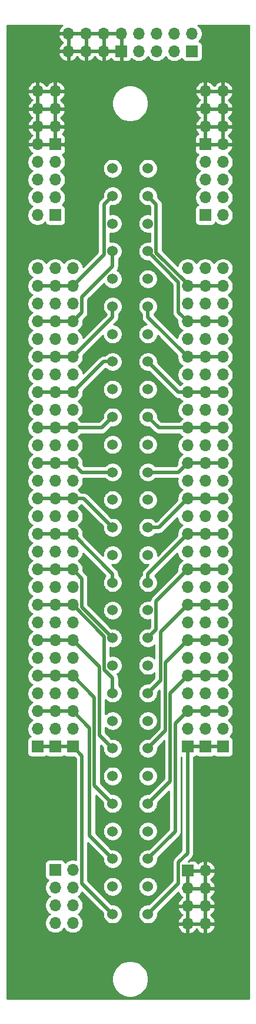
<source format=gtl>
G04 #@! TF.GenerationSoftware,KiCad,Pcbnew,(5.1.12)-1*
G04 #@! TF.CreationDate,2023-03-25T16:11:04+00:00*
G04 #@! TF.ProjectId,Edge56,45646765-3536-42e6-9b69-6361645f7063,rev?*
G04 #@! TF.SameCoordinates,Original*
G04 #@! TF.FileFunction,Copper,L1,Top*
G04 #@! TF.FilePolarity,Positive*
%FSLAX46Y46*%
G04 Gerber Fmt 4.6, Leading zero omitted, Abs format (unit mm)*
G04 Created by KiCad (PCBNEW (5.1.12)-1) date 2023-03-25 16:11:04*
%MOMM*%
%LPD*%
G01*
G04 APERTURE LIST*
G04 #@! TA.AperFunction,ComponentPad*
%ADD10C,1.524000*%
G04 #@! TD*
G04 #@! TA.AperFunction,ComponentPad*
%ADD11O,1.700000X1.700000*%
G04 #@! TD*
G04 #@! TA.AperFunction,ComponentPad*
%ADD12R,1.700000X1.700000*%
G04 #@! TD*
G04 #@! TA.AperFunction,Conductor*
%ADD13C,0.500000*%
G04 #@! TD*
G04 #@! TA.AperFunction,Conductor*
%ADD14C,0.254000*%
G04 #@! TD*
G04 #@! TA.AperFunction,Conductor*
%ADD15C,0.100000*%
G04 #@! TD*
G04 APERTURE END LIST*
D10*
G04 #@! TO.P,J8,56*
G04 #@! TO.N,Net-(J10-Pad28)*
X144145000Y-56910000D03*
G04 #@! TO.P,J8,55*
G04 #@! TO.N,Net-(J10-Pad27)*
X144145000Y-60870000D03*
G04 #@! TO.P,J8,54*
G04 #@! TO.N,Net-(J10-Pad26)*
X144145000Y-64830000D03*
G04 #@! TO.P,J8,53*
G04 #@! TO.N,Net-(J10-Pad25)*
X144145000Y-68790000D03*
G04 #@! TO.P,J8,52*
G04 #@! TO.N,Net-(J10-Pad24)*
X144145000Y-72750000D03*
G04 #@! TO.P,J8,51*
G04 #@! TO.N,Net-(J10-Pad23)*
X144145000Y-76710000D03*
G04 #@! TO.P,J8,50*
G04 #@! TO.N,Net-(J10-Pad22)*
X144145000Y-80670000D03*
G04 #@! TO.P,J8,49*
G04 #@! TO.N,Net-(J10-Pad21)*
X144145000Y-84630000D03*
G04 #@! TO.P,J8,48*
G04 #@! TO.N,Net-(J10-Pad20)*
X144145000Y-88590000D03*
G04 #@! TO.P,J8,47*
G04 #@! TO.N,Net-(J10-Pad19)*
X144145000Y-92550000D03*
G04 #@! TO.P,J8,46*
G04 #@! TO.N,Net-(J10-Pad18)*
X144145000Y-96510000D03*
G04 #@! TO.P,J8,45*
G04 #@! TO.N,Net-(J10-Pad17)*
X144145000Y-100470000D03*
G04 #@! TO.P,J8,44*
G04 #@! TO.N,Net-(J10-Pad16)*
X144145000Y-104430000D03*
G04 #@! TO.P,J8,43*
G04 #@! TO.N,Net-(J10-Pad15)*
X144145000Y-108390000D03*
G04 #@! TO.P,J8,42*
G04 #@! TO.N,Net-(J10-Pad14)*
X144145000Y-112350000D03*
G04 #@! TO.P,J8,41*
G04 #@! TO.N,Net-(J10-Pad13)*
X144145000Y-116310000D03*
G04 #@! TO.P,J8,40*
G04 #@! TO.N,Net-(J10-Pad12)*
X144145000Y-120270000D03*
G04 #@! TO.P,J8,39*
G04 #@! TO.N,Net-(J10-Pad11)*
X144145000Y-124230000D03*
G04 #@! TO.P,J8,38*
G04 #@! TO.N,Net-(J10-Pad10)*
X144145000Y-128190000D03*
G04 #@! TO.P,J8,37*
G04 #@! TO.N,Net-(J10-Pad9)*
X144145000Y-132150000D03*
G04 #@! TO.P,J8,36*
G04 #@! TO.N,Net-(J10-Pad8)*
X144145000Y-136110000D03*
G04 #@! TO.P,J8,35*
G04 #@! TO.N,Net-(J10-Pad7)*
X144145000Y-140070000D03*
G04 #@! TO.P,J8,34*
G04 #@! TO.N,Net-(J10-Pad6)*
X144145000Y-144030000D03*
G04 #@! TO.P,J8,33*
G04 #@! TO.N,Net-(J10-Pad5)*
X144145000Y-147990000D03*
G04 #@! TO.P,J8,32*
G04 #@! TO.N,Net-(J10-Pad4)*
X144145000Y-151950000D03*
G04 #@! TO.P,J8,31*
G04 #@! TO.N,Net-(J10-Pad3)*
X144145000Y-155910000D03*
G04 #@! TO.P,J8,30*
G04 #@! TO.N,Net-(J10-Pad2)*
X144145000Y-159870000D03*
G04 #@! TO.P,J8,29*
G04 #@! TO.N,Net-(J10-Pad1)*
X144145000Y-163830000D03*
G04 #@! TO.P,J8,28*
G04 #@! TO.N,Net-(J3-Pad28)*
X139065000Y-56910000D03*
G04 #@! TO.P,J8,27*
G04 #@! TO.N,Net-(J3-Pad27)*
X139065000Y-60870000D03*
G04 #@! TO.P,J8,26*
G04 #@! TO.N,Net-(J3-Pad26)*
X139065000Y-64830000D03*
G04 #@! TO.P,J8,25*
G04 #@! TO.N,Net-(J3-Pad25)*
X139065000Y-68790000D03*
G04 #@! TO.P,J8,24*
G04 #@! TO.N,Net-(J3-Pad24)*
X139065000Y-72750000D03*
G04 #@! TO.P,J8,23*
G04 #@! TO.N,Net-(J3-Pad23)*
X139065000Y-76710000D03*
G04 #@! TO.P,J8,22*
G04 #@! TO.N,Net-(J3-Pad22)*
X139065000Y-80670000D03*
G04 #@! TO.P,J8,21*
G04 #@! TO.N,Net-(J3-Pad21)*
X139065000Y-84630000D03*
G04 #@! TO.P,J8,20*
G04 #@! TO.N,Net-(J3-Pad20)*
X139065000Y-88590000D03*
G04 #@! TO.P,J8,19*
G04 #@! TO.N,Net-(J3-Pad19)*
X139065000Y-92550000D03*
G04 #@! TO.P,J8,18*
G04 #@! TO.N,Net-(J3-Pad18)*
X139065000Y-96510000D03*
G04 #@! TO.P,J8,17*
G04 #@! TO.N,Net-(J3-Pad17)*
X139065000Y-100470000D03*
G04 #@! TO.P,J8,16*
G04 #@! TO.N,Net-(J3-Pad16)*
X139065000Y-104430000D03*
G04 #@! TO.P,J8,15*
G04 #@! TO.N,Net-(J3-Pad15)*
X139065000Y-108390000D03*
G04 #@! TO.P,J8,14*
G04 #@! TO.N,Net-(J3-Pad14)*
X139065000Y-112350000D03*
G04 #@! TO.P,J8,13*
G04 #@! TO.N,Net-(J3-Pad13)*
X139065000Y-116310000D03*
G04 #@! TO.P,J8,12*
G04 #@! TO.N,Net-(J3-Pad12)*
X139065000Y-120270000D03*
G04 #@! TO.P,J8,11*
G04 #@! TO.N,Net-(J3-Pad11)*
X139065000Y-124230000D03*
G04 #@! TO.P,J8,10*
G04 #@! TO.N,Net-(J3-Pad10)*
X139065000Y-128190000D03*
G04 #@! TO.P,J8,9*
G04 #@! TO.N,Net-(J3-Pad9)*
X139065000Y-132150000D03*
G04 #@! TO.P,J8,8*
G04 #@! TO.N,Net-(J3-Pad8)*
X139065000Y-136110000D03*
G04 #@! TO.P,J8,7*
G04 #@! TO.N,Net-(J3-Pad7)*
X139065000Y-140070000D03*
G04 #@! TO.P,J8,6*
G04 #@! TO.N,Net-(J3-Pad6)*
X139065000Y-144030000D03*
G04 #@! TO.P,J8,5*
G04 #@! TO.N,Net-(J3-Pad5)*
X139065000Y-147990000D03*
G04 #@! TO.P,J8,4*
G04 #@! TO.N,Net-(J3-Pad4)*
X139065000Y-151950000D03*
G04 #@! TO.P,J8,3*
G04 #@! TO.N,Net-(J3-Pad3)*
X139065000Y-155910000D03*
G04 #@! TO.P,J8,2*
G04 #@! TO.N,Net-(J3-Pad2)*
X139065000Y-159870000D03*
G04 #@! TO.P,J8,1*
G04 #@! TO.N,Net-(J3-Pad1)*
X139065000Y-163830000D03*
G04 #@! TD*
D11*
G04 #@! TO.P,J13,8*
G04 #@! TO.N,GND*
X142875000Y-37592000D03*
G04 #@! TO.P,J13,7*
X142875000Y-40132000D03*
G04 #@! TO.P,J13,6*
X145415000Y-37592000D03*
G04 #@! TO.P,J13,5*
X145415000Y-40132000D03*
G04 #@! TO.P,J13,4*
X147955000Y-37592000D03*
G04 #@! TO.P,J13,3*
X147955000Y-40132000D03*
G04 #@! TO.P,J13,2*
X150495000Y-37592000D03*
D12*
G04 #@! TO.P,J13,1*
X150495000Y-40132000D03*
G04 #@! TD*
D11*
G04 #@! TO.P,J12,8*
G04 #@! TO.N,+5V*
X132715000Y-37592000D03*
G04 #@! TO.P,J12,7*
X132715000Y-40132000D03*
G04 #@! TO.P,J12,6*
X135255000Y-37592000D03*
G04 #@! TO.P,J12,5*
X135255000Y-40132000D03*
G04 #@! TO.P,J12,4*
X137795000Y-37592000D03*
G04 #@! TO.P,J12,3*
X137795000Y-40132000D03*
G04 #@! TO.P,J12,2*
X140335000Y-37592000D03*
D12*
G04 #@! TO.P,J12,1*
X140335000Y-40132000D03*
G04 #@! TD*
D11*
G04 #@! TO.P,J15,8*
G04 #@! TO.N,GND*
X133350000Y-165100000D03*
G04 #@! TO.P,J15,7*
X130810000Y-165100000D03*
G04 #@! TO.P,J15,6*
X133350000Y-162560000D03*
G04 #@! TO.P,J15,5*
X130810000Y-162560000D03*
G04 #@! TO.P,J15,4*
X133350000Y-160020000D03*
G04 #@! TO.P,J15,3*
X130810000Y-160020000D03*
G04 #@! TO.P,J15,2*
X133350000Y-157480000D03*
D12*
G04 #@! TO.P,J15,1*
X130810000Y-157480000D03*
G04 #@! TD*
D11*
G04 #@! TO.P,J14,8*
G04 #@! TO.N,+5V*
X152400000Y-165227000D03*
G04 #@! TO.P,J14,7*
X149860000Y-165227000D03*
G04 #@! TO.P,J14,6*
X152400000Y-162687000D03*
G04 #@! TO.P,J14,5*
X149860000Y-162687000D03*
G04 #@! TO.P,J14,4*
X152400000Y-160147000D03*
G04 #@! TO.P,J14,3*
X149860000Y-160147000D03*
G04 #@! TO.P,J14,2*
X152400000Y-157607000D03*
D12*
G04 #@! TO.P,J14,1*
X149860000Y-157607000D03*
G04 #@! TD*
D11*
G04 #@! TO.P,J7,8*
G04 #@! TO.N,GND*
X154940000Y-56007000D03*
G04 #@! TO.P,J7,7*
X152400000Y-56007000D03*
G04 #@! TO.P,J7,6*
X154940000Y-58547000D03*
G04 #@! TO.P,J7,5*
X152400000Y-58547000D03*
G04 #@! TO.P,J7,4*
X154940000Y-61087000D03*
G04 #@! TO.P,J7,3*
X152400000Y-61087000D03*
G04 #@! TO.P,J7,2*
X154940000Y-63627000D03*
D12*
G04 #@! TO.P,J7,1*
X152400000Y-63627000D03*
G04 #@! TD*
D11*
G04 #@! TO.P,J6,8*
G04 #@! TO.N,GND*
X128270000Y-56007000D03*
G04 #@! TO.P,J6,7*
X130810000Y-56007000D03*
G04 #@! TO.P,J6,6*
X128270000Y-58547000D03*
G04 #@! TO.P,J6,5*
X130810000Y-58547000D03*
G04 #@! TO.P,J6,4*
X128270000Y-61087000D03*
G04 #@! TO.P,J6,3*
X130810000Y-61087000D03*
G04 #@! TO.P,J6,2*
X128270000Y-63627000D03*
D12*
G04 #@! TO.P,J6,1*
X130810000Y-63627000D03*
G04 #@! TD*
D11*
G04 #@! TO.P,J2,8*
G04 #@! TO.N,+5V*
X154940000Y-45847000D03*
G04 #@! TO.P,J2,7*
X152400000Y-45847000D03*
G04 #@! TO.P,J2,6*
X154940000Y-48387000D03*
G04 #@! TO.P,J2,5*
X152400000Y-48387000D03*
G04 #@! TO.P,J2,4*
X154940000Y-50927000D03*
G04 #@! TO.P,J2,3*
X152400000Y-50927000D03*
G04 #@! TO.P,J2,2*
X154940000Y-53467000D03*
D12*
G04 #@! TO.P,J2,1*
X152400000Y-53467000D03*
G04 #@! TD*
D11*
G04 #@! TO.P,J1,8*
G04 #@! TO.N,+5V*
X128270000Y-45847000D03*
G04 #@! TO.P,J1,7*
X130810000Y-45847000D03*
G04 #@! TO.P,J1,6*
X128270000Y-48387000D03*
G04 #@! TO.P,J1,5*
X130810000Y-48387000D03*
G04 #@! TO.P,J1,4*
X128270000Y-50927000D03*
G04 #@! TO.P,J1,3*
X130810000Y-50927000D03*
G04 #@! TO.P,J1,2*
X128270000Y-53467000D03*
D12*
G04 #@! TO.P,J1,1*
X130810000Y-53467000D03*
G04 #@! TD*
D11*
G04 #@! TO.P,J11,28*
G04 #@! TO.N,Net-(J10-Pad28)*
X149860000Y-71247000D03*
G04 #@! TO.P,J11,27*
G04 #@! TO.N,Net-(J10-Pad27)*
X149860000Y-73787000D03*
G04 #@! TO.P,J11,26*
G04 #@! TO.N,Net-(J10-Pad26)*
X149860000Y-76327000D03*
G04 #@! TO.P,J11,25*
G04 #@! TO.N,Net-(J10-Pad25)*
X149860000Y-78867000D03*
G04 #@! TO.P,J11,24*
G04 #@! TO.N,Net-(J10-Pad24)*
X149860000Y-81407000D03*
G04 #@! TO.P,J11,23*
G04 #@! TO.N,Net-(J10-Pad23)*
X149860000Y-83947000D03*
G04 #@! TO.P,J11,22*
G04 #@! TO.N,Net-(J10-Pad22)*
X149860000Y-86487000D03*
G04 #@! TO.P,J11,21*
G04 #@! TO.N,Net-(J10-Pad21)*
X149860000Y-89027000D03*
G04 #@! TO.P,J11,20*
G04 #@! TO.N,Net-(J10-Pad20)*
X149860000Y-91567000D03*
G04 #@! TO.P,J11,19*
G04 #@! TO.N,Net-(J10-Pad19)*
X149860000Y-94107000D03*
G04 #@! TO.P,J11,18*
G04 #@! TO.N,Net-(J10-Pad18)*
X149860000Y-96647000D03*
G04 #@! TO.P,J11,17*
G04 #@! TO.N,Net-(J10-Pad17)*
X149860000Y-99187000D03*
G04 #@! TO.P,J11,16*
G04 #@! TO.N,Net-(J10-Pad16)*
X149860000Y-101727000D03*
G04 #@! TO.P,J11,15*
G04 #@! TO.N,Net-(J10-Pad15)*
X149860000Y-104267000D03*
G04 #@! TO.P,J11,14*
G04 #@! TO.N,Net-(J10-Pad14)*
X149860000Y-106807000D03*
G04 #@! TO.P,J11,13*
G04 #@! TO.N,Net-(J10-Pad13)*
X149860000Y-109347000D03*
G04 #@! TO.P,J11,12*
G04 #@! TO.N,Net-(J10-Pad12)*
X149860000Y-111887000D03*
G04 #@! TO.P,J11,11*
G04 #@! TO.N,Net-(J10-Pad11)*
X149860000Y-114427000D03*
G04 #@! TO.P,J11,10*
G04 #@! TO.N,Net-(J10-Pad10)*
X149860000Y-116967000D03*
G04 #@! TO.P,J11,9*
G04 #@! TO.N,Net-(J10-Pad9)*
X149860000Y-119507000D03*
G04 #@! TO.P,J11,8*
G04 #@! TO.N,Net-(J10-Pad8)*
X149860000Y-122047000D03*
G04 #@! TO.P,J11,7*
G04 #@! TO.N,Net-(J10-Pad7)*
X149860000Y-124587000D03*
G04 #@! TO.P,J11,6*
G04 #@! TO.N,Net-(J10-Pad6)*
X149860000Y-127127000D03*
G04 #@! TO.P,J11,5*
G04 #@! TO.N,Net-(J10-Pad5)*
X149860000Y-129667000D03*
G04 #@! TO.P,J11,4*
G04 #@! TO.N,Net-(J10-Pad4)*
X149860000Y-132207000D03*
G04 #@! TO.P,J11,3*
G04 #@! TO.N,Net-(J10-Pad3)*
X149860000Y-134747000D03*
G04 #@! TO.P,J11,2*
G04 #@! TO.N,Net-(J10-Pad2)*
X149860000Y-137287000D03*
D12*
G04 #@! TO.P,J11,1*
G04 #@! TO.N,Net-(J10-Pad1)*
X149860000Y-139827000D03*
G04 #@! TD*
D11*
G04 #@! TO.P,J10,28*
G04 #@! TO.N,Net-(J10-Pad28)*
X152400000Y-71247000D03*
G04 #@! TO.P,J10,27*
G04 #@! TO.N,Net-(J10-Pad27)*
X152400000Y-73787000D03*
G04 #@! TO.P,J10,26*
G04 #@! TO.N,Net-(J10-Pad26)*
X152400000Y-76327000D03*
G04 #@! TO.P,J10,25*
G04 #@! TO.N,Net-(J10-Pad25)*
X152400000Y-78867000D03*
G04 #@! TO.P,J10,24*
G04 #@! TO.N,Net-(J10-Pad24)*
X152400000Y-81407000D03*
G04 #@! TO.P,J10,23*
G04 #@! TO.N,Net-(J10-Pad23)*
X152400000Y-83947000D03*
G04 #@! TO.P,J10,22*
G04 #@! TO.N,Net-(J10-Pad22)*
X152400000Y-86487000D03*
G04 #@! TO.P,J10,21*
G04 #@! TO.N,Net-(J10-Pad21)*
X152400000Y-89027000D03*
G04 #@! TO.P,J10,20*
G04 #@! TO.N,Net-(J10-Pad20)*
X152400000Y-91567000D03*
G04 #@! TO.P,J10,19*
G04 #@! TO.N,Net-(J10-Pad19)*
X152400000Y-94107000D03*
G04 #@! TO.P,J10,18*
G04 #@! TO.N,Net-(J10-Pad18)*
X152400000Y-96647000D03*
G04 #@! TO.P,J10,17*
G04 #@! TO.N,Net-(J10-Pad17)*
X152400000Y-99187000D03*
G04 #@! TO.P,J10,16*
G04 #@! TO.N,Net-(J10-Pad16)*
X152400000Y-101727000D03*
G04 #@! TO.P,J10,15*
G04 #@! TO.N,Net-(J10-Pad15)*
X152400000Y-104267000D03*
G04 #@! TO.P,J10,14*
G04 #@! TO.N,Net-(J10-Pad14)*
X152400000Y-106807000D03*
G04 #@! TO.P,J10,13*
G04 #@! TO.N,Net-(J10-Pad13)*
X152400000Y-109347000D03*
G04 #@! TO.P,J10,12*
G04 #@! TO.N,Net-(J10-Pad12)*
X152400000Y-111887000D03*
G04 #@! TO.P,J10,11*
G04 #@! TO.N,Net-(J10-Pad11)*
X152400000Y-114427000D03*
G04 #@! TO.P,J10,10*
G04 #@! TO.N,Net-(J10-Pad10)*
X152400000Y-116967000D03*
G04 #@! TO.P,J10,9*
G04 #@! TO.N,Net-(J10-Pad9)*
X152400000Y-119507000D03*
G04 #@! TO.P,J10,8*
G04 #@! TO.N,Net-(J10-Pad8)*
X152400000Y-122047000D03*
G04 #@! TO.P,J10,7*
G04 #@! TO.N,Net-(J10-Pad7)*
X152400000Y-124587000D03*
G04 #@! TO.P,J10,6*
G04 #@! TO.N,Net-(J10-Pad6)*
X152400000Y-127127000D03*
G04 #@! TO.P,J10,5*
G04 #@! TO.N,Net-(J10-Pad5)*
X152400000Y-129667000D03*
G04 #@! TO.P,J10,4*
G04 #@! TO.N,Net-(J10-Pad4)*
X152400000Y-132207000D03*
G04 #@! TO.P,J10,3*
G04 #@! TO.N,Net-(J10-Pad3)*
X152400000Y-134747000D03*
G04 #@! TO.P,J10,2*
G04 #@! TO.N,Net-(J10-Pad2)*
X152400000Y-137287000D03*
D12*
G04 #@! TO.P,J10,1*
G04 #@! TO.N,Net-(J10-Pad1)*
X152400000Y-139827000D03*
G04 #@! TD*
D11*
G04 #@! TO.P,J9,28*
G04 #@! TO.N,Net-(J10-Pad28)*
X154940000Y-71247000D03*
G04 #@! TO.P,J9,27*
G04 #@! TO.N,Net-(J10-Pad27)*
X154940000Y-73787000D03*
G04 #@! TO.P,J9,26*
G04 #@! TO.N,Net-(J10-Pad26)*
X154940000Y-76327000D03*
G04 #@! TO.P,J9,25*
G04 #@! TO.N,Net-(J10-Pad25)*
X154940000Y-78867000D03*
G04 #@! TO.P,J9,24*
G04 #@! TO.N,Net-(J10-Pad24)*
X154940000Y-81407000D03*
G04 #@! TO.P,J9,23*
G04 #@! TO.N,Net-(J10-Pad23)*
X154940000Y-83947000D03*
G04 #@! TO.P,J9,22*
G04 #@! TO.N,Net-(J10-Pad22)*
X154940000Y-86487000D03*
G04 #@! TO.P,J9,21*
G04 #@! TO.N,Net-(J10-Pad21)*
X154940000Y-89027000D03*
G04 #@! TO.P,J9,20*
G04 #@! TO.N,Net-(J10-Pad20)*
X154940000Y-91567000D03*
G04 #@! TO.P,J9,19*
G04 #@! TO.N,Net-(J10-Pad19)*
X154940000Y-94107000D03*
G04 #@! TO.P,J9,18*
G04 #@! TO.N,Net-(J10-Pad18)*
X154940000Y-96647000D03*
G04 #@! TO.P,J9,17*
G04 #@! TO.N,Net-(J10-Pad17)*
X154940000Y-99187000D03*
G04 #@! TO.P,J9,16*
G04 #@! TO.N,Net-(J10-Pad16)*
X154940000Y-101727000D03*
G04 #@! TO.P,J9,15*
G04 #@! TO.N,Net-(J10-Pad15)*
X154940000Y-104267000D03*
G04 #@! TO.P,J9,14*
G04 #@! TO.N,Net-(J10-Pad14)*
X154940000Y-106807000D03*
G04 #@! TO.P,J9,13*
G04 #@! TO.N,Net-(J10-Pad13)*
X154940000Y-109347000D03*
G04 #@! TO.P,J9,12*
G04 #@! TO.N,Net-(J10-Pad12)*
X154940000Y-111887000D03*
G04 #@! TO.P,J9,11*
G04 #@! TO.N,Net-(J10-Pad11)*
X154940000Y-114427000D03*
G04 #@! TO.P,J9,10*
G04 #@! TO.N,Net-(J10-Pad10)*
X154940000Y-116967000D03*
G04 #@! TO.P,J9,9*
G04 #@! TO.N,Net-(J10-Pad9)*
X154940000Y-119507000D03*
G04 #@! TO.P,J9,8*
G04 #@! TO.N,Net-(J10-Pad8)*
X154940000Y-122047000D03*
G04 #@! TO.P,J9,7*
G04 #@! TO.N,Net-(J10-Pad7)*
X154940000Y-124587000D03*
G04 #@! TO.P,J9,6*
G04 #@! TO.N,Net-(J10-Pad6)*
X154940000Y-127127000D03*
G04 #@! TO.P,J9,5*
G04 #@! TO.N,Net-(J10-Pad5)*
X154940000Y-129667000D03*
G04 #@! TO.P,J9,4*
G04 #@! TO.N,Net-(J10-Pad4)*
X154940000Y-132207000D03*
G04 #@! TO.P,J9,3*
G04 #@! TO.N,Net-(J10-Pad3)*
X154940000Y-134747000D03*
G04 #@! TO.P,J9,2*
G04 #@! TO.N,Net-(J10-Pad2)*
X154940000Y-137287000D03*
D12*
G04 #@! TO.P,J9,1*
G04 #@! TO.N,Net-(J10-Pad1)*
X154940000Y-139827000D03*
G04 #@! TD*
D11*
G04 #@! TO.P,J5,28*
G04 #@! TO.N,Net-(J3-Pad28)*
X128270000Y-71247000D03*
G04 #@! TO.P,J5,27*
G04 #@! TO.N,Net-(J3-Pad27)*
X128270000Y-73787000D03*
G04 #@! TO.P,J5,26*
G04 #@! TO.N,Net-(J3-Pad26)*
X128270000Y-76327000D03*
G04 #@! TO.P,J5,25*
G04 #@! TO.N,Net-(J3-Pad25)*
X128270000Y-78867000D03*
G04 #@! TO.P,J5,24*
G04 #@! TO.N,Net-(J3-Pad24)*
X128270000Y-81407000D03*
G04 #@! TO.P,J5,23*
G04 #@! TO.N,Net-(J3-Pad23)*
X128270000Y-83947000D03*
G04 #@! TO.P,J5,22*
G04 #@! TO.N,Net-(J3-Pad22)*
X128270000Y-86487000D03*
G04 #@! TO.P,J5,21*
G04 #@! TO.N,Net-(J3-Pad21)*
X128270000Y-89027000D03*
G04 #@! TO.P,J5,20*
G04 #@! TO.N,Net-(J3-Pad20)*
X128270000Y-91567000D03*
G04 #@! TO.P,J5,19*
G04 #@! TO.N,Net-(J3-Pad19)*
X128270000Y-94107000D03*
G04 #@! TO.P,J5,18*
G04 #@! TO.N,Net-(J3-Pad18)*
X128270000Y-96647000D03*
G04 #@! TO.P,J5,17*
G04 #@! TO.N,Net-(J3-Pad17)*
X128270000Y-99187000D03*
G04 #@! TO.P,J5,16*
G04 #@! TO.N,Net-(J3-Pad16)*
X128270000Y-101727000D03*
G04 #@! TO.P,J5,15*
G04 #@! TO.N,Net-(J3-Pad15)*
X128270000Y-104267000D03*
G04 #@! TO.P,J5,14*
G04 #@! TO.N,Net-(J3-Pad14)*
X128270000Y-106807000D03*
G04 #@! TO.P,J5,13*
G04 #@! TO.N,Net-(J3-Pad13)*
X128270000Y-109347000D03*
G04 #@! TO.P,J5,12*
G04 #@! TO.N,Net-(J3-Pad12)*
X128270000Y-111887000D03*
G04 #@! TO.P,J5,11*
G04 #@! TO.N,Net-(J3-Pad11)*
X128270000Y-114427000D03*
G04 #@! TO.P,J5,10*
G04 #@! TO.N,Net-(J3-Pad10)*
X128270000Y-116967000D03*
G04 #@! TO.P,J5,9*
G04 #@! TO.N,Net-(J3-Pad9)*
X128270000Y-119507000D03*
G04 #@! TO.P,J5,8*
G04 #@! TO.N,Net-(J3-Pad8)*
X128270000Y-122047000D03*
G04 #@! TO.P,J5,7*
G04 #@! TO.N,Net-(J3-Pad7)*
X128270000Y-124587000D03*
G04 #@! TO.P,J5,6*
G04 #@! TO.N,Net-(J3-Pad6)*
X128270000Y-127127000D03*
G04 #@! TO.P,J5,5*
G04 #@! TO.N,Net-(J3-Pad5)*
X128270000Y-129667000D03*
G04 #@! TO.P,J5,4*
G04 #@! TO.N,Net-(J3-Pad4)*
X128270000Y-132207000D03*
G04 #@! TO.P,J5,3*
G04 #@! TO.N,Net-(J3-Pad3)*
X128270000Y-134747000D03*
G04 #@! TO.P,J5,2*
G04 #@! TO.N,Net-(J3-Pad2)*
X128270000Y-137287000D03*
D12*
G04 #@! TO.P,J5,1*
G04 #@! TO.N,Net-(J3-Pad1)*
X128270000Y-139827000D03*
G04 #@! TD*
D11*
G04 #@! TO.P,J4,28*
G04 #@! TO.N,Net-(J3-Pad28)*
X130810000Y-71247000D03*
G04 #@! TO.P,J4,27*
G04 #@! TO.N,Net-(J3-Pad27)*
X130810000Y-73787000D03*
G04 #@! TO.P,J4,26*
G04 #@! TO.N,Net-(J3-Pad26)*
X130810000Y-76327000D03*
G04 #@! TO.P,J4,25*
G04 #@! TO.N,Net-(J3-Pad25)*
X130810000Y-78867000D03*
G04 #@! TO.P,J4,24*
G04 #@! TO.N,Net-(J3-Pad24)*
X130810000Y-81407000D03*
G04 #@! TO.P,J4,23*
G04 #@! TO.N,Net-(J3-Pad23)*
X130810000Y-83947000D03*
G04 #@! TO.P,J4,22*
G04 #@! TO.N,Net-(J3-Pad22)*
X130810000Y-86487000D03*
G04 #@! TO.P,J4,21*
G04 #@! TO.N,Net-(J3-Pad21)*
X130810000Y-89027000D03*
G04 #@! TO.P,J4,20*
G04 #@! TO.N,Net-(J3-Pad20)*
X130810000Y-91567000D03*
G04 #@! TO.P,J4,19*
G04 #@! TO.N,Net-(J3-Pad19)*
X130810000Y-94107000D03*
G04 #@! TO.P,J4,18*
G04 #@! TO.N,Net-(J3-Pad18)*
X130810000Y-96647000D03*
G04 #@! TO.P,J4,17*
G04 #@! TO.N,Net-(J3-Pad17)*
X130810000Y-99187000D03*
G04 #@! TO.P,J4,16*
G04 #@! TO.N,Net-(J3-Pad16)*
X130810000Y-101727000D03*
G04 #@! TO.P,J4,15*
G04 #@! TO.N,Net-(J3-Pad15)*
X130810000Y-104267000D03*
G04 #@! TO.P,J4,14*
G04 #@! TO.N,Net-(J3-Pad14)*
X130810000Y-106807000D03*
G04 #@! TO.P,J4,13*
G04 #@! TO.N,Net-(J3-Pad13)*
X130810000Y-109347000D03*
G04 #@! TO.P,J4,12*
G04 #@! TO.N,Net-(J3-Pad12)*
X130810000Y-111887000D03*
G04 #@! TO.P,J4,11*
G04 #@! TO.N,Net-(J3-Pad11)*
X130810000Y-114427000D03*
G04 #@! TO.P,J4,10*
G04 #@! TO.N,Net-(J3-Pad10)*
X130810000Y-116967000D03*
G04 #@! TO.P,J4,9*
G04 #@! TO.N,Net-(J3-Pad9)*
X130810000Y-119507000D03*
G04 #@! TO.P,J4,8*
G04 #@! TO.N,Net-(J3-Pad8)*
X130810000Y-122047000D03*
G04 #@! TO.P,J4,7*
G04 #@! TO.N,Net-(J3-Pad7)*
X130810000Y-124587000D03*
G04 #@! TO.P,J4,6*
G04 #@! TO.N,Net-(J3-Pad6)*
X130810000Y-127127000D03*
G04 #@! TO.P,J4,5*
G04 #@! TO.N,Net-(J3-Pad5)*
X130810000Y-129667000D03*
G04 #@! TO.P,J4,4*
G04 #@! TO.N,Net-(J3-Pad4)*
X130810000Y-132207000D03*
G04 #@! TO.P,J4,3*
G04 #@! TO.N,Net-(J3-Pad3)*
X130810000Y-134747000D03*
G04 #@! TO.P,J4,2*
G04 #@! TO.N,Net-(J3-Pad2)*
X130810000Y-137287000D03*
D12*
G04 #@! TO.P,J4,1*
G04 #@! TO.N,Net-(J3-Pad1)*
X130810000Y-139827000D03*
G04 #@! TD*
D11*
G04 #@! TO.P,J3,28*
G04 #@! TO.N,Net-(J3-Pad28)*
X133350000Y-71247000D03*
G04 #@! TO.P,J3,27*
G04 #@! TO.N,Net-(J3-Pad27)*
X133350000Y-73787000D03*
G04 #@! TO.P,J3,26*
G04 #@! TO.N,Net-(J3-Pad26)*
X133350000Y-76327000D03*
G04 #@! TO.P,J3,25*
G04 #@! TO.N,Net-(J3-Pad25)*
X133350000Y-78867000D03*
G04 #@! TO.P,J3,24*
G04 #@! TO.N,Net-(J3-Pad24)*
X133350000Y-81407000D03*
G04 #@! TO.P,J3,23*
G04 #@! TO.N,Net-(J3-Pad23)*
X133350000Y-83947000D03*
G04 #@! TO.P,J3,22*
G04 #@! TO.N,Net-(J3-Pad22)*
X133350000Y-86487000D03*
G04 #@! TO.P,J3,21*
G04 #@! TO.N,Net-(J3-Pad21)*
X133350000Y-89027000D03*
G04 #@! TO.P,J3,20*
G04 #@! TO.N,Net-(J3-Pad20)*
X133350000Y-91567000D03*
G04 #@! TO.P,J3,19*
G04 #@! TO.N,Net-(J3-Pad19)*
X133350000Y-94107000D03*
G04 #@! TO.P,J3,18*
G04 #@! TO.N,Net-(J3-Pad18)*
X133350000Y-96647000D03*
G04 #@! TO.P,J3,17*
G04 #@! TO.N,Net-(J3-Pad17)*
X133350000Y-99187000D03*
G04 #@! TO.P,J3,16*
G04 #@! TO.N,Net-(J3-Pad16)*
X133350000Y-101727000D03*
G04 #@! TO.P,J3,15*
G04 #@! TO.N,Net-(J3-Pad15)*
X133350000Y-104267000D03*
G04 #@! TO.P,J3,14*
G04 #@! TO.N,Net-(J3-Pad14)*
X133350000Y-106807000D03*
G04 #@! TO.P,J3,13*
G04 #@! TO.N,Net-(J3-Pad13)*
X133350000Y-109347000D03*
G04 #@! TO.P,J3,12*
G04 #@! TO.N,Net-(J3-Pad12)*
X133350000Y-111887000D03*
G04 #@! TO.P,J3,11*
G04 #@! TO.N,Net-(J3-Pad11)*
X133350000Y-114427000D03*
G04 #@! TO.P,J3,10*
G04 #@! TO.N,Net-(J3-Pad10)*
X133350000Y-116967000D03*
G04 #@! TO.P,J3,9*
G04 #@! TO.N,Net-(J3-Pad9)*
X133350000Y-119507000D03*
G04 #@! TO.P,J3,8*
G04 #@! TO.N,Net-(J3-Pad8)*
X133350000Y-122047000D03*
G04 #@! TO.P,J3,7*
G04 #@! TO.N,Net-(J3-Pad7)*
X133350000Y-124587000D03*
G04 #@! TO.P,J3,6*
G04 #@! TO.N,Net-(J3-Pad6)*
X133350000Y-127127000D03*
G04 #@! TO.P,J3,5*
G04 #@! TO.N,Net-(J3-Pad5)*
X133350000Y-129667000D03*
G04 #@! TO.P,J3,4*
G04 #@! TO.N,Net-(J3-Pad4)*
X133350000Y-132207000D03*
G04 #@! TO.P,J3,3*
G04 #@! TO.N,Net-(J3-Pad3)*
X133350000Y-134747000D03*
G04 #@! TO.P,J3,2*
G04 #@! TO.N,Net-(J3-Pad2)*
X133350000Y-137287000D03*
D12*
G04 #@! TO.P,J3,1*
G04 #@! TO.N,Net-(J3-Pad1)*
X133350000Y-139827000D03*
G04 #@! TD*
D13*
G04 #@! TO.N,Net-(J3-Pad27)*
X133350000Y-73787000D02*
X128270000Y-73787000D01*
X137852999Y-69284001D02*
X133350000Y-73787000D01*
X137852999Y-62082001D02*
X137852999Y-69284001D01*
X139065000Y-60870000D02*
X137852999Y-62082001D01*
G04 #@! TO.N,Net-(J3-Pad25)*
X133350000Y-78867000D02*
X128270000Y-78867000D01*
X134650001Y-77566999D02*
X133350000Y-78867000D01*
X134650001Y-75371237D02*
X134650001Y-77566999D01*
X139065000Y-70956238D02*
X134650001Y-75371237D01*
X139065000Y-68790000D02*
X139065000Y-70956238D01*
G04 #@! TO.N,Net-(J3-Pad23)*
X133350000Y-83947000D02*
X128270000Y-83947000D01*
X139065000Y-78232000D02*
X133350000Y-83947000D01*
X139065000Y-76710000D02*
X139065000Y-78232000D01*
G04 #@! TO.N,Net-(J3-Pad21)*
X133350000Y-89027000D02*
X128270000Y-89027000D01*
X137747000Y-84630000D02*
X133350000Y-89027000D01*
X139065000Y-84630000D02*
X137747000Y-84630000D01*
G04 #@! TO.N,Net-(J3-Pad19)*
X137508000Y-94107000D02*
X132207000Y-94107000D01*
X139065000Y-92550000D02*
X137508000Y-94107000D01*
X132207000Y-94107000D02*
X128270000Y-94107000D01*
X133350000Y-94107000D02*
X132207000Y-94107000D01*
G04 #@! TO.N,Net-(J3-Pad17)*
X128270000Y-99187000D02*
X133350000Y-99187000D01*
X134633000Y-100470000D02*
X133350000Y-99187000D01*
X139065000Y-100470000D02*
X134633000Y-100470000D01*
G04 #@! TO.N,Net-(J3-Pad15)*
X128270000Y-104267000D02*
X133350000Y-104267000D01*
X134942000Y-104267000D02*
X139065000Y-108390000D01*
X133350000Y-104267000D02*
X134942000Y-104267000D01*
G04 #@! TO.N,Net-(J3-Pad13)*
X128270000Y-109347000D02*
X133350000Y-109347000D01*
X139065000Y-115062000D02*
X139065000Y-116310000D01*
X133350000Y-109347000D02*
X139065000Y-115062000D01*
G04 #@! TO.N,Net-(J3-Pad11)*
X128270000Y-114427000D02*
X133350000Y-114427000D01*
X134650001Y-119815001D02*
X139065000Y-124230000D01*
X134650001Y-115727001D02*
X134650001Y-119815001D01*
X133350000Y-114427000D02*
X134650001Y-115727001D01*
G04 #@! TO.N,Net-(J3-Pad9)*
X128270000Y-119507000D02*
X133350000Y-119507000D01*
X133350000Y-119507000D02*
X137852999Y-124009999D01*
X137852999Y-124009999D02*
X137852999Y-128771761D01*
X137852999Y-128771761D02*
X139065000Y-129983762D01*
X139065000Y-129983762D02*
X139065000Y-132150000D01*
G04 #@! TO.N,Net-(J3-Pad7)*
X128270000Y-124587000D02*
X133350000Y-124587000D01*
X137160000Y-129068727D02*
X137160000Y-138165000D01*
X137152988Y-129061715D02*
X137160000Y-129068727D01*
X137152988Y-128389988D02*
X137152988Y-129061715D01*
X133350000Y-124587000D02*
X137152988Y-128389988D01*
X137160000Y-138165000D02*
X139065000Y-140070000D01*
G04 #@! TO.N,Net-(J3-Pad5)*
X128270000Y-129667000D02*
X133350000Y-129667000D01*
X136459990Y-145384990D02*
X139065000Y-147990000D01*
X136459990Y-132776990D02*
X136459990Y-145384990D01*
X133350000Y-129667000D02*
X136459990Y-132776990D01*
G04 #@! TO.N,Net-(J3-Pad3)*
X128270000Y-134747000D02*
X133350000Y-134747000D01*
X135759980Y-152604980D02*
X139065000Y-155910000D01*
X135759980Y-137156980D02*
X135759980Y-152604980D01*
X133350000Y-134747000D02*
X135759980Y-137156980D01*
G04 #@! TO.N,Net-(J3-Pad1)*
X133350000Y-139827000D02*
X128270000Y-139827000D01*
X134650001Y-159415001D02*
X139065000Y-163830000D01*
X134650001Y-141127001D02*
X134650001Y-159415001D01*
X133350000Y-139827000D02*
X134650001Y-141127001D01*
G04 #@! TO.N,Net-(J10-Pad27)*
X154940000Y-73787000D02*
X149860000Y-73787000D01*
X145357001Y-62082001D02*
X144145000Y-60870000D01*
X145357001Y-69012039D02*
X145357001Y-62082001D01*
X149860000Y-73515038D02*
X145357001Y-69012039D01*
X149860000Y-73787000D02*
X149860000Y-73515038D01*
G04 #@! TO.N,Net-(J10-Pad25)*
X154940000Y-78867000D02*
X149860000Y-78867000D01*
X148559999Y-73204999D02*
X144145000Y-68790000D01*
X148559999Y-77566999D02*
X148559999Y-73204999D01*
X149860000Y-78867000D02*
X148559999Y-77566999D01*
G04 #@! TO.N,Net-(J10-Pad23)*
X149860000Y-83947000D02*
X154940000Y-83947000D01*
X144145000Y-78232000D02*
X144145000Y-76710000D01*
X149860000Y-83947000D02*
X144145000Y-78232000D01*
G04 #@! TO.N,Net-(J10-Pad21)*
X154940000Y-89027000D02*
X149860000Y-89027000D01*
X148542000Y-89027000D02*
X144145000Y-84630000D01*
X149860000Y-89027000D02*
X148542000Y-89027000D01*
G04 #@! TO.N,Net-(J10-Pad19)*
X149860000Y-94107000D02*
X154940000Y-94107000D01*
X145702000Y-94107000D02*
X144145000Y-92550000D01*
X149860000Y-94107000D02*
X145702000Y-94107000D01*
G04 #@! TO.N,Net-(J10-Pad17)*
X154940000Y-99187000D02*
X149860000Y-99187000D01*
X148577000Y-100470000D02*
X149860000Y-99187000D01*
X144145000Y-100470000D02*
X148577000Y-100470000D01*
G04 #@! TO.N,Net-(J10-Pad15)*
X149860000Y-104267000D02*
X154940000Y-104267000D01*
X145737000Y-108390000D02*
X149860000Y-104267000D01*
X144145000Y-108390000D02*
X145737000Y-108390000D01*
G04 #@! TO.N,Net-(J10-Pad13)*
X154940000Y-109347000D02*
X149860000Y-109347000D01*
X144145000Y-115062000D02*
X149860000Y-109347000D01*
X144145000Y-116310000D02*
X144145000Y-115062000D01*
G04 #@! TO.N,Net-(J10-Pad11)*
X154940000Y-114427000D02*
X149860000Y-114427000D01*
X145357001Y-123017999D02*
X145357001Y-118929999D01*
X145357001Y-118929999D02*
X149860000Y-114427000D01*
X144145000Y-124230000D02*
X145357001Y-123017999D01*
G04 #@! TO.N,Net-(J10-Pad9)*
X154940000Y-119507000D02*
X149860000Y-119507000D01*
X145984990Y-123382010D02*
X149860000Y-119507000D01*
X145984990Y-130310010D02*
X145984990Y-123382010D01*
X144145000Y-132150000D02*
X145984990Y-130310010D01*
G04 #@! TO.N,Net-(J10-Pad7)*
X154940000Y-124587000D02*
X149860000Y-124587000D01*
X146685000Y-127762000D02*
X149860000Y-124587000D01*
X144145000Y-140070000D02*
X146685000Y-137530000D01*
X146685000Y-137530000D02*
X146685000Y-127762000D01*
G04 #@! TO.N,Net-(J10-Pad5)*
X154940000Y-129667000D02*
X149860000Y-129667000D01*
X144145000Y-147990000D02*
X147385011Y-144749989D01*
X147385011Y-144749989D02*
X147385011Y-132141989D01*
X147385011Y-132141989D02*
X149860000Y-129667000D01*
G04 #@! TO.N,Net-(J10-Pad3)*
X154940000Y-134747000D02*
X149860000Y-134747000D01*
X148085022Y-136521978D02*
X149860000Y-134747000D01*
X144145000Y-155910000D02*
X148085022Y-151969978D01*
X148085022Y-151969978D02*
X148085022Y-136521978D01*
G04 #@! TO.N,Net-(J10-Pad1)*
X149860000Y-139827000D02*
X154940000Y-139827000D01*
X148559999Y-159415001D02*
X148559999Y-156396999D01*
X144145000Y-163830000D02*
X148559999Y-159415001D01*
X148559999Y-156396999D02*
X149860000Y-155096998D01*
X149860000Y-155096998D02*
X149860000Y-139827000D01*
G04 #@! TD*
D14*
G04 #@! TO.N,+5V*
X131714731Y-36494412D02*
X131519822Y-36710645D01*
X131370843Y-36960748D01*
X131273519Y-37235109D01*
X131394186Y-37465000D01*
X132588000Y-37465000D01*
X132588000Y-37445000D01*
X132842000Y-37445000D01*
X132842000Y-37465000D01*
X135128000Y-37465000D01*
X135128000Y-37445000D01*
X135382000Y-37445000D01*
X135382000Y-37465000D01*
X137668000Y-37465000D01*
X137668000Y-37445000D01*
X137922000Y-37445000D01*
X137922000Y-37465000D01*
X140208000Y-37465000D01*
X140208000Y-37445000D01*
X140462000Y-37445000D01*
X140462000Y-37465000D01*
X140482000Y-37465000D01*
X140482000Y-37719000D01*
X140462000Y-37719000D01*
X140462000Y-40005000D01*
X140482000Y-40005000D01*
X140482000Y-40259000D01*
X140462000Y-40259000D01*
X140462000Y-41458250D01*
X140620750Y-41617000D01*
X141185000Y-41620072D01*
X141309482Y-41607812D01*
X141429180Y-41571502D01*
X141539494Y-41512537D01*
X141636185Y-41433185D01*
X141715537Y-41336494D01*
X141774502Y-41226180D01*
X141796513Y-41153620D01*
X141928368Y-41285475D01*
X142171589Y-41447990D01*
X142441842Y-41559932D01*
X142728740Y-41617000D01*
X143021260Y-41617000D01*
X143308158Y-41559932D01*
X143578411Y-41447990D01*
X143821632Y-41285475D01*
X144028475Y-41078632D01*
X144145000Y-40904240D01*
X144261525Y-41078632D01*
X144468368Y-41285475D01*
X144711589Y-41447990D01*
X144981842Y-41559932D01*
X145268740Y-41617000D01*
X145561260Y-41617000D01*
X145848158Y-41559932D01*
X146118411Y-41447990D01*
X146361632Y-41285475D01*
X146568475Y-41078632D01*
X146685000Y-40904240D01*
X146801525Y-41078632D01*
X147008368Y-41285475D01*
X147251589Y-41447990D01*
X147521842Y-41559932D01*
X147808740Y-41617000D01*
X148101260Y-41617000D01*
X148388158Y-41559932D01*
X148658411Y-41447990D01*
X148901632Y-41285475D01*
X149033487Y-41153620D01*
X149055498Y-41226180D01*
X149114463Y-41336494D01*
X149193815Y-41433185D01*
X149290506Y-41512537D01*
X149400820Y-41571502D01*
X149520518Y-41607812D01*
X149645000Y-41620072D01*
X151345000Y-41620072D01*
X151469482Y-41607812D01*
X151589180Y-41571502D01*
X151699494Y-41512537D01*
X151796185Y-41433185D01*
X151875537Y-41336494D01*
X151934502Y-41226180D01*
X151970812Y-41106482D01*
X151983072Y-40982000D01*
X151983072Y-39282000D01*
X151970812Y-39157518D01*
X151934502Y-39037820D01*
X151875537Y-38927506D01*
X151796185Y-38830815D01*
X151699494Y-38751463D01*
X151589180Y-38692498D01*
X151516620Y-38670487D01*
X151648475Y-38538632D01*
X151810990Y-38295411D01*
X151922932Y-38025158D01*
X151980000Y-37738260D01*
X151980000Y-37445740D01*
X151922932Y-37158842D01*
X151810990Y-36888589D01*
X151648475Y-36645368D01*
X151441632Y-36438525D01*
X151357036Y-36382000D01*
X158690000Y-36382000D01*
X158690001Y-175962000D01*
X123885000Y-175962000D01*
X123885000Y-172880475D01*
X138970000Y-172880475D01*
X138970000Y-173399525D01*
X139071261Y-173908601D01*
X139269893Y-174388141D01*
X139558262Y-174819715D01*
X139925285Y-175186738D01*
X140356859Y-175475107D01*
X140836399Y-175673739D01*
X141345475Y-175775000D01*
X141864525Y-175775000D01*
X142373601Y-175673739D01*
X142853141Y-175475107D01*
X143284715Y-175186738D01*
X143651738Y-174819715D01*
X143940107Y-174388141D01*
X144138739Y-173908601D01*
X144240000Y-173399525D01*
X144240000Y-172880475D01*
X144138739Y-172371399D01*
X143940107Y-171891859D01*
X143651738Y-171460285D01*
X143284715Y-171093262D01*
X142853141Y-170804893D01*
X142373601Y-170606261D01*
X141864525Y-170505000D01*
X141345475Y-170505000D01*
X140836399Y-170606261D01*
X140356859Y-170804893D01*
X139925285Y-171093262D01*
X139558262Y-171460285D01*
X139269893Y-171891859D01*
X139071261Y-172371399D01*
X138970000Y-172880475D01*
X123885000Y-172880475D01*
X123885000Y-138977000D01*
X126781928Y-138977000D01*
X126781928Y-140677000D01*
X126794188Y-140801482D01*
X126830498Y-140921180D01*
X126889463Y-141031494D01*
X126968815Y-141128185D01*
X127065506Y-141207537D01*
X127175820Y-141266502D01*
X127295518Y-141302812D01*
X127420000Y-141315072D01*
X129120000Y-141315072D01*
X129244482Y-141302812D01*
X129364180Y-141266502D01*
X129474494Y-141207537D01*
X129540000Y-141153778D01*
X129605506Y-141207537D01*
X129715820Y-141266502D01*
X129835518Y-141302812D01*
X129960000Y-141315072D01*
X131660000Y-141315072D01*
X131784482Y-141302812D01*
X131904180Y-141266502D01*
X132014494Y-141207537D01*
X132080000Y-141153778D01*
X132145506Y-141207537D01*
X132255820Y-141266502D01*
X132375518Y-141302812D01*
X132500000Y-141315072D01*
X133586493Y-141315072D01*
X133765001Y-141493580D01*
X133765002Y-156048456D01*
X133496260Y-155995000D01*
X133203740Y-155995000D01*
X132916842Y-156052068D01*
X132646589Y-156164010D01*
X132403368Y-156326525D01*
X132271513Y-156458380D01*
X132249502Y-156385820D01*
X132190537Y-156275506D01*
X132111185Y-156178815D01*
X132014494Y-156099463D01*
X131904180Y-156040498D01*
X131784482Y-156004188D01*
X131660000Y-155991928D01*
X129960000Y-155991928D01*
X129835518Y-156004188D01*
X129715820Y-156040498D01*
X129605506Y-156099463D01*
X129508815Y-156178815D01*
X129429463Y-156275506D01*
X129370498Y-156385820D01*
X129334188Y-156505518D01*
X129321928Y-156630000D01*
X129321928Y-158330000D01*
X129334188Y-158454482D01*
X129370498Y-158574180D01*
X129429463Y-158684494D01*
X129508815Y-158781185D01*
X129605506Y-158860537D01*
X129715820Y-158919502D01*
X129788380Y-158941513D01*
X129656525Y-159073368D01*
X129494010Y-159316589D01*
X129382068Y-159586842D01*
X129325000Y-159873740D01*
X129325000Y-160166260D01*
X129382068Y-160453158D01*
X129494010Y-160723411D01*
X129656525Y-160966632D01*
X129863368Y-161173475D01*
X130037760Y-161290000D01*
X129863368Y-161406525D01*
X129656525Y-161613368D01*
X129494010Y-161856589D01*
X129382068Y-162126842D01*
X129325000Y-162413740D01*
X129325000Y-162706260D01*
X129382068Y-162993158D01*
X129494010Y-163263411D01*
X129656525Y-163506632D01*
X129863368Y-163713475D01*
X130037760Y-163830000D01*
X129863368Y-163946525D01*
X129656525Y-164153368D01*
X129494010Y-164396589D01*
X129382068Y-164666842D01*
X129325000Y-164953740D01*
X129325000Y-165246260D01*
X129382068Y-165533158D01*
X129494010Y-165803411D01*
X129656525Y-166046632D01*
X129863368Y-166253475D01*
X130106589Y-166415990D01*
X130376842Y-166527932D01*
X130663740Y-166585000D01*
X130956260Y-166585000D01*
X131243158Y-166527932D01*
X131513411Y-166415990D01*
X131756632Y-166253475D01*
X131963475Y-166046632D01*
X132080000Y-165872240D01*
X132196525Y-166046632D01*
X132403368Y-166253475D01*
X132646589Y-166415990D01*
X132916842Y-166527932D01*
X133203740Y-166585000D01*
X133496260Y-166585000D01*
X133783158Y-166527932D01*
X134053411Y-166415990D01*
X134296632Y-166253475D01*
X134503475Y-166046632D01*
X134665990Y-165803411D01*
X134756918Y-165583890D01*
X148418524Y-165583890D01*
X148463175Y-165731099D01*
X148588359Y-165993920D01*
X148762412Y-166227269D01*
X148978645Y-166422178D01*
X149228748Y-166571157D01*
X149503109Y-166668481D01*
X149733000Y-166547814D01*
X149733000Y-165354000D01*
X149987000Y-165354000D01*
X149987000Y-166547814D01*
X150216891Y-166668481D01*
X150491252Y-166571157D01*
X150741355Y-166422178D01*
X150957588Y-166227269D01*
X151130000Y-165996120D01*
X151302412Y-166227269D01*
X151518645Y-166422178D01*
X151768748Y-166571157D01*
X152043109Y-166668481D01*
X152273000Y-166547814D01*
X152273000Y-165354000D01*
X152527000Y-165354000D01*
X152527000Y-166547814D01*
X152756891Y-166668481D01*
X153031252Y-166571157D01*
X153281355Y-166422178D01*
X153497588Y-166227269D01*
X153671641Y-165993920D01*
X153796825Y-165731099D01*
X153841476Y-165583890D01*
X153720155Y-165354000D01*
X152527000Y-165354000D01*
X152273000Y-165354000D01*
X149987000Y-165354000D01*
X149733000Y-165354000D01*
X148539845Y-165354000D01*
X148418524Y-165583890D01*
X134756918Y-165583890D01*
X134777932Y-165533158D01*
X134835000Y-165246260D01*
X134835000Y-164953740D01*
X134777932Y-164666842D01*
X134665990Y-164396589D01*
X134503475Y-164153368D01*
X134296632Y-163946525D01*
X134122240Y-163830000D01*
X134296632Y-163713475D01*
X134503475Y-163506632D01*
X134665990Y-163263411D01*
X134777932Y-162993158D01*
X134835000Y-162706260D01*
X134835000Y-162413740D01*
X134777932Y-162126842D01*
X134665990Y-161856589D01*
X134503475Y-161613368D01*
X134296632Y-161406525D01*
X134122240Y-161290000D01*
X134296632Y-161173475D01*
X134503475Y-160966632D01*
X134665990Y-160723411D01*
X134677953Y-160694531D01*
X137669299Y-163685878D01*
X137668000Y-163692408D01*
X137668000Y-163967592D01*
X137721686Y-164237490D01*
X137826995Y-164491727D01*
X137979880Y-164720535D01*
X138174465Y-164915120D01*
X138403273Y-165068005D01*
X138657510Y-165173314D01*
X138927408Y-165227000D01*
X139202592Y-165227000D01*
X139472490Y-165173314D01*
X139726727Y-165068005D01*
X139955535Y-164915120D01*
X140150120Y-164720535D01*
X140303005Y-164491727D01*
X140408314Y-164237490D01*
X140462000Y-163967592D01*
X140462000Y-163692408D01*
X140408314Y-163422510D01*
X140303005Y-163168273D01*
X140150120Y-162939465D01*
X139955535Y-162744880D01*
X139726727Y-162591995D01*
X139472490Y-162486686D01*
X139202592Y-162433000D01*
X138927408Y-162433000D01*
X138920878Y-162434299D01*
X136218987Y-159732408D01*
X137668000Y-159732408D01*
X137668000Y-160007592D01*
X137721686Y-160277490D01*
X137826995Y-160531727D01*
X137979880Y-160760535D01*
X138174465Y-160955120D01*
X138403273Y-161108005D01*
X138657510Y-161213314D01*
X138927408Y-161267000D01*
X139202592Y-161267000D01*
X139472490Y-161213314D01*
X139726727Y-161108005D01*
X139955535Y-160955120D01*
X140150120Y-160760535D01*
X140303005Y-160531727D01*
X140408314Y-160277490D01*
X140462000Y-160007592D01*
X140462000Y-159732408D01*
X142748000Y-159732408D01*
X142748000Y-160007592D01*
X142801686Y-160277490D01*
X142906995Y-160531727D01*
X143059880Y-160760535D01*
X143254465Y-160955120D01*
X143483273Y-161108005D01*
X143737510Y-161213314D01*
X144007408Y-161267000D01*
X144282592Y-161267000D01*
X144552490Y-161213314D01*
X144806727Y-161108005D01*
X145035535Y-160955120D01*
X145230120Y-160760535D01*
X145383005Y-160531727D01*
X145488314Y-160277490D01*
X145542000Y-160007592D01*
X145542000Y-159732408D01*
X145488314Y-159462510D01*
X145383005Y-159208273D01*
X145230120Y-158979465D01*
X145035535Y-158784880D01*
X144806727Y-158631995D01*
X144552490Y-158526686D01*
X144282592Y-158473000D01*
X144007408Y-158473000D01*
X143737510Y-158526686D01*
X143483273Y-158631995D01*
X143254465Y-158784880D01*
X143059880Y-158979465D01*
X142906995Y-159208273D01*
X142801686Y-159462510D01*
X142748000Y-159732408D01*
X140462000Y-159732408D01*
X140408314Y-159462510D01*
X140303005Y-159208273D01*
X140150120Y-158979465D01*
X139955535Y-158784880D01*
X139726727Y-158631995D01*
X139472490Y-158526686D01*
X139202592Y-158473000D01*
X138927408Y-158473000D01*
X138657510Y-158526686D01*
X138403273Y-158631995D01*
X138174465Y-158784880D01*
X137979880Y-158979465D01*
X137826995Y-159208273D01*
X137721686Y-159462510D01*
X137668000Y-159732408D01*
X136218987Y-159732408D01*
X135535001Y-159048423D01*
X135535001Y-153631579D01*
X137669299Y-155765878D01*
X137668000Y-155772408D01*
X137668000Y-156047592D01*
X137721686Y-156317490D01*
X137826995Y-156571727D01*
X137979880Y-156800535D01*
X138174465Y-156995120D01*
X138403273Y-157148005D01*
X138657510Y-157253314D01*
X138927408Y-157307000D01*
X139202592Y-157307000D01*
X139472490Y-157253314D01*
X139726727Y-157148005D01*
X139955535Y-156995120D01*
X140150120Y-156800535D01*
X140303005Y-156571727D01*
X140408314Y-156317490D01*
X140462000Y-156047592D01*
X140462000Y-155772408D01*
X140408314Y-155502510D01*
X140303005Y-155248273D01*
X140150120Y-155019465D01*
X139955535Y-154824880D01*
X139726727Y-154671995D01*
X139472490Y-154566686D01*
X139202592Y-154513000D01*
X138927408Y-154513000D01*
X138920878Y-154514299D01*
X136644980Y-152238402D01*
X136644980Y-151812408D01*
X137668000Y-151812408D01*
X137668000Y-152087592D01*
X137721686Y-152357490D01*
X137826995Y-152611727D01*
X137979880Y-152840535D01*
X138174465Y-153035120D01*
X138403273Y-153188005D01*
X138657510Y-153293314D01*
X138927408Y-153347000D01*
X139202592Y-153347000D01*
X139472490Y-153293314D01*
X139726727Y-153188005D01*
X139955535Y-153035120D01*
X140150120Y-152840535D01*
X140303005Y-152611727D01*
X140408314Y-152357490D01*
X140462000Y-152087592D01*
X140462000Y-151812408D01*
X142748000Y-151812408D01*
X142748000Y-152087592D01*
X142801686Y-152357490D01*
X142906995Y-152611727D01*
X143059880Y-152840535D01*
X143254465Y-153035120D01*
X143483273Y-153188005D01*
X143737510Y-153293314D01*
X144007408Y-153347000D01*
X144282592Y-153347000D01*
X144552490Y-153293314D01*
X144806727Y-153188005D01*
X145035535Y-153035120D01*
X145230120Y-152840535D01*
X145383005Y-152611727D01*
X145488314Y-152357490D01*
X145542000Y-152087592D01*
X145542000Y-151812408D01*
X145488314Y-151542510D01*
X145383005Y-151288273D01*
X145230120Y-151059465D01*
X145035535Y-150864880D01*
X144806727Y-150711995D01*
X144552490Y-150606686D01*
X144282592Y-150553000D01*
X144007408Y-150553000D01*
X143737510Y-150606686D01*
X143483273Y-150711995D01*
X143254465Y-150864880D01*
X143059880Y-151059465D01*
X142906995Y-151288273D01*
X142801686Y-151542510D01*
X142748000Y-151812408D01*
X140462000Y-151812408D01*
X140408314Y-151542510D01*
X140303005Y-151288273D01*
X140150120Y-151059465D01*
X139955535Y-150864880D01*
X139726727Y-150711995D01*
X139472490Y-150606686D01*
X139202592Y-150553000D01*
X138927408Y-150553000D01*
X138657510Y-150606686D01*
X138403273Y-150711995D01*
X138174465Y-150864880D01*
X137979880Y-151059465D01*
X137826995Y-151288273D01*
X137721686Y-151542510D01*
X137668000Y-151812408D01*
X136644980Y-151812408D01*
X136644980Y-146821558D01*
X137669299Y-147845878D01*
X137668000Y-147852408D01*
X137668000Y-148127592D01*
X137721686Y-148397490D01*
X137826995Y-148651727D01*
X137979880Y-148880535D01*
X138174465Y-149075120D01*
X138403273Y-149228005D01*
X138657510Y-149333314D01*
X138927408Y-149387000D01*
X139202592Y-149387000D01*
X139472490Y-149333314D01*
X139726727Y-149228005D01*
X139955535Y-149075120D01*
X140150120Y-148880535D01*
X140303005Y-148651727D01*
X140408314Y-148397490D01*
X140462000Y-148127592D01*
X140462000Y-147852408D01*
X140408314Y-147582510D01*
X140303005Y-147328273D01*
X140150120Y-147099465D01*
X139955535Y-146904880D01*
X139726727Y-146751995D01*
X139472490Y-146646686D01*
X139202592Y-146593000D01*
X138927408Y-146593000D01*
X138920878Y-146594299D01*
X137344990Y-145018412D01*
X137344990Y-143892408D01*
X137668000Y-143892408D01*
X137668000Y-144167592D01*
X137721686Y-144437490D01*
X137826995Y-144691727D01*
X137979880Y-144920535D01*
X138174465Y-145115120D01*
X138403273Y-145268005D01*
X138657510Y-145373314D01*
X138927408Y-145427000D01*
X139202592Y-145427000D01*
X139472490Y-145373314D01*
X139726727Y-145268005D01*
X139955535Y-145115120D01*
X140150120Y-144920535D01*
X140303005Y-144691727D01*
X140408314Y-144437490D01*
X140462000Y-144167592D01*
X140462000Y-143892408D01*
X142748000Y-143892408D01*
X142748000Y-144167592D01*
X142801686Y-144437490D01*
X142906995Y-144691727D01*
X143059880Y-144920535D01*
X143254465Y-145115120D01*
X143483273Y-145268005D01*
X143737510Y-145373314D01*
X144007408Y-145427000D01*
X144282592Y-145427000D01*
X144552490Y-145373314D01*
X144806727Y-145268005D01*
X145035535Y-145115120D01*
X145230120Y-144920535D01*
X145383005Y-144691727D01*
X145488314Y-144437490D01*
X145542000Y-144167592D01*
X145542000Y-143892408D01*
X145488314Y-143622510D01*
X145383005Y-143368273D01*
X145230120Y-143139465D01*
X145035535Y-142944880D01*
X144806727Y-142791995D01*
X144552490Y-142686686D01*
X144282592Y-142633000D01*
X144007408Y-142633000D01*
X143737510Y-142686686D01*
X143483273Y-142791995D01*
X143254465Y-142944880D01*
X143059880Y-143139465D01*
X142906995Y-143368273D01*
X142801686Y-143622510D01*
X142748000Y-143892408D01*
X140462000Y-143892408D01*
X140408314Y-143622510D01*
X140303005Y-143368273D01*
X140150120Y-143139465D01*
X139955535Y-142944880D01*
X139726727Y-142791995D01*
X139472490Y-142686686D01*
X139202592Y-142633000D01*
X138927408Y-142633000D01*
X138657510Y-142686686D01*
X138403273Y-142791995D01*
X138174465Y-142944880D01*
X137979880Y-143139465D01*
X137826995Y-143368273D01*
X137721686Y-143622510D01*
X137668000Y-143892408D01*
X137344990Y-143892408D01*
X137344990Y-139601568D01*
X137669299Y-139925878D01*
X137668000Y-139932408D01*
X137668000Y-140207592D01*
X137721686Y-140477490D01*
X137826995Y-140731727D01*
X137979880Y-140960535D01*
X138174465Y-141155120D01*
X138403273Y-141308005D01*
X138657510Y-141413314D01*
X138927408Y-141467000D01*
X139202592Y-141467000D01*
X139472490Y-141413314D01*
X139726727Y-141308005D01*
X139955535Y-141155120D01*
X140150120Y-140960535D01*
X140303005Y-140731727D01*
X140408314Y-140477490D01*
X140462000Y-140207592D01*
X140462000Y-139932408D01*
X140408314Y-139662510D01*
X140303005Y-139408273D01*
X140150120Y-139179465D01*
X139955535Y-138984880D01*
X139726727Y-138831995D01*
X139472490Y-138726686D01*
X139202592Y-138673000D01*
X138927408Y-138673000D01*
X138920878Y-138674299D01*
X138045000Y-137798422D01*
X138045000Y-137065655D01*
X138174465Y-137195120D01*
X138403273Y-137348005D01*
X138657510Y-137453314D01*
X138927408Y-137507000D01*
X139202592Y-137507000D01*
X139472490Y-137453314D01*
X139726727Y-137348005D01*
X139955535Y-137195120D01*
X140150120Y-137000535D01*
X140303005Y-136771727D01*
X140408314Y-136517490D01*
X140462000Y-136247592D01*
X140462000Y-135972408D01*
X142748000Y-135972408D01*
X142748000Y-136247592D01*
X142801686Y-136517490D01*
X142906995Y-136771727D01*
X143059880Y-137000535D01*
X143254465Y-137195120D01*
X143483273Y-137348005D01*
X143737510Y-137453314D01*
X144007408Y-137507000D01*
X144282592Y-137507000D01*
X144552490Y-137453314D01*
X144806727Y-137348005D01*
X145035535Y-137195120D01*
X145230120Y-137000535D01*
X145383005Y-136771727D01*
X145488314Y-136517490D01*
X145542000Y-136247592D01*
X145542000Y-135972408D01*
X145488314Y-135702510D01*
X145383005Y-135448273D01*
X145230120Y-135219465D01*
X145035535Y-135024880D01*
X144806727Y-134871995D01*
X144552490Y-134766686D01*
X144282592Y-134713000D01*
X144007408Y-134713000D01*
X143737510Y-134766686D01*
X143483273Y-134871995D01*
X143254465Y-135024880D01*
X143059880Y-135219465D01*
X142906995Y-135448273D01*
X142801686Y-135702510D01*
X142748000Y-135972408D01*
X140462000Y-135972408D01*
X140408314Y-135702510D01*
X140303005Y-135448273D01*
X140150120Y-135219465D01*
X139955535Y-135024880D01*
X139726727Y-134871995D01*
X139472490Y-134766686D01*
X139202592Y-134713000D01*
X138927408Y-134713000D01*
X138657510Y-134766686D01*
X138403273Y-134871995D01*
X138174465Y-135024880D01*
X138045000Y-135154345D01*
X138045000Y-133105655D01*
X138174465Y-133235120D01*
X138403273Y-133388005D01*
X138657510Y-133493314D01*
X138927408Y-133547000D01*
X139202592Y-133547000D01*
X139472490Y-133493314D01*
X139726727Y-133388005D01*
X139955535Y-133235120D01*
X140150120Y-133040535D01*
X140303005Y-132811727D01*
X140408314Y-132557490D01*
X140462000Y-132287592D01*
X140462000Y-132012408D01*
X140408314Y-131742510D01*
X140303005Y-131488273D01*
X140150120Y-131259465D01*
X139955535Y-131064880D01*
X139950000Y-131061182D01*
X139950000Y-130027227D01*
X139954281Y-129983761D01*
X139950000Y-129940295D01*
X139950000Y-129940285D01*
X139937195Y-129810272D01*
X139886589Y-129643449D01*
X139804411Y-129489703D01*
X139761827Y-129437815D01*
X139744197Y-129416332D01*
X139955535Y-129275120D01*
X140150120Y-129080535D01*
X140303005Y-128851727D01*
X140408314Y-128597490D01*
X140462000Y-128327592D01*
X140462000Y-128052408D01*
X140408314Y-127782510D01*
X140303005Y-127528273D01*
X140150120Y-127299465D01*
X139955535Y-127104880D01*
X139726727Y-126951995D01*
X139472490Y-126846686D01*
X139202592Y-126793000D01*
X138927408Y-126793000D01*
X138737999Y-126830676D01*
X138737999Y-125589324D01*
X138927408Y-125627000D01*
X139202592Y-125627000D01*
X139472490Y-125573314D01*
X139726727Y-125468005D01*
X139955535Y-125315120D01*
X140150120Y-125120535D01*
X140303005Y-124891727D01*
X140408314Y-124637490D01*
X140462000Y-124367592D01*
X140462000Y-124092408D01*
X140408314Y-123822510D01*
X140303005Y-123568273D01*
X140150120Y-123339465D01*
X139955535Y-123144880D01*
X139726727Y-122991995D01*
X139472490Y-122886686D01*
X139202592Y-122833000D01*
X138927408Y-122833000D01*
X138920878Y-122834299D01*
X136218987Y-120132408D01*
X137668000Y-120132408D01*
X137668000Y-120407592D01*
X137721686Y-120677490D01*
X137826995Y-120931727D01*
X137979880Y-121160535D01*
X138174465Y-121355120D01*
X138403273Y-121508005D01*
X138657510Y-121613314D01*
X138927408Y-121667000D01*
X139202592Y-121667000D01*
X139472490Y-121613314D01*
X139726727Y-121508005D01*
X139955535Y-121355120D01*
X140150120Y-121160535D01*
X140303005Y-120931727D01*
X140408314Y-120677490D01*
X140462000Y-120407592D01*
X140462000Y-120132408D01*
X140408314Y-119862510D01*
X140303005Y-119608273D01*
X140150120Y-119379465D01*
X139955535Y-119184880D01*
X139726727Y-119031995D01*
X139472490Y-118926686D01*
X139202592Y-118873000D01*
X138927408Y-118873000D01*
X138657510Y-118926686D01*
X138403273Y-119031995D01*
X138174465Y-119184880D01*
X137979880Y-119379465D01*
X137826995Y-119608273D01*
X137721686Y-119862510D01*
X137668000Y-120132408D01*
X136218987Y-120132408D01*
X135535001Y-119448423D01*
X135535001Y-115770467D01*
X135539282Y-115727000D01*
X135535001Y-115683534D01*
X135535001Y-115683524D01*
X135522196Y-115553511D01*
X135471590Y-115386688D01*
X135389412Y-115232942D01*
X135278818Y-115098184D01*
X135245051Y-115070472D01*
X134820539Y-114645960D01*
X134835000Y-114573260D01*
X134835000Y-114280740D01*
X134777932Y-113993842D01*
X134665990Y-113723589D01*
X134503475Y-113480368D01*
X134296632Y-113273525D01*
X134122240Y-113157000D01*
X134296632Y-113040475D01*
X134503475Y-112833632D01*
X134665990Y-112590411D01*
X134777932Y-112320158D01*
X134826652Y-112075230D01*
X138075383Y-115323962D01*
X137979880Y-115419465D01*
X137826995Y-115648273D01*
X137721686Y-115902510D01*
X137668000Y-116172408D01*
X137668000Y-116447592D01*
X137721686Y-116717490D01*
X137826995Y-116971727D01*
X137979880Y-117200535D01*
X138174465Y-117395120D01*
X138403273Y-117548005D01*
X138657510Y-117653314D01*
X138927408Y-117707000D01*
X139202592Y-117707000D01*
X139472490Y-117653314D01*
X139726727Y-117548005D01*
X139955535Y-117395120D01*
X140150120Y-117200535D01*
X140303005Y-116971727D01*
X140408314Y-116717490D01*
X140462000Y-116447592D01*
X140462000Y-116172408D01*
X140408314Y-115902510D01*
X140303005Y-115648273D01*
X140150120Y-115419465D01*
X139955535Y-115224880D01*
X139950000Y-115221182D01*
X139950000Y-115105469D01*
X139954281Y-115062000D01*
X139950000Y-115018531D01*
X139950000Y-115018523D01*
X139937195Y-114888510D01*
X139926971Y-114854806D01*
X139886589Y-114721686D01*
X139804411Y-114567941D01*
X139721532Y-114466953D01*
X139721530Y-114466951D01*
X139693817Y-114433183D01*
X139660051Y-114405472D01*
X139001579Y-113747000D01*
X139202592Y-113747000D01*
X139472490Y-113693314D01*
X139726727Y-113588005D01*
X139955535Y-113435120D01*
X140150120Y-113240535D01*
X140303005Y-113011727D01*
X140408314Y-112757490D01*
X140462000Y-112487592D01*
X140462000Y-112212408D01*
X140408314Y-111942510D01*
X140303005Y-111688273D01*
X140150120Y-111459465D01*
X139955535Y-111264880D01*
X139726727Y-111111995D01*
X139472490Y-111006686D01*
X139202592Y-110953000D01*
X138927408Y-110953000D01*
X138657510Y-111006686D01*
X138403273Y-111111995D01*
X138174465Y-111264880D01*
X137979880Y-111459465D01*
X137826995Y-111688273D01*
X137721686Y-111942510D01*
X137668000Y-112212408D01*
X137668000Y-112413421D01*
X134820539Y-109565961D01*
X134835000Y-109493260D01*
X134835000Y-109200740D01*
X134777932Y-108913842D01*
X134665990Y-108643589D01*
X134503475Y-108400368D01*
X134296632Y-108193525D01*
X134122240Y-108077000D01*
X134296632Y-107960475D01*
X134503475Y-107753632D01*
X134665990Y-107510411D01*
X134777932Y-107240158D01*
X134835000Y-106953260D01*
X134835000Y-106660740D01*
X134777932Y-106373842D01*
X134665990Y-106103589D01*
X134503475Y-105860368D01*
X134296632Y-105653525D01*
X134122240Y-105537000D01*
X134296632Y-105420475D01*
X134503475Y-105213632D01*
X134544656Y-105152000D01*
X134575422Y-105152000D01*
X137669299Y-108245878D01*
X137668000Y-108252408D01*
X137668000Y-108527592D01*
X137721686Y-108797490D01*
X137826995Y-109051727D01*
X137979880Y-109280535D01*
X138174465Y-109475120D01*
X138403273Y-109628005D01*
X138657510Y-109733314D01*
X138927408Y-109787000D01*
X139202592Y-109787000D01*
X139472490Y-109733314D01*
X139726727Y-109628005D01*
X139955535Y-109475120D01*
X140150120Y-109280535D01*
X140303005Y-109051727D01*
X140408314Y-108797490D01*
X140462000Y-108527592D01*
X140462000Y-108252408D01*
X140408314Y-107982510D01*
X140303005Y-107728273D01*
X140150120Y-107499465D01*
X139955535Y-107304880D01*
X139726727Y-107151995D01*
X139472490Y-107046686D01*
X139202592Y-106993000D01*
X138927408Y-106993000D01*
X138920878Y-106994299D01*
X136218987Y-104292408D01*
X137668000Y-104292408D01*
X137668000Y-104567592D01*
X137721686Y-104837490D01*
X137826995Y-105091727D01*
X137979880Y-105320535D01*
X138174465Y-105515120D01*
X138403273Y-105668005D01*
X138657510Y-105773314D01*
X138927408Y-105827000D01*
X139202592Y-105827000D01*
X139472490Y-105773314D01*
X139726727Y-105668005D01*
X139955535Y-105515120D01*
X140150120Y-105320535D01*
X140303005Y-105091727D01*
X140408314Y-104837490D01*
X140462000Y-104567592D01*
X140462000Y-104292408D01*
X142748000Y-104292408D01*
X142748000Y-104567592D01*
X142801686Y-104837490D01*
X142906995Y-105091727D01*
X143059880Y-105320535D01*
X143254465Y-105515120D01*
X143483273Y-105668005D01*
X143737510Y-105773314D01*
X144007408Y-105827000D01*
X144282592Y-105827000D01*
X144552490Y-105773314D01*
X144806727Y-105668005D01*
X145035535Y-105515120D01*
X145230120Y-105320535D01*
X145383005Y-105091727D01*
X145488314Y-104837490D01*
X145542000Y-104567592D01*
X145542000Y-104292408D01*
X145488314Y-104022510D01*
X145383005Y-103768273D01*
X145230120Y-103539465D01*
X145035535Y-103344880D01*
X144806727Y-103191995D01*
X144552490Y-103086686D01*
X144282592Y-103033000D01*
X144007408Y-103033000D01*
X143737510Y-103086686D01*
X143483273Y-103191995D01*
X143254465Y-103344880D01*
X143059880Y-103539465D01*
X142906995Y-103768273D01*
X142801686Y-104022510D01*
X142748000Y-104292408D01*
X140462000Y-104292408D01*
X140408314Y-104022510D01*
X140303005Y-103768273D01*
X140150120Y-103539465D01*
X139955535Y-103344880D01*
X139726727Y-103191995D01*
X139472490Y-103086686D01*
X139202592Y-103033000D01*
X138927408Y-103033000D01*
X138657510Y-103086686D01*
X138403273Y-103191995D01*
X138174465Y-103344880D01*
X137979880Y-103539465D01*
X137826995Y-103768273D01*
X137721686Y-104022510D01*
X137668000Y-104292408D01*
X136218987Y-104292408D01*
X135598534Y-103671956D01*
X135570817Y-103638183D01*
X135436059Y-103527589D01*
X135282313Y-103445411D01*
X135115490Y-103394805D01*
X134985477Y-103382000D01*
X134985469Y-103382000D01*
X134942000Y-103377719D01*
X134898531Y-103382000D01*
X134544656Y-103382000D01*
X134503475Y-103320368D01*
X134296632Y-103113525D01*
X134122240Y-102997000D01*
X134296632Y-102880475D01*
X134503475Y-102673632D01*
X134665990Y-102430411D01*
X134777932Y-102160158D01*
X134835000Y-101873260D01*
X134835000Y-101580740D01*
X134790097Y-101355000D01*
X137976182Y-101355000D01*
X137979880Y-101360535D01*
X138174465Y-101555120D01*
X138403273Y-101708005D01*
X138657510Y-101813314D01*
X138927408Y-101867000D01*
X139202592Y-101867000D01*
X139472490Y-101813314D01*
X139726727Y-101708005D01*
X139955535Y-101555120D01*
X140150120Y-101360535D01*
X140303005Y-101131727D01*
X140408314Y-100877490D01*
X140462000Y-100607592D01*
X140462000Y-100332408D01*
X140408314Y-100062510D01*
X140303005Y-99808273D01*
X140150120Y-99579465D01*
X139955535Y-99384880D01*
X139726727Y-99231995D01*
X139472490Y-99126686D01*
X139202592Y-99073000D01*
X138927408Y-99073000D01*
X138657510Y-99126686D01*
X138403273Y-99231995D01*
X138174465Y-99384880D01*
X137979880Y-99579465D01*
X137976182Y-99585000D01*
X134999579Y-99585000D01*
X134820539Y-99405960D01*
X134835000Y-99333260D01*
X134835000Y-99040740D01*
X134777932Y-98753842D01*
X134665990Y-98483589D01*
X134503475Y-98240368D01*
X134296632Y-98033525D01*
X134122240Y-97917000D01*
X134296632Y-97800475D01*
X134503475Y-97593632D01*
X134665990Y-97350411D01*
X134777932Y-97080158D01*
X134835000Y-96793260D01*
X134835000Y-96500740D01*
X134809473Y-96372408D01*
X137668000Y-96372408D01*
X137668000Y-96647592D01*
X137721686Y-96917490D01*
X137826995Y-97171727D01*
X137979880Y-97400535D01*
X138174465Y-97595120D01*
X138403273Y-97748005D01*
X138657510Y-97853314D01*
X138927408Y-97907000D01*
X139202592Y-97907000D01*
X139472490Y-97853314D01*
X139726727Y-97748005D01*
X139955535Y-97595120D01*
X140150120Y-97400535D01*
X140303005Y-97171727D01*
X140408314Y-96917490D01*
X140462000Y-96647592D01*
X140462000Y-96372408D01*
X142748000Y-96372408D01*
X142748000Y-96647592D01*
X142801686Y-96917490D01*
X142906995Y-97171727D01*
X143059880Y-97400535D01*
X143254465Y-97595120D01*
X143483273Y-97748005D01*
X143737510Y-97853314D01*
X144007408Y-97907000D01*
X144282592Y-97907000D01*
X144552490Y-97853314D01*
X144806727Y-97748005D01*
X145035535Y-97595120D01*
X145230120Y-97400535D01*
X145383005Y-97171727D01*
X145488314Y-96917490D01*
X145542000Y-96647592D01*
X145542000Y-96372408D01*
X145488314Y-96102510D01*
X145383005Y-95848273D01*
X145230120Y-95619465D01*
X145035535Y-95424880D01*
X144806727Y-95271995D01*
X144552490Y-95166686D01*
X144282592Y-95113000D01*
X144007408Y-95113000D01*
X143737510Y-95166686D01*
X143483273Y-95271995D01*
X143254465Y-95424880D01*
X143059880Y-95619465D01*
X142906995Y-95848273D01*
X142801686Y-96102510D01*
X142748000Y-96372408D01*
X140462000Y-96372408D01*
X140408314Y-96102510D01*
X140303005Y-95848273D01*
X140150120Y-95619465D01*
X139955535Y-95424880D01*
X139726727Y-95271995D01*
X139472490Y-95166686D01*
X139202592Y-95113000D01*
X138927408Y-95113000D01*
X138657510Y-95166686D01*
X138403273Y-95271995D01*
X138174465Y-95424880D01*
X137979880Y-95619465D01*
X137826995Y-95848273D01*
X137721686Y-96102510D01*
X137668000Y-96372408D01*
X134809473Y-96372408D01*
X134777932Y-96213842D01*
X134665990Y-95943589D01*
X134503475Y-95700368D01*
X134296632Y-95493525D01*
X134122240Y-95377000D01*
X134296632Y-95260475D01*
X134503475Y-95053632D01*
X134544656Y-94992000D01*
X137464531Y-94992000D01*
X137508000Y-94996281D01*
X137551469Y-94992000D01*
X137551477Y-94992000D01*
X137681490Y-94979195D01*
X137848313Y-94928589D01*
X138002059Y-94846411D01*
X138136817Y-94735817D01*
X138164534Y-94702044D01*
X138920878Y-93945701D01*
X138927408Y-93947000D01*
X139202592Y-93947000D01*
X139472490Y-93893314D01*
X139726727Y-93788005D01*
X139955535Y-93635120D01*
X140150120Y-93440535D01*
X140303005Y-93211727D01*
X140408314Y-92957490D01*
X140462000Y-92687592D01*
X140462000Y-92412408D01*
X140408314Y-92142510D01*
X140303005Y-91888273D01*
X140150120Y-91659465D01*
X139955535Y-91464880D01*
X139726727Y-91311995D01*
X139472490Y-91206686D01*
X139202592Y-91153000D01*
X138927408Y-91153000D01*
X138657510Y-91206686D01*
X138403273Y-91311995D01*
X138174465Y-91464880D01*
X137979880Y-91659465D01*
X137826995Y-91888273D01*
X137721686Y-92142510D01*
X137668000Y-92412408D01*
X137668000Y-92687592D01*
X137669299Y-92694122D01*
X137141422Y-93222000D01*
X134544656Y-93222000D01*
X134503475Y-93160368D01*
X134296632Y-92953525D01*
X134122240Y-92837000D01*
X134296632Y-92720475D01*
X134503475Y-92513632D01*
X134665990Y-92270411D01*
X134777932Y-92000158D01*
X134835000Y-91713260D01*
X134835000Y-91420740D01*
X134777932Y-91133842D01*
X134665990Y-90863589D01*
X134503475Y-90620368D01*
X134296632Y-90413525D01*
X134122240Y-90297000D01*
X134296632Y-90180475D01*
X134503475Y-89973632D01*
X134665990Y-89730411D01*
X134777932Y-89460158D01*
X134835000Y-89173260D01*
X134835000Y-88880740D01*
X134820539Y-88808039D01*
X135176170Y-88452408D01*
X137668000Y-88452408D01*
X137668000Y-88727592D01*
X137721686Y-88997490D01*
X137826995Y-89251727D01*
X137979880Y-89480535D01*
X138174465Y-89675120D01*
X138403273Y-89828005D01*
X138657510Y-89933314D01*
X138927408Y-89987000D01*
X139202592Y-89987000D01*
X139472490Y-89933314D01*
X139726727Y-89828005D01*
X139955535Y-89675120D01*
X140150120Y-89480535D01*
X140303005Y-89251727D01*
X140408314Y-88997490D01*
X140462000Y-88727592D01*
X140462000Y-88452408D01*
X142748000Y-88452408D01*
X142748000Y-88727592D01*
X142801686Y-88997490D01*
X142906995Y-89251727D01*
X143059880Y-89480535D01*
X143254465Y-89675120D01*
X143483273Y-89828005D01*
X143737510Y-89933314D01*
X144007408Y-89987000D01*
X144282592Y-89987000D01*
X144552490Y-89933314D01*
X144806727Y-89828005D01*
X145035535Y-89675120D01*
X145230120Y-89480535D01*
X145383005Y-89251727D01*
X145488314Y-88997490D01*
X145542000Y-88727592D01*
X145542000Y-88452408D01*
X145488314Y-88182510D01*
X145383005Y-87928273D01*
X145230120Y-87699465D01*
X145035535Y-87504880D01*
X144806727Y-87351995D01*
X144552490Y-87246686D01*
X144282592Y-87193000D01*
X144007408Y-87193000D01*
X143737510Y-87246686D01*
X143483273Y-87351995D01*
X143254465Y-87504880D01*
X143059880Y-87699465D01*
X142906995Y-87928273D01*
X142801686Y-88182510D01*
X142748000Y-88452408D01*
X140462000Y-88452408D01*
X140408314Y-88182510D01*
X140303005Y-87928273D01*
X140150120Y-87699465D01*
X139955535Y-87504880D01*
X139726727Y-87351995D01*
X139472490Y-87246686D01*
X139202592Y-87193000D01*
X138927408Y-87193000D01*
X138657510Y-87246686D01*
X138403273Y-87351995D01*
X138174465Y-87504880D01*
X137979880Y-87699465D01*
X137826995Y-87928273D01*
X137721686Y-88182510D01*
X137668000Y-88452408D01*
X135176170Y-88452408D01*
X138043962Y-85584617D01*
X138174465Y-85715120D01*
X138403273Y-85868005D01*
X138657510Y-85973314D01*
X138927408Y-86027000D01*
X139202592Y-86027000D01*
X139472490Y-85973314D01*
X139726727Y-85868005D01*
X139955535Y-85715120D01*
X140150120Y-85520535D01*
X140303005Y-85291727D01*
X140408314Y-85037490D01*
X140462000Y-84767592D01*
X140462000Y-84492408D01*
X140408314Y-84222510D01*
X140303005Y-83968273D01*
X140150120Y-83739465D01*
X139955535Y-83544880D01*
X139726727Y-83391995D01*
X139472490Y-83286686D01*
X139202592Y-83233000D01*
X138927408Y-83233000D01*
X138657510Y-83286686D01*
X138403273Y-83391995D01*
X138174465Y-83544880D01*
X137979880Y-83739465D01*
X137976182Y-83745000D01*
X137790466Y-83745000D01*
X137746999Y-83740719D01*
X137703533Y-83745000D01*
X137703523Y-83745000D01*
X137573510Y-83757805D01*
X137406687Y-83808411D01*
X137252941Y-83890589D01*
X137252939Y-83890590D01*
X137252940Y-83890590D01*
X137151953Y-83973468D01*
X137151951Y-83973470D01*
X137118183Y-84001183D01*
X137090470Y-84034951D01*
X134826652Y-86298770D01*
X134777932Y-86053842D01*
X134665990Y-85783589D01*
X134503475Y-85540368D01*
X134296632Y-85333525D01*
X134122240Y-85217000D01*
X134296632Y-85100475D01*
X134503475Y-84893632D01*
X134665990Y-84650411D01*
X134777932Y-84380158D01*
X134835000Y-84093260D01*
X134835000Y-83800740D01*
X134820539Y-83728039D01*
X137680109Y-80868469D01*
X137721686Y-81077490D01*
X137826995Y-81331727D01*
X137979880Y-81560535D01*
X138174465Y-81755120D01*
X138403273Y-81908005D01*
X138657510Y-82013314D01*
X138927408Y-82067000D01*
X139202592Y-82067000D01*
X139472490Y-82013314D01*
X139726727Y-81908005D01*
X139955535Y-81755120D01*
X140150120Y-81560535D01*
X140303005Y-81331727D01*
X140408314Y-81077490D01*
X140462000Y-80807592D01*
X140462000Y-80532408D01*
X140408314Y-80262510D01*
X140303005Y-80008273D01*
X140150120Y-79779465D01*
X139955535Y-79584880D01*
X139726727Y-79431995D01*
X139472490Y-79326686D01*
X139263470Y-79285109D01*
X139660049Y-78888530D01*
X139693817Y-78860817D01*
X139721533Y-78827046D01*
X139804411Y-78726059D01*
X139886589Y-78572314D01*
X139937195Y-78405490D01*
X139946953Y-78306410D01*
X139950000Y-78275477D01*
X139950000Y-78275469D01*
X139954281Y-78232000D01*
X139950000Y-78188531D01*
X139950000Y-77798818D01*
X139955535Y-77795120D01*
X140150120Y-77600535D01*
X140303005Y-77371727D01*
X140408314Y-77117490D01*
X140462000Y-76847592D01*
X140462000Y-76572408D01*
X140408314Y-76302510D01*
X140303005Y-76048273D01*
X140150120Y-75819465D01*
X139955535Y-75624880D01*
X139726727Y-75471995D01*
X139472490Y-75366686D01*
X139202592Y-75313000D01*
X138927408Y-75313000D01*
X138657510Y-75366686D01*
X138403273Y-75471995D01*
X138174465Y-75624880D01*
X137979880Y-75819465D01*
X137826995Y-76048273D01*
X137721686Y-76302510D01*
X137668000Y-76572408D01*
X137668000Y-76847592D01*
X137721686Y-77117490D01*
X137826995Y-77371727D01*
X137979880Y-77600535D01*
X138174465Y-77795120D01*
X138180001Y-77798819D01*
X138180001Y-77865420D01*
X134826652Y-81218770D01*
X134777932Y-80973842D01*
X134665990Y-80703589D01*
X134503475Y-80460368D01*
X134296632Y-80253525D01*
X134122240Y-80137000D01*
X134296632Y-80020475D01*
X134503475Y-79813632D01*
X134665990Y-79570411D01*
X134777932Y-79300158D01*
X134835000Y-79013260D01*
X134835000Y-78720740D01*
X134820539Y-78648040D01*
X135245050Y-78223529D01*
X135278818Y-78195816D01*
X135306534Y-78162045D01*
X135389411Y-78061059D01*
X135389412Y-78061058D01*
X135471590Y-77907312D01*
X135522196Y-77740489D01*
X135535001Y-77610476D01*
X135535001Y-77610466D01*
X135539282Y-77567000D01*
X135535001Y-77523533D01*
X135535001Y-75737815D01*
X137840651Y-73432165D01*
X137979880Y-73640535D01*
X138174465Y-73835120D01*
X138403273Y-73988005D01*
X138657510Y-74093314D01*
X138927408Y-74147000D01*
X139202592Y-74147000D01*
X139472490Y-74093314D01*
X139726727Y-73988005D01*
X139955535Y-73835120D01*
X140150120Y-73640535D01*
X140303005Y-73411727D01*
X140408314Y-73157490D01*
X140462000Y-72887592D01*
X140462000Y-72612408D01*
X142748000Y-72612408D01*
X142748000Y-72887592D01*
X142801686Y-73157490D01*
X142906995Y-73411727D01*
X143059880Y-73640535D01*
X143254465Y-73835120D01*
X143483273Y-73988005D01*
X143737510Y-74093314D01*
X144007408Y-74147000D01*
X144282592Y-74147000D01*
X144552490Y-74093314D01*
X144806727Y-73988005D01*
X145035535Y-73835120D01*
X145230120Y-73640535D01*
X145383005Y-73411727D01*
X145488314Y-73157490D01*
X145542000Y-72887592D01*
X145542000Y-72612408D01*
X145488314Y-72342510D01*
X145383005Y-72088273D01*
X145230120Y-71859465D01*
X145035535Y-71664880D01*
X144806727Y-71511995D01*
X144552490Y-71406686D01*
X144282592Y-71353000D01*
X144007408Y-71353000D01*
X143737510Y-71406686D01*
X143483273Y-71511995D01*
X143254465Y-71664880D01*
X143059880Y-71859465D01*
X142906995Y-72088273D01*
X142801686Y-72342510D01*
X142748000Y-72612408D01*
X140462000Y-72612408D01*
X140408314Y-72342510D01*
X140303005Y-72088273D01*
X140150120Y-71859465D01*
X139955535Y-71664880D01*
X139744197Y-71523668D01*
X139753777Y-71511995D01*
X139804410Y-71450298D01*
X139827721Y-71406686D01*
X139886589Y-71296551D01*
X139937195Y-71129728D01*
X139950000Y-70999715D01*
X139950000Y-70999705D01*
X139954281Y-70956239D01*
X139950000Y-70912773D01*
X139950000Y-69878818D01*
X139955535Y-69875120D01*
X140150120Y-69680535D01*
X140303005Y-69451727D01*
X140408314Y-69197490D01*
X140462000Y-68927592D01*
X140462000Y-68652408D01*
X140408314Y-68382510D01*
X140303005Y-68128273D01*
X140150120Y-67899465D01*
X139955535Y-67704880D01*
X139726727Y-67551995D01*
X139472490Y-67446686D01*
X139202592Y-67393000D01*
X138927408Y-67393000D01*
X138737999Y-67430676D01*
X138737999Y-66189324D01*
X138927408Y-66227000D01*
X139202592Y-66227000D01*
X139472490Y-66173314D01*
X139726727Y-66068005D01*
X139955535Y-65915120D01*
X140150120Y-65720535D01*
X140303005Y-65491727D01*
X140408314Y-65237490D01*
X140462000Y-64967592D01*
X140462000Y-64692408D01*
X140408314Y-64422510D01*
X140303005Y-64168273D01*
X140150120Y-63939465D01*
X139955535Y-63744880D01*
X139726727Y-63591995D01*
X139472490Y-63486686D01*
X139202592Y-63433000D01*
X138927408Y-63433000D01*
X138737999Y-63470676D01*
X138737999Y-62448579D01*
X138920877Y-62265701D01*
X138927408Y-62267000D01*
X139202592Y-62267000D01*
X139472490Y-62213314D01*
X139726727Y-62108005D01*
X139955535Y-61955120D01*
X140150120Y-61760535D01*
X140303005Y-61531727D01*
X140408314Y-61277490D01*
X140462000Y-61007592D01*
X140462000Y-60732408D01*
X142748000Y-60732408D01*
X142748000Y-61007592D01*
X142801686Y-61277490D01*
X142906995Y-61531727D01*
X143059880Y-61760535D01*
X143254465Y-61955120D01*
X143483273Y-62108005D01*
X143737510Y-62213314D01*
X144007408Y-62267000D01*
X144282592Y-62267000D01*
X144289122Y-62265701D01*
X144472002Y-62448581D01*
X144472002Y-63470676D01*
X144282592Y-63433000D01*
X144007408Y-63433000D01*
X143737510Y-63486686D01*
X143483273Y-63591995D01*
X143254465Y-63744880D01*
X143059880Y-63939465D01*
X142906995Y-64168273D01*
X142801686Y-64422510D01*
X142748000Y-64692408D01*
X142748000Y-64967592D01*
X142801686Y-65237490D01*
X142906995Y-65491727D01*
X143059880Y-65720535D01*
X143254465Y-65915120D01*
X143483273Y-66068005D01*
X143737510Y-66173314D01*
X144007408Y-66227000D01*
X144282592Y-66227000D01*
X144472001Y-66189324D01*
X144472001Y-67430676D01*
X144282592Y-67393000D01*
X144007408Y-67393000D01*
X143737510Y-67446686D01*
X143483273Y-67551995D01*
X143254465Y-67704880D01*
X143059880Y-67899465D01*
X142906995Y-68128273D01*
X142801686Y-68382510D01*
X142748000Y-68652408D01*
X142748000Y-68927592D01*
X142801686Y-69197490D01*
X142906995Y-69451727D01*
X143059880Y-69680535D01*
X143254465Y-69875120D01*
X143483273Y-70028005D01*
X143737510Y-70133314D01*
X144007408Y-70187000D01*
X144282592Y-70187000D01*
X144289123Y-70185701D01*
X147675000Y-73571579D01*
X147674999Y-77523530D01*
X147670718Y-77566999D01*
X147674999Y-77610468D01*
X147674999Y-77610475D01*
X147685148Y-77713525D01*
X147687804Y-77740489D01*
X147703156Y-77791095D01*
X147738410Y-77907311D01*
X147820588Y-78061057D01*
X147931182Y-78195816D01*
X147964955Y-78223533D01*
X148389461Y-78648039D01*
X148375000Y-78720740D01*
X148375000Y-79013260D01*
X148432068Y-79300158D01*
X148544010Y-79570411D01*
X148706525Y-79813632D01*
X148913368Y-80020475D01*
X149087760Y-80137000D01*
X148913368Y-80253525D01*
X148706525Y-80460368D01*
X148544010Y-80703589D01*
X148432068Y-80973842D01*
X148383348Y-81218770D01*
X145030000Y-77865422D01*
X145030000Y-77798818D01*
X145035535Y-77795120D01*
X145230120Y-77600535D01*
X145383005Y-77371727D01*
X145488314Y-77117490D01*
X145542000Y-76847592D01*
X145542000Y-76572408D01*
X145488314Y-76302510D01*
X145383005Y-76048273D01*
X145230120Y-75819465D01*
X145035535Y-75624880D01*
X144806727Y-75471995D01*
X144552490Y-75366686D01*
X144282592Y-75313000D01*
X144007408Y-75313000D01*
X143737510Y-75366686D01*
X143483273Y-75471995D01*
X143254465Y-75624880D01*
X143059880Y-75819465D01*
X142906995Y-76048273D01*
X142801686Y-76302510D01*
X142748000Y-76572408D01*
X142748000Y-76847592D01*
X142801686Y-77117490D01*
X142906995Y-77371727D01*
X143059880Y-77600535D01*
X143254465Y-77795120D01*
X143260000Y-77798819D01*
X143260000Y-78188530D01*
X143255719Y-78232000D01*
X143260000Y-78275469D01*
X143260000Y-78275476D01*
X143272805Y-78405489D01*
X143323411Y-78572312D01*
X143405589Y-78726058D01*
X143516183Y-78860817D01*
X143549956Y-78888534D01*
X143946531Y-79285109D01*
X143737510Y-79326686D01*
X143483273Y-79431995D01*
X143254465Y-79584880D01*
X143059880Y-79779465D01*
X142906995Y-80008273D01*
X142801686Y-80262510D01*
X142748000Y-80532408D01*
X142748000Y-80807592D01*
X142801686Y-81077490D01*
X142906995Y-81331727D01*
X143059880Y-81560535D01*
X143254465Y-81755120D01*
X143483273Y-81908005D01*
X143737510Y-82013314D01*
X144007408Y-82067000D01*
X144282592Y-82067000D01*
X144552490Y-82013314D01*
X144806727Y-81908005D01*
X145035535Y-81755120D01*
X145230120Y-81560535D01*
X145383005Y-81331727D01*
X145488314Y-81077490D01*
X145529891Y-80868469D01*
X148389461Y-83728040D01*
X148375000Y-83800740D01*
X148375000Y-84093260D01*
X148432068Y-84380158D01*
X148544010Y-84650411D01*
X148706525Y-84893632D01*
X148913368Y-85100475D01*
X149087760Y-85217000D01*
X148913368Y-85333525D01*
X148706525Y-85540368D01*
X148544010Y-85783589D01*
X148432068Y-86053842D01*
X148375000Y-86340740D01*
X148375000Y-86633260D01*
X148432068Y-86920158D01*
X148544010Y-87190411D01*
X148706525Y-87433632D01*
X148913368Y-87640475D01*
X149087760Y-87757000D01*
X148913368Y-87873525D01*
X148776736Y-88010157D01*
X145540701Y-84774123D01*
X145542000Y-84767592D01*
X145542000Y-84492408D01*
X145488314Y-84222510D01*
X145383005Y-83968273D01*
X145230120Y-83739465D01*
X145035535Y-83544880D01*
X144806727Y-83391995D01*
X144552490Y-83286686D01*
X144282592Y-83233000D01*
X144007408Y-83233000D01*
X143737510Y-83286686D01*
X143483273Y-83391995D01*
X143254465Y-83544880D01*
X143059880Y-83739465D01*
X142906995Y-83968273D01*
X142801686Y-84222510D01*
X142748000Y-84492408D01*
X142748000Y-84767592D01*
X142801686Y-85037490D01*
X142906995Y-85291727D01*
X143059880Y-85520535D01*
X143254465Y-85715120D01*
X143483273Y-85868005D01*
X143737510Y-85973314D01*
X144007408Y-86027000D01*
X144282592Y-86027000D01*
X144289123Y-86025701D01*
X147885470Y-89622049D01*
X147913183Y-89655817D01*
X147946951Y-89683530D01*
X147946953Y-89683532D01*
X148004075Y-89730411D01*
X148047941Y-89766411D01*
X148201687Y-89848589D01*
X148368510Y-89899195D01*
X148498523Y-89912000D01*
X148498533Y-89912000D01*
X148541999Y-89916281D01*
X148585466Y-89912000D01*
X148665344Y-89912000D01*
X148706525Y-89973632D01*
X148913368Y-90180475D01*
X149087760Y-90297000D01*
X148913368Y-90413525D01*
X148706525Y-90620368D01*
X148544010Y-90863589D01*
X148432068Y-91133842D01*
X148375000Y-91420740D01*
X148375000Y-91713260D01*
X148432068Y-92000158D01*
X148544010Y-92270411D01*
X148706525Y-92513632D01*
X148913368Y-92720475D01*
X149087760Y-92837000D01*
X148913368Y-92953525D01*
X148706525Y-93160368D01*
X148665344Y-93222000D01*
X146068579Y-93222000D01*
X145540701Y-92694123D01*
X145542000Y-92687592D01*
X145542000Y-92412408D01*
X145488314Y-92142510D01*
X145383005Y-91888273D01*
X145230120Y-91659465D01*
X145035535Y-91464880D01*
X144806727Y-91311995D01*
X144552490Y-91206686D01*
X144282592Y-91153000D01*
X144007408Y-91153000D01*
X143737510Y-91206686D01*
X143483273Y-91311995D01*
X143254465Y-91464880D01*
X143059880Y-91659465D01*
X142906995Y-91888273D01*
X142801686Y-92142510D01*
X142748000Y-92412408D01*
X142748000Y-92687592D01*
X142801686Y-92957490D01*
X142906995Y-93211727D01*
X143059880Y-93440535D01*
X143254465Y-93635120D01*
X143483273Y-93788005D01*
X143737510Y-93893314D01*
X144007408Y-93947000D01*
X144282592Y-93947000D01*
X144289123Y-93945701D01*
X145045470Y-94702049D01*
X145073183Y-94735817D01*
X145106951Y-94763530D01*
X145106953Y-94763532D01*
X145207941Y-94846411D01*
X145361686Y-94928589D01*
X145528510Y-94979195D01*
X145658523Y-94992000D01*
X145658531Y-94992000D01*
X145702000Y-94996281D01*
X145745469Y-94992000D01*
X148665344Y-94992000D01*
X148706525Y-95053632D01*
X148913368Y-95260475D01*
X149087760Y-95377000D01*
X148913368Y-95493525D01*
X148706525Y-95700368D01*
X148544010Y-95943589D01*
X148432068Y-96213842D01*
X148375000Y-96500740D01*
X148375000Y-96793260D01*
X148432068Y-97080158D01*
X148544010Y-97350411D01*
X148706525Y-97593632D01*
X148913368Y-97800475D01*
X149087760Y-97917000D01*
X148913368Y-98033525D01*
X148706525Y-98240368D01*
X148544010Y-98483589D01*
X148432068Y-98753842D01*
X148375000Y-99040740D01*
X148375000Y-99333260D01*
X148389461Y-99405961D01*
X148210422Y-99585000D01*
X145233818Y-99585000D01*
X145230120Y-99579465D01*
X145035535Y-99384880D01*
X144806727Y-99231995D01*
X144552490Y-99126686D01*
X144282592Y-99073000D01*
X144007408Y-99073000D01*
X143737510Y-99126686D01*
X143483273Y-99231995D01*
X143254465Y-99384880D01*
X143059880Y-99579465D01*
X142906995Y-99808273D01*
X142801686Y-100062510D01*
X142748000Y-100332408D01*
X142748000Y-100607592D01*
X142801686Y-100877490D01*
X142906995Y-101131727D01*
X143059880Y-101360535D01*
X143254465Y-101555120D01*
X143483273Y-101708005D01*
X143737510Y-101813314D01*
X144007408Y-101867000D01*
X144282592Y-101867000D01*
X144552490Y-101813314D01*
X144806727Y-101708005D01*
X145035535Y-101555120D01*
X145230120Y-101360535D01*
X145233818Y-101355000D01*
X148419903Y-101355000D01*
X148375000Y-101580740D01*
X148375000Y-101873260D01*
X148432068Y-102160158D01*
X148544010Y-102430411D01*
X148706525Y-102673632D01*
X148913368Y-102880475D01*
X149087760Y-102997000D01*
X148913368Y-103113525D01*
X148706525Y-103320368D01*
X148544010Y-103563589D01*
X148432068Y-103833842D01*
X148375000Y-104120740D01*
X148375000Y-104413260D01*
X148389461Y-104485960D01*
X145370422Y-107505000D01*
X145233818Y-107505000D01*
X145230120Y-107499465D01*
X145035535Y-107304880D01*
X144806727Y-107151995D01*
X144552490Y-107046686D01*
X144282592Y-106993000D01*
X144007408Y-106993000D01*
X143737510Y-107046686D01*
X143483273Y-107151995D01*
X143254465Y-107304880D01*
X143059880Y-107499465D01*
X142906995Y-107728273D01*
X142801686Y-107982510D01*
X142748000Y-108252408D01*
X142748000Y-108527592D01*
X142801686Y-108797490D01*
X142906995Y-109051727D01*
X143059880Y-109280535D01*
X143254465Y-109475120D01*
X143483273Y-109628005D01*
X143737510Y-109733314D01*
X144007408Y-109787000D01*
X144282592Y-109787000D01*
X144552490Y-109733314D01*
X144806727Y-109628005D01*
X145035535Y-109475120D01*
X145230120Y-109280535D01*
X145233818Y-109275000D01*
X145693531Y-109275000D01*
X145737000Y-109279281D01*
X145780469Y-109275000D01*
X145780477Y-109275000D01*
X145910490Y-109262195D01*
X146077313Y-109211589D01*
X146231059Y-109129411D01*
X146365817Y-109018817D01*
X146393534Y-108985044D01*
X148383348Y-106995230D01*
X148432068Y-107240158D01*
X148544010Y-107510411D01*
X148706525Y-107753632D01*
X148913368Y-107960475D01*
X149087760Y-108077000D01*
X148913368Y-108193525D01*
X148706525Y-108400368D01*
X148544010Y-108643589D01*
X148432068Y-108913842D01*
X148375000Y-109200740D01*
X148375000Y-109493260D01*
X148389461Y-109565960D01*
X145542000Y-112413422D01*
X145542000Y-112212408D01*
X145488314Y-111942510D01*
X145383005Y-111688273D01*
X145230120Y-111459465D01*
X145035535Y-111264880D01*
X144806727Y-111111995D01*
X144552490Y-111006686D01*
X144282592Y-110953000D01*
X144007408Y-110953000D01*
X143737510Y-111006686D01*
X143483273Y-111111995D01*
X143254465Y-111264880D01*
X143059880Y-111459465D01*
X142906995Y-111688273D01*
X142801686Y-111942510D01*
X142748000Y-112212408D01*
X142748000Y-112487592D01*
X142801686Y-112757490D01*
X142906995Y-113011727D01*
X143059880Y-113240535D01*
X143254465Y-113435120D01*
X143483273Y-113588005D01*
X143737510Y-113693314D01*
X144007408Y-113747000D01*
X144208422Y-113747000D01*
X143549952Y-114405470D01*
X143516184Y-114433183D01*
X143488471Y-114466951D01*
X143488468Y-114466954D01*
X143405590Y-114567941D01*
X143323412Y-114721687D01*
X143272805Y-114888510D01*
X143255719Y-115062000D01*
X143260001Y-115105478D01*
X143260001Y-115221181D01*
X143254465Y-115224880D01*
X143059880Y-115419465D01*
X142906995Y-115648273D01*
X142801686Y-115902510D01*
X142748000Y-116172408D01*
X142748000Y-116447592D01*
X142801686Y-116717490D01*
X142906995Y-116971727D01*
X143059880Y-117200535D01*
X143254465Y-117395120D01*
X143483273Y-117548005D01*
X143737510Y-117653314D01*
X144007408Y-117707000D01*
X144282592Y-117707000D01*
X144552490Y-117653314D01*
X144806727Y-117548005D01*
X145035535Y-117395120D01*
X145230120Y-117200535D01*
X145383005Y-116971727D01*
X145488314Y-116717490D01*
X145542000Y-116447592D01*
X145542000Y-116172408D01*
X145488314Y-115902510D01*
X145383005Y-115648273D01*
X145230120Y-115419465D01*
X145134617Y-115323962D01*
X148383348Y-112075230D01*
X148432068Y-112320158D01*
X148544010Y-112590411D01*
X148706525Y-112833632D01*
X148913368Y-113040475D01*
X149087760Y-113157000D01*
X148913368Y-113273525D01*
X148706525Y-113480368D01*
X148544010Y-113723589D01*
X148432068Y-113993842D01*
X148375000Y-114280740D01*
X148375000Y-114573260D01*
X148389461Y-114645960D01*
X144761953Y-118273469D01*
X144728185Y-118301182D01*
X144700472Y-118334950D01*
X144700469Y-118334953D01*
X144617591Y-118435940D01*
X144535413Y-118589686D01*
X144484806Y-118756509D01*
X144469669Y-118910212D01*
X144282592Y-118873000D01*
X144007408Y-118873000D01*
X143737510Y-118926686D01*
X143483273Y-119031995D01*
X143254465Y-119184880D01*
X143059880Y-119379465D01*
X142906995Y-119608273D01*
X142801686Y-119862510D01*
X142748000Y-120132408D01*
X142748000Y-120407592D01*
X142801686Y-120677490D01*
X142906995Y-120931727D01*
X143059880Y-121160535D01*
X143254465Y-121355120D01*
X143483273Y-121508005D01*
X143737510Y-121613314D01*
X144007408Y-121667000D01*
X144282592Y-121667000D01*
X144472001Y-121629324D01*
X144472001Y-122651420D01*
X144289122Y-122834299D01*
X144282592Y-122833000D01*
X144007408Y-122833000D01*
X143737510Y-122886686D01*
X143483273Y-122991995D01*
X143254465Y-123144880D01*
X143059880Y-123339465D01*
X142906995Y-123568273D01*
X142801686Y-123822510D01*
X142748000Y-124092408D01*
X142748000Y-124367592D01*
X142801686Y-124637490D01*
X142906995Y-124891727D01*
X143059880Y-125120535D01*
X143254465Y-125315120D01*
X143483273Y-125468005D01*
X143737510Y-125573314D01*
X144007408Y-125627000D01*
X144282592Y-125627000D01*
X144552490Y-125573314D01*
X144806727Y-125468005D01*
X145035535Y-125315120D01*
X145099991Y-125250664D01*
X145099990Y-127169335D01*
X145035535Y-127104880D01*
X144806727Y-126951995D01*
X144552490Y-126846686D01*
X144282592Y-126793000D01*
X144007408Y-126793000D01*
X143737510Y-126846686D01*
X143483273Y-126951995D01*
X143254465Y-127104880D01*
X143059880Y-127299465D01*
X142906995Y-127528273D01*
X142801686Y-127782510D01*
X142748000Y-128052408D01*
X142748000Y-128327592D01*
X142801686Y-128597490D01*
X142906995Y-128851727D01*
X143059880Y-129080535D01*
X143254465Y-129275120D01*
X143483273Y-129428005D01*
X143737510Y-129533314D01*
X144007408Y-129587000D01*
X144282592Y-129587000D01*
X144552490Y-129533314D01*
X144806727Y-129428005D01*
X145035535Y-129275120D01*
X145099990Y-129210665D01*
X145099990Y-129943431D01*
X144289123Y-130754299D01*
X144282592Y-130753000D01*
X144007408Y-130753000D01*
X143737510Y-130806686D01*
X143483273Y-130911995D01*
X143254465Y-131064880D01*
X143059880Y-131259465D01*
X142906995Y-131488273D01*
X142801686Y-131742510D01*
X142748000Y-132012408D01*
X142748000Y-132287592D01*
X142801686Y-132557490D01*
X142906995Y-132811727D01*
X143059880Y-133040535D01*
X143254465Y-133235120D01*
X143483273Y-133388005D01*
X143737510Y-133493314D01*
X144007408Y-133547000D01*
X144282592Y-133547000D01*
X144552490Y-133493314D01*
X144806727Y-133388005D01*
X145035535Y-133235120D01*
X145230120Y-133040535D01*
X145383005Y-132811727D01*
X145488314Y-132557490D01*
X145542000Y-132287592D01*
X145542000Y-132012408D01*
X145540701Y-132005877D01*
X145800001Y-131746578D01*
X145800000Y-137163421D01*
X144289123Y-138674299D01*
X144282592Y-138673000D01*
X144007408Y-138673000D01*
X143737510Y-138726686D01*
X143483273Y-138831995D01*
X143254465Y-138984880D01*
X143059880Y-139179465D01*
X142906995Y-139408273D01*
X142801686Y-139662510D01*
X142748000Y-139932408D01*
X142748000Y-140207592D01*
X142801686Y-140477490D01*
X142906995Y-140731727D01*
X143059880Y-140960535D01*
X143254465Y-141155120D01*
X143483273Y-141308005D01*
X143737510Y-141413314D01*
X144007408Y-141467000D01*
X144282592Y-141467000D01*
X144552490Y-141413314D01*
X144806727Y-141308005D01*
X145035535Y-141155120D01*
X145230120Y-140960535D01*
X145383005Y-140731727D01*
X145488314Y-140477490D01*
X145542000Y-140207592D01*
X145542000Y-139932408D01*
X145540701Y-139925877D01*
X146500011Y-138966567D01*
X146500011Y-144383410D01*
X144289123Y-146594299D01*
X144282592Y-146593000D01*
X144007408Y-146593000D01*
X143737510Y-146646686D01*
X143483273Y-146751995D01*
X143254465Y-146904880D01*
X143059880Y-147099465D01*
X142906995Y-147328273D01*
X142801686Y-147582510D01*
X142748000Y-147852408D01*
X142748000Y-148127592D01*
X142801686Y-148397490D01*
X142906995Y-148651727D01*
X143059880Y-148880535D01*
X143254465Y-149075120D01*
X143483273Y-149228005D01*
X143737510Y-149333314D01*
X144007408Y-149387000D01*
X144282592Y-149387000D01*
X144552490Y-149333314D01*
X144806727Y-149228005D01*
X145035535Y-149075120D01*
X145230120Y-148880535D01*
X145383005Y-148651727D01*
X145488314Y-148397490D01*
X145542000Y-148127592D01*
X145542000Y-147852408D01*
X145540701Y-147845877D01*
X147200022Y-146186556D01*
X147200022Y-151603399D01*
X144289123Y-154514299D01*
X144282592Y-154513000D01*
X144007408Y-154513000D01*
X143737510Y-154566686D01*
X143483273Y-154671995D01*
X143254465Y-154824880D01*
X143059880Y-155019465D01*
X142906995Y-155248273D01*
X142801686Y-155502510D01*
X142748000Y-155772408D01*
X142748000Y-156047592D01*
X142801686Y-156317490D01*
X142906995Y-156571727D01*
X143059880Y-156800535D01*
X143254465Y-156995120D01*
X143483273Y-157148005D01*
X143737510Y-157253314D01*
X144007408Y-157307000D01*
X144282592Y-157307000D01*
X144552490Y-157253314D01*
X144806727Y-157148005D01*
X145035535Y-156995120D01*
X145230120Y-156800535D01*
X145383005Y-156571727D01*
X145488314Y-156317490D01*
X145542000Y-156047592D01*
X145542000Y-155772408D01*
X145540701Y-155765877D01*
X148680072Y-152626506D01*
X148713839Y-152598795D01*
X148824433Y-152464037D01*
X148881383Y-152357490D01*
X148906611Y-152310292D01*
X148957217Y-152143468D01*
X148957217Y-152143467D01*
X148970022Y-152013455D01*
X148970022Y-152013447D01*
X148974303Y-151969978D01*
X148970022Y-151926509D01*
X148970022Y-141311135D01*
X148975001Y-141311625D01*
X148975000Y-154730419D01*
X147964950Y-155740470D01*
X147931183Y-155768182D01*
X147903470Y-155801950D01*
X147903467Y-155801953D01*
X147820589Y-155902940D01*
X147738411Y-156056686D01*
X147687804Y-156223509D01*
X147670718Y-156396999D01*
X147675000Y-156440478D01*
X147674999Y-159048422D01*
X144289123Y-162434299D01*
X144282592Y-162433000D01*
X144007408Y-162433000D01*
X143737510Y-162486686D01*
X143483273Y-162591995D01*
X143254465Y-162744880D01*
X143059880Y-162939465D01*
X142906995Y-163168273D01*
X142801686Y-163422510D01*
X142748000Y-163692408D01*
X142748000Y-163967592D01*
X142801686Y-164237490D01*
X142906995Y-164491727D01*
X143059880Y-164720535D01*
X143254465Y-164915120D01*
X143483273Y-165068005D01*
X143737510Y-165173314D01*
X144007408Y-165227000D01*
X144282592Y-165227000D01*
X144552490Y-165173314D01*
X144806727Y-165068005D01*
X145035535Y-164915120D01*
X145230120Y-164720535D01*
X145383005Y-164491727D01*
X145488314Y-164237490D01*
X145542000Y-163967592D01*
X145542000Y-163692408D01*
X145540701Y-163685877D01*
X146182688Y-163043890D01*
X148418524Y-163043890D01*
X148463175Y-163191099D01*
X148588359Y-163453920D01*
X148762412Y-163687269D01*
X148978645Y-163882178D01*
X149104255Y-163957000D01*
X148978645Y-164031822D01*
X148762412Y-164226731D01*
X148588359Y-164460080D01*
X148463175Y-164722901D01*
X148418524Y-164870110D01*
X148539845Y-165100000D01*
X149733000Y-165100000D01*
X149733000Y-162814000D01*
X149987000Y-162814000D01*
X149987000Y-165100000D01*
X152273000Y-165100000D01*
X152273000Y-162814000D01*
X152527000Y-162814000D01*
X152527000Y-165100000D01*
X153720155Y-165100000D01*
X153841476Y-164870110D01*
X153796825Y-164722901D01*
X153671641Y-164460080D01*
X153497588Y-164226731D01*
X153281355Y-164031822D01*
X153155745Y-163957000D01*
X153281355Y-163882178D01*
X153497588Y-163687269D01*
X153671641Y-163453920D01*
X153796825Y-163191099D01*
X153841476Y-163043890D01*
X153720155Y-162814000D01*
X152527000Y-162814000D01*
X152273000Y-162814000D01*
X149987000Y-162814000D01*
X149733000Y-162814000D01*
X148539845Y-162814000D01*
X148418524Y-163043890D01*
X146182688Y-163043890D01*
X148499408Y-160727170D01*
X148588359Y-160913920D01*
X148762412Y-161147269D01*
X148978645Y-161342178D01*
X149104255Y-161417000D01*
X148978645Y-161491822D01*
X148762412Y-161686731D01*
X148588359Y-161920080D01*
X148463175Y-162182901D01*
X148418524Y-162330110D01*
X148539845Y-162560000D01*
X149733000Y-162560000D01*
X149733000Y-160274000D01*
X149987000Y-160274000D01*
X149987000Y-162560000D01*
X152273000Y-162560000D01*
X152273000Y-160274000D01*
X152527000Y-160274000D01*
X152527000Y-162560000D01*
X153720155Y-162560000D01*
X153841476Y-162330110D01*
X153796825Y-162182901D01*
X153671641Y-161920080D01*
X153497588Y-161686731D01*
X153281355Y-161491822D01*
X153155745Y-161417000D01*
X153281355Y-161342178D01*
X153497588Y-161147269D01*
X153671641Y-160913920D01*
X153796825Y-160651099D01*
X153841476Y-160503890D01*
X153720155Y-160274000D01*
X152527000Y-160274000D01*
X152273000Y-160274000D01*
X149987000Y-160274000D01*
X149733000Y-160274000D01*
X149713000Y-160274000D01*
X149713000Y-160020000D01*
X149733000Y-160020000D01*
X149733000Y-157734000D01*
X149987000Y-157734000D01*
X149987000Y-160020000D01*
X152273000Y-160020000D01*
X152273000Y-157734000D01*
X152527000Y-157734000D01*
X152527000Y-160020000D01*
X153720155Y-160020000D01*
X153841476Y-159790110D01*
X153796825Y-159642901D01*
X153671641Y-159380080D01*
X153497588Y-159146731D01*
X153281355Y-158951822D01*
X153155745Y-158877000D01*
X153281355Y-158802178D01*
X153497588Y-158607269D01*
X153671641Y-158373920D01*
X153796825Y-158111099D01*
X153841476Y-157963890D01*
X153720155Y-157734000D01*
X152527000Y-157734000D01*
X152273000Y-157734000D01*
X149987000Y-157734000D01*
X149733000Y-157734000D01*
X149713000Y-157734000D01*
X149713000Y-157480000D01*
X149733000Y-157480000D01*
X149733000Y-157460000D01*
X149987000Y-157460000D01*
X149987000Y-157480000D01*
X152273000Y-157480000D01*
X152273000Y-156286186D01*
X152527000Y-156286186D01*
X152527000Y-157480000D01*
X153720155Y-157480000D01*
X153841476Y-157250110D01*
X153796825Y-157102901D01*
X153671641Y-156840080D01*
X153497588Y-156606731D01*
X153281355Y-156411822D01*
X153031252Y-156262843D01*
X152756891Y-156165519D01*
X152527000Y-156286186D01*
X152273000Y-156286186D01*
X152043109Y-156165519D01*
X151768748Y-156262843D01*
X151518645Y-156411822D01*
X151322498Y-156588626D01*
X151299502Y-156512820D01*
X151240537Y-156402506D01*
X151161185Y-156305815D01*
X151064494Y-156226463D01*
X150954180Y-156167498D01*
X150834482Y-156131188D01*
X150710000Y-156118928D01*
X150145750Y-156122000D01*
X149987002Y-156280748D01*
X149987002Y-156221574D01*
X150455050Y-155753527D01*
X150488817Y-155725815D01*
X150599411Y-155591057D01*
X150681589Y-155437311D01*
X150732195Y-155270488D01*
X150745000Y-155140475D01*
X150745000Y-155140465D01*
X150749281Y-155096999D01*
X150745000Y-155053532D01*
X150745000Y-141311625D01*
X150834482Y-141302812D01*
X150954180Y-141266502D01*
X151064494Y-141207537D01*
X151130000Y-141153778D01*
X151195506Y-141207537D01*
X151305820Y-141266502D01*
X151425518Y-141302812D01*
X151550000Y-141315072D01*
X153250000Y-141315072D01*
X153374482Y-141302812D01*
X153494180Y-141266502D01*
X153604494Y-141207537D01*
X153670000Y-141153778D01*
X153735506Y-141207537D01*
X153845820Y-141266502D01*
X153965518Y-141302812D01*
X154090000Y-141315072D01*
X155790000Y-141315072D01*
X155914482Y-141302812D01*
X156034180Y-141266502D01*
X156144494Y-141207537D01*
X156241185Y-141128185D01*
X156320537Y-141031494D01*
X156379502Y-140921180D01*
X156415812Y-140801482D01*
X156428072Y-140677000D01*
X156428072Y-138977000D01*
X156415812Y-138852518D01*
X156379502Y-138732820D01*
X156320537Y-138622506D01*
X156241185Y-138525815D01*
X156144494Y-138446463D01*
X156034180Y-138387498D01*
X155961620Y-138365487D01*
X156093475Y-138233632D01*
X156255990Y-137990411D01*
X156367932Y-137720158D01*
X156425000Y-137433260D01*
X156425000Y-137140740D01*
X156367932Y-136853842D01*
X156255990Y-136583589D01*
X156093475Y-136340368D01*
X155886632Y-136133525D01*
X155712240Y-136017000D01*
X155886632Y-135900475D01*
X156093475Y-135693632D01*
X156255990Y-135450411D01*
X156367932Y-135180158D01*
X156425000Y-134893260D01*
X156425000Y-134600740D01*
X156367932Y-134313842D01*
X156255990Y-134043589D01*
X156093475Y-133800368D01*
X155886632Y-133593525D01*
X155712240Y-133477000D01*
X155886632Y-133360475D01*
X156093475Y-133153632D01*
X156255990Y-132910411D01*
X156367932Y-132640158D01*
X156425000Y-132353260D01*
X156425000Y-132060740D01*
X156367932Y-131773842D01*
X156255990Y-131503589D01*
X156093475Y-131260368D01*
X155886632Y-131053525D01*
X155712240Y-130937000D01*
X155886632Y-130820475D01*
X156093475Y-130613632D01*
X156255990Y-130370411D01*
X156367932Y-130100158D01*
X156425000Y-129813260D01*
X156425000Y-129520740D01*
X156367932Y-129233842D01*
X156255990Y-128963589D01*
X156093475Y-128720368D01*
X155886632Y-128513525D01*
X155712240Y-128397000D01*
X155886632Y-128280475D01*
X156093475Y-128073632D01*
X156255990Y-127830411D01*
X156367932Y-127560158D01*
X156425000Y-127273260D01*
X156425000Y-126980740D01*
X156367932Y-126693842D01*
X156255990Y-126423589D01*
X156093475Y-126180368D01*
X155886632Y-125973525D01*
X155712240Y-125857000D01*
X155886632Y-125740475D01*
X156093475Y-125533632D01*
X156255990Y-125290411D01*
X156367932Y-125020158D01*
X156425000Y-124733260D01*
X156425000Y-124440740D01*
X156367932Y-124153842D01*
X156255990Y-123883589D01*
X156093475Y-123640368D01*
X155886632Y-123433525D01*
X155712240Y-123317000D01*
X155886632Y-123200475D01*
X156093475Y-122993632D01*
X156255990Y-122750411D01*
X156367932Y-122480158D01*
X156425000Y-122193260D01*
X156425000Y-121900740D01*
X156367932Y-121613842D01*
X156255990Y-121343589D01*
X156093475Y-121100368D01*
X155886632Y-120893525D01*
X155712240Y-120777000D01*
X155886632Y-120660475D01*
X156093475Y-120453632D01*
X156255990Y-120210411D01*
X156367932Y-119940158D01*
X156425000Y-119653260D01*
X156425000Y-119360740D01*
X156367932Y-119073842D01*
X156255990Y-118803589D01*
X156093475Y-118560368D01*
X155886632Y-118353525D01*
X155712240Y-118237000D01*
X155886632Y-118120475D01*
X156093475Y-117913632D01*
X156255990Y-117670411D01*
X156367932Y-117400158D01*
X156425000Y-117113260D01*
X156425000Y-116820740D01*
X156367932Y-116533842D01*
X156255990Y-116263589D01*
X156093475Y-116020368D01*
X155886632Y-115813525D01*
X155712240Y-115697000D01*
X155886632Y-115580475D01*
X156093475Y-115373632D01*
X156255990Y-115130411D01*
X156367932Y-114860158D01*
X156425000Y-114573260D01*
X156425000Y-114280740D01*
X156367932Y-113993842D01*
X156255990Y-113723589D01*
X156093475Y-113480368D01*
X155886632Y-113273525D01*
X155712240Y-113157000D01*
X155886632Y-113040475D01*
X156093475Y-112833632D01*
X156255990Y-112590411D01*
X156367932Y-112320158D01*
X156425000Y-112033260D01*
X156425000Y-111740740D01*
X156367932Y-111453842D01*
X156255990Y-111183589D01*
X156093475Y-110940368D01*
X155886632Y-110733525D01*
X155712240Y-110617000D01*
X155886632Y-110500475D01*
X156093475Y-110293632D01*
X156255990Y-110050411D01*
X156367932Y-109780158D01*
X156425000Y-109493260D01*
X156425000Y-109200740D01*
X156367932Y-108913842D01*
X156255990Y-108643589D01*
X156093475Y-108400368D01*
X155886632Y-108193525D01*
X155712240Y-108077000D01*
X155886632Y-107960475D01*
X156093475Y-107753632D01*
X156255990Y-107510411D01*
X156367932Y-107240158D01*
X156425000Y-106953260D01*
X156425000Y-106660740D01*
X156367932Y-106373842D01*
X156255990Y-106103589D01*
X156093475Y-105860368D01*
X155886632Y-105653525D01*
X155712240Y-105537000D01*
X155886632Y-105420475D01*
X156093475Y-105213632D01*
X156255990Y-104970411D01*
X156367932Y-104700158D01*
X156425000Y-104413260D01*
X156425000Y-104120740D01*
X156367932Y-103833842D01*
X156255990Y-103563589D01*
X156093475Y-103320368D01*
X155886632Y-103113525D01*
X155712240Y-102997000D01*
X155886632Y-102880475D01*
X156093475Y-102673632D01*
X156255990Y-102430411D01*
X156367932Y-102160158D01*
X156425000Y-101873260D01*
X156425000Y-101580740D01*
X156367932Y-101293842D01*
X156255990Y-101023589D01*
X156093475Y-100780368D01*
X155886632Y-100573525D01*
X155712240Y-100457000D01*
X155886632Y-100340475D01*
X156093475Y-100133632D01*
X156255990Y-99890411D01*
X156367932Y-99620158D01*
X156425000Y-99333260D01*
X156425000Y-99040740D01*
X156367932Y-98753842D01*
X156255990Y-98483589D01*
X156093475Y-98240368D01*
X155886632Y-98033525D01*
X155712240Y-97917000D01*
X155886632Y-97800475D01*
X156093475Y-97593632D01*
X156255990Y-97350411D01*
X156367932Y-97080158D01*
X156425000Y-96793260D01*
X156425000Y-96500740D01*
X156367932Y-96213842D01*
X156255990Y-95943589D01*
X156093475Y-95700368D01*
X155886632Y-95493525D01*
X155712240Y-95377000D01*
X155886632Y-95260475D01*
X156093475Y-95053632D01*
X156255990Y-94810411D01*
X156367932Y-94540158D01*
X156425000Y-94253260D01*
X156425000Y-93960740D01*
X156367932Y-93673842D01*
X156255990Y-93403589D01*
X156093475Y-93160368D01*
X155886632Y-92953525D01*
X155712240Y-92837000D01*
X155886632Y-92720475D01*
X156093475Y-92513632D01*
X156255990Y-92270411D01*
X156367932Y-92000158D01*
X156425000Y-91713260D01*
X156425000Y-91420740D01*
X156367932Y-91133842D01*
X156255990Y-90863589D01*
X156093475Y-90620368D01*
X155886632Y-90413525D01*
X155712240Y-90297000D01*
X155886632Y-90180475D01*
X156093475Y-89973632D01*
X156255990Y-89730411D01*
X156367932Y-89460158D01*
X156425000Y-89173260D01*
X156425000Y-88880740D01*
X156367932Y-88593842D01*
X156255990Y-88323589D01*
X156093475Y-88080368D01*
X155886632Y-87873525D01*
X155712240Y-87757000D01*
X155886632Y-87640475D01*
X156093475Y-87433632D01*
X156255990Y-87190411D01*
X156367932Y-86920158D01*
X156425000Y-86633260D01*
X156425000Y-86340740D01*
X156367932Y-86053842D01*
X156255990Y-85783589D01*
X156093475Y-85540368D01*
X155886632Y-85333525D01*
X155712240Y-85217000D01*
X155886632Y-85100475D01*
X156093475Y-84893632D01*
X156255990Y-84650411D01*
X156367932Y-84380158D01*
X156425000Y-84093260D01*
X156425000Y-83800740D01*
X156367932Y-83513842D01*
X156255990Y-83243589D01*
X156093475Y-83000368D01*
X155886632Y-82793525D01*
X155712240Y-82677000D01*
X155886632Y-82560475D01*
X156093475Y-82353632D01*
X156255990Y-82110411D01*
X156367932Y-81840158D01*
X156425000Y-81553260D01*
X156425000Y-81260740D01*
X156367932Y-80973842D01*
X156255990Y-80703589D01*
X156093475Y-80460368D01*
X155886632Y-80253525D01*
X155712240Y-80137000D01*
X155886632Y-80020475D01*
X156093475Y-79813632D01*
X156255990Y-79570411D01*
X156367932Y-79300158D01*
X156425000Y-79013260D01*
X156425000Y-78720740D01*
X156367932Y-78433842D01*
X156255990Y-78163589D01*
X156093475Y-77920368D01*
X155886632Y-77713525D01*
X155712240Y-77597000D01*
X155886632Y-77480475D01*
X156093475Y-77273632D01*
X156255990Y-77030411D01*
X156367932Y-76760158D01*
X156425000Y-76473260D01*
X156425000Y-76180740D01*
X156367932Y-75893842D01*
X156255990Y-75623589D01*
X156093475Y-75380368D01*
X155886632Y-75173525D01*
X155712240Y-75057000D01*
X155886632Y-74940475D01*
X156093475Y-74733632D01*
X156255990Y-74490411D01*
X156367932Y-74220158D01*
X156425000Y-73933260D01*
X156425000Y-73640740D01*
X156367932Y-73353842D01*
X156255990Y-73083589D01*
X156093475Y-72840368D01*
X155886632Y-72633525D01*
X155712240Y-72517000D01*
X155886632Y-72400475D01*
X156093475Y-72193632D01*
X156255990Y-71950411D01*
X156367932Y-71680158D01*
X156425000Y-71393260D01*
X156425000Y-71100740D01*
X156367932Y-70813842D01*
X156255990Y-70543589D01*
X156093475Y-70300368D01*
X155886632Y-70093525D01*
X155643411Y-69931010D01*
X155373158Y-69819068D01*
X155086260Y-69762000D01*
X154793740Y-69762000D01*
X154506842Y-69819068D01*
X154236589Y-69931010D01*
X153993368Y-70093525D01*
X153786525Y-70300368D01*
X153670000Y-70474760D01*
X153553475Y-70300368D01*
X153346632Y-70093525D01*
X153103411Y-69931010D01*
X152833158Y-69819068D01*
X152546260Y-69762000D01*
X152253740Y-69762000D01*
X151966842Y-69819068D01*
X151696589Y-69931010D01*
X151453368Y-70093525D01*
X151246525Y-70300368D01*
X151130000Y-70474760D01*
X151013475Y-70300368D01*
X150806632Y-70093525D01*
X150563411Y-69931010D01*
X150293158Y-69819068D01*
X150006260Y-69762000D01*
X149713740Y-69762000D01*
X149426842Y-69819068D01*
X149156589Y-69931010D01*
X148913368Y-70093525D01*
X148706525Y-70300368D01*
X148544010Y-70543589D01*
X148432068Y-70813842D01*
X148428470Y-70831930D01*
X146242001Y-68645461D01*
X146242001Y-62125466D01*
X146246282Y-62082000D01*
X146242001Y-62038534D01*
X146242001Y-62038524D01*
X146229196Y-61908511D01*
X146178590Y-61741688D01*
X146096412Y-61587942D01*
X146040783Y-61520158D01*
X146013533Y-61486954D01*
X146013531Y-61486952D01*
X145985818Y-61453184D01*
X145952050Y-61425471D01*
X145540701Y-61014122D01*
X145542000Y-61007592D01*
X145542000Y-60732408D01*
X145488314Y-60462510D01*
X145383005Y-60208273D01*
X145230120Y-59979465D01*
X145035535Y-59784880D01*
X144806727Y-59631995D01*
X144552490Y-59526686D01*
X144282592Y-59473000D01*
X144007408Y-59473000D01*
X143737510Y-59526686D01*
X143483273Y-59631995D01*
X143254465Y-59784880D01*
X143059880Y-59979465D01*
X142906995Y-60208273D01*
X142801686Y-60462510D01*
X142748000Y-60732408D01*
X140462000Y-60732408D01*
X140408314Y-60462510D01*
X140303005Y-60208273D01*
X140150120Y-59979465D01*
X139955535Y-59784880D01*
X139726727Y-59631995D01*
X139472490Y-59526686D01*
X139202592Y-59473000D01*
X138927408Y-59473000D01*
X138657510Y-59526686D01*
X138403273Y-59631995D01*
X138174465Y-59784880D01*
X137979880Y-59979465D01*
X137826995Y-60208273D01*
X137721686Y-60462510D01*
X137668000Y-60732408D01*
X137668000Y-61007592D01*
X137669299Y-61014123D01*
X137257955Y-61425467D01*
X137224182Y-61453184D01*
X137113588Y-61587943D01*
X137031410Y-61741689D01*
X136996156Y-61857905D01*
X136980805Y-61908510D01*
X136980804Y-61908512D01*
X136967999Y-62038525D01*
X136967999Y-62038532D01*
X136963718Y-62082001D01*
X136967999Y-62125470D01*
X136968000Y-68917421D01*
X134826652Y-71058770D01*
X134777932Y-70813842D01*
X134665990Y-70543589D01*
X134503475Y-70300368D01*
X134296632Y-70093525D01*
X134053411Y-69931010D01*
X133783158Y-69819068D01*
X133496260Y-69762000D01*
X133203740Y-69762000D01*
X132916842Y-69819068D01*
X132646589Y-69931010D01*
X132403368Y-70093525D01*
X132196525Y-70300368D01*
X132080000Y-70474760D01*
X131963475Y-70300368D01*
X131756632Y-70093525D01*
X131513411Y-69931010D01*
X131243158Y-69819068D01*
X130956260Y-69762000D01*
X130663740Y-69762000D01*
X130376842Y-69819068D01*
X130106589Y-69931010D01*
X129863368Y-70093525D01*
X129656525Y-70300368D01*
X129540000Y-70474760D01*
X129423475Y-70300368D01*
X129216632Y-70093525D01*
X128973411Y-69931010D01*
X128703158Y-69819068D01*
X128416260Y-69762000D01*
X128123740Y-69762000D01*
X127836842Y-69819068D01*
X127566589Y-69931010D01*
X127323368Y-70093525D01*
X127116525Y-70300368D01*
X126954010Y-70543589D01*
X126842068Y-70813842D01*
X126785000Y-71100740D01*
X126785000Y-71393260D01*
X126842068Y-71680158D01*
X126954010Y-71950411D01*
X127116525Y-72193632D01*
X127323368Y-72400475D01*
X127497760Y-72517000D01*
X127323368Y-72633525D01*
X127116525Y-72840368D01*
X126954010Y-73083589D01*
X126842068Y-73353842D01*
X126785000Y-73640740D01*
X126785000Y-73933260D01*
X126842068Y-74220158D01*
X126954010Y-74490411D01*
X127116525Y-74733632D01*
X127323368Y-74940475D01*
X127497760Y-75057000D01*
X127323368Y-75173525D01*
X127116525Y-75380368D01*
X126954010Y-75623589D01*
X126842068Y-75893842D01*
X126785000Y-76180740D01*
X126785000Y-76473260D01*
X126842068Y-76760158D01*
X126954010Y-77030411D01*
X127116525Y-77273632D01*
X127323368Y-77480475D01*
X127497760Y-77597000D01*
X127323368Y-77713525D01*
X127116525Y-77920368D01*
X126954010Y-78163589D01*
X126842068Y-78433842D01*
X126785000Y-78720740D01*
X126785000Y-79013260D01*
X126842068Y-79300158D01*
X126954010Y-79570411D01*
X127116525Y-79813632D01*
X127323368Y-80020475D01*
X127497760Y-80137000D01*
X127323368Y-80253525D01*
X127116525Y-80460368D01*
X126954010Y-80703589D01*
X126842068Y-80973842D01*
X126785000Y-81260740D01*
X126785000Y-81553260D01*
X126842068Y-81840158D01*
X126954010Y-82110411D01*
X127116525Y-82353632D01*
X127323368Y-82560475D01*
X127497760Y-82677000D01*
X127323368Y-82793525D01*
X127116525Y-83000368D01*
X126954010Y-83243589D01*
X126842068Y-83513842D01*
X126785000Y-83800740D01*
X126785000Y-84093260D01*
X126842068Y-84380158D01*
X126954010Y-84650411D01*
X127116525Y-84893632D01*
X127323368Y-85100475D01*
X127497760Y-85217000D01*
X127323368Y-85333525D01*
X127116525Y-85540368D01*
X126954010Y-85783589D01*
X126842068Y-86053842D01*
X126785000Y-86340740D01*
X126785000Y-86633260D01*
X126842068Y-86920158D01*
X126954010Y-87190411D01*
X127116525Y-87433632D01*
X127323368Y-87640475D01*
X127497760Y-87757000D01*
X127323368Y-87873525D01*
X127116525Y-88080368D01*
X126954010Y-88323589D01*
X126842068Y-88593842D01*
X126785000Y-88880740D01*
X126785000Y-89173260D01*
X126842068Y-89460158D01*
X126954010Y-89730411D01*
X127116525Y-89973632D01*
X127323368Y-90180475D01*
X127497760Y-90297000D01*
X127323368Y-90413525D01*
X127116525Y-90620368D01*
X126954010Y-90863589D01*
X126842068Y-91133842D01*
X126785000Y-91420740D01*
X126785000Y-91713260D01*
X126842068Y-92000158D01*
X126954010Y-92270411D01*
X127116525Y-92513632D01*
X127323368Y-92720475D01*
X127497760Y-92837000D01*
X127323368Y-92953525D01*
X127116525Y-93160368D01*
X126954010Y-93403589D01*
X126842068Y-93673842D01*
X126785000Y-93960740D01*
X126785000Y-94253260D01*
X126842068Y-94540158D01*
X126954010Y-94810411D01*
X127116525Y-95053632D01*
X127323368Y-95260475D01*
X127497760Y-95377000D01*
X127323368Y-95493525D01*
X127116525Y-95700368D01*
X126954010Y-95943589D01*
X126842068Y-96213842D01*
X126785000Y-96500740D01*
X126785000Y-96793260D01*
X126842068Y-97080158D01*
X126954010Y-97350411D01*
X127116525Y-97593632D01*
X127323368Y-97800475D01*
X127497760Y-97917000D01*
X127323368Y-98033525D01*
X127116525Y-98240368D01*
X126954010Y-98483589D01*
X126842068Y-98753842D01*
X126785000Y-99040740D01*
X126785000Y-99333260D01*
X126842068Y-99620158D01*
X126954010Y-99890411D01*
X127116525Y-100133632D01*
X127323368Y-100340475D01*
X127497760Y-100457000D01*
X127323368Y-100573525D01*
X127116525Y-100780368D01*
X126954010Y-101023589D01*
X126842068Y-101293842D01*
X126785000Y-101580740D01*
X126785000Y-101873260D01*
X126842068Y-102160158D01*
X126954010Y-102430411D01*
X127116525Y-102673632D01*
X127323368Y-102880475D01*
X127497760Y-102997000D01*
X127323368Y-103113525D01*
X127116525Y-103320368D01*
X126954010Y-103563589D01*
X126842068Y-103833842D01*
X126785000Y-104120740D01*
X126785000Y-104413260D01*
X126842068Y-104700158D01*
X126954010Y-104970411D01*
X127116525Y-105213632D01*
X127323368Y-105420475D01*
X127497760Y-105537000D01*
X127323368Y-105653525D01*
X127116525Y-105860368D01*
X126954010Y-106103589D01*
X126842068Y-106373842D01*
X126785000Y-106660740D01*
X126785000Y-106953260D01*
X126842068Y-107240158D01*
X126954010Y-107510411D01*
X127116525Y-107753632D01*
X127323368Y-107960475D01*
X127497760Y-108077000D01*
X127323368Y-108193525D01*
X127116525Y-108400368D01*
X126954010Y-108643589D01*
X126842068Y-108913842D01*
X126785000Y-109200740D01*
X126785000Y-109493260D01*
X126842068Y-109780158D01*
X126954010Y-110050411D01*
X127116525Y-110293632D01*
X127323368Y-110500475D01*
X127497760Y-110617000D01*
X127323368Y-110733525D01*
X127116525Y-110940368D01*
X126954010Y-111183589D01*
X126842068Y-111453842D01*
X126785000Y-111740740D01*
X126785000Y-112033260D01*
X126842068Y-112320158D01*
X126954010Y-112590411D01*
X127116525Y-112833632D01*
X127323368Y-113040475D01*
X127497760Y-113157000D01*
X127323368Y-113273525D01*
X127116525Y-113480368D01*
X126954010Y-113723589D01*
X126842068Y-113993842D01*
X126785000Y-114280740D01*
X126785000Y-114573260D01*
X126842068Y-114860158D01*
X126954010Y-115130411D01*
X127116525Y-115373632D01*
X127323368Y-115580475D01*
X127497760Y-115697000D01*
X127323368Y-115813525D01*
X127116525Y-116020368D01*
X126954010Y-116263589D01*
X126842068Y-116533842D01*
X126785000Y-116820740D01*
X126785000Y-117113260D01*
X126842068Y-117400158D01*
X126954010Y-117670411D01*
X127116525Y-117913632D01*
X127323368Y-118120475D01*
X127497760Y-118237000D01*
X127323368Y-118353525D01*
X127116525Y-118560368D01*
X126954010Y-118803589D01*
X126842068Y-119073842D01*
X126785000Y-119360740D01*
X126785000Y-119653260D01*
X126842068Y-119940158D01*
X126954010Y-120210411D01*
X127116525Y-120453632D01*
X127323368Y-120660475D01*
X127497760Y-120777000D01*
X127323368Y-120893525D01*
X127116525Y-121100368D01*
X126954010Y-121343589D01*
X126842068Y-121613842D01*
X126785000Y-121900740D01*
X126785000Y-122193260D01*
X126842068Y-122480158D01*
X126954010Y-122750411D01*
X127116525Y-122993632D01*
X127323368Y-123200475D01*
X127497760Y-123317000D01*
X127323368Y-123433525D01*
X127116525Y-123640368D01*
X126954010Y-123883589D01*
X126842068Y-124153842D01*
X126785000Y-124440740D01*
X126785000Y-124733260D01*
X126842068Y-125020158D01*
X126954010Y-125290411D01*
X127116525Y-125533632D01*
X127323368Y-125740475D01*
X127497760Y-125857000D01*
X127323368Y-125973525D01*
X127116525Y-126180368D01*
X126954010Y-126423589D01*
X126842068Y-126693842D01*
X126785000Y-126980740D01*
X126785000Y-127273260D01*
X126842068Y-127560158D01*
X126954010Y-127830411D01*
X127116525Y-128073632D01*
X127323368Y-128280475D01*
X127497760Y-128397000D01*
X127323368Y-128513525D01*
X127116525Y-128720368D01*
X126954010Y-128963589D01*
X126842068Y-129233842D01*
X126785000Y-129520740D01*
X126785000Y-129813260D01*
X126842068Y-130100158D01*
X126954010Y-130370411D01*
X127116525Y-130613632D01*
X127323368Y-130820475D01*
X127497760Y-130937000D01*
X127323368Y-131053525D01*
X127116525Y-131260368D01*
X126954010Y-131503589D01*
X126842068Y-131773842D01*
X126785000Y-132060740D01*
X126785000Y-132353260D01*
X126842068Y-132640158D01*
X126954010Y-132910411D01*
X127116525Y-133153632D01*
X127323368Y-133360475D01*
X127497760Y-133477000D01*
X127323368Y-133593525D01*
X127116525Y-133800368D01*
X126954010Y-134043589D01*
X126842068Y-134313842D01*
X126785000Y-134600740D01*
X126785000Y-134893260D01*
X126842068Y-135180158D01*
X126954010Y-135450411D01*
X127116525Y-135693632D01*
X127323368Y-135900475D01*
X127497760Y-136017000D01*
X127323368Y-136133525D01*
X127116525Y-136340368D01*
X126954010Y-136583589D01*
X126842068Y-136853842D01*
X126785000Y-137140740D01*
X126785000Y-137433260D01*
X126842068Y-137720158D01*
X126954010Y-137990411D01*
X127116525Y-138233632D01*
X127248380Y-138365487D01*
X127175820Y-138387498D01*
X127065506Y-138446463D01*
X126968815Y-138525815D01*
X126889463Y-138622506D01*
X126830498Y-138732820D01*
X126794188Y-138852518D01*
X126781928Y-138977000D01*
X123885000Y-138977000D01*
X123885000Y-55860740D01*
X126785000Y-55860740D01*
X126785000Y-56153260D01*
X126842068Y-56440158D01*
X126954010Y-56710411D01*
X127116525Y-56953632D01*
X127323368Y-57160475D01*
X127497760Y-57277000D01*
X127323368Y-57393525D01*
X127116525Y-57600368D01*
X126954010Y-57843589D01*
X126842068Y-58113842D01*
X126785000Y-58400740D01*
X126785000Y-58693260D01*
X126842068Y-58980158D01*
X126954010Y-59250411D01*
X127116525Y-59493632D01*
X127323368Y-59700475D01*
X127497760Y-59817000D01*
X127323368Y-59933525D01*
X127116525Y-60140368D01*
X126954010Y-60383589D01*
X126842068Y-60653842D01*
X126785000Y-60940740D01*
X126785000Y-61233260D01*
X126842068Y-61520158D01*
X126954010Y-61790411D01*
X127116525Y-62033632D01*
X127323368Y-62240475D01*
X127497760Y-62357000D01*
X127323368Y-62473525D01*
X127116525Y-62680368D01*
X126954010Y-62923589D01*
X126842068Y-63193842D01*
X126785000Y-63480740D01*
X126785000Y-63773260D01*
X126842068Y-64060158D01*
X126954010Y-64330411D01*
X127116525Y-64573632D01*
X127323368Y-64780475D01*
X127566589Y-64942990D01*
X127836842Y-65054932D01*
X128123740Y-65112000D01*
X128416260Y-65112000D01*
X128703158Y-65054932D01*
X128973411Y-64942990D01*
X129216632Y-64780475D01*
X129348487Y-64648620D01*
X129370498Y-64721180D01*
X129429463Y-64831494D01*
X129508815Y-64928185D01*
X129605506Y-65007537D01*
X129715820Y-65066502D01*
X129835518Y-65102812D01*
X129960000Y-65115072D01*
X131660000Y-65115072D01*
X131784482Y-65102812D01*
X131904180Y-65066502D01*
X132014494Y-65007537D01*
X132111185Y-64928185D01*
X132190537Y-64831494D01*
X132249502Y-64721180D01*
X132285812Y-64601482D01*
X132298072Y-64477000D01*
X132298072Y-62777000D01*
X132285812Y-62652518D01*
X132249502Y-62532820D01*
X132190537Y-62422506D01*
X132111185Y-62325815D01*
X132014494Y-62246463D01*
X131904180Y-62187498D01*
X131831620Y-62165487D01*
X131963475Y-62033632D01*
X132125990Y-61790411D01*
X132237932Y-61520158D01*
X132295000Y-61233260D01*
X132295000Y-60940740D01*
X132237932Y-60653842D01*
X132125990Y-60383589D01*
X131963475Y-60140368D01*
X131756632Y-59933525D01*
X131582240Y-59817000D01*
X131756632Y-59700475D01*
X131963475Y-59493632D01*
X132125990Y-59250411D01*
X132237932Y-58980158D01*
X132295000Y-58693260D01*
X132295000Y-58400740D01*
X132237932Y-58113842D01*
X132125990Y-57843589D01*
X131963475Y-57600368D01*
X131756632Y-57393525D01*
X131582240Y-57277000D01*
X131756632Y-57160475D01*
X131963475Y-56953632D01*
X132084564Y-56772408D01*
X137668000Y-56772408D01*
X137668000Y-57047592D01*
X137721686Y-57317490D01*
X137826995Y-57571727D01*
X137979880Y-57800535D01*
X138174465Y-57995120D01*
X138403273Y-58148005D01*
X138657510Y-58253314D01*
X138927408Y-58307000D01*
X139202592Y-58307000D01*
X139472490Y-58253314D01*
X139726727Y-58148005D01*
X139955535Y-57995120D01*
X140150120Y-57800535D01*
X140303005Y-57571727D01*
X140408314Y-57317490D01*
X140462000Y-57047592D01*
X140462000Y-56772408D01*
X142748000Y-56772408D01*
X142748000Y-57047592D01*
X142801686Y-57317490D01*
X142906995Y-57571727D01*
X143059880Y-57800535D01*
X143254465Y-57995120D01*
X143483273Y-58148005D01*
X143737510Y-58253314D01*
X144007408Y-58307000D01*
X144282592Y-58307000D01*
X144552490Y-58253314D01*
X144806727Y-58148005D01*
X145035535Y-57995120D01*
X145230120Y-57800535D01*
X145383005Y-57571727D01*
X145488314Y-57317490D01*
X145542000Y-57047592D01*
X145542000Y-56772408D01*
X145488314Y-56502510D01*
X145383005Y-56248273D01*
X145230120Y-56019465D01*
X145035535Y-55824880D01*
X144806727Y-55671995D01*
X144552490Y-55566686D01*
X144282592Y-55513000D01*
X144007408Y-55513000D01*
X143737510Y-55566686D01*
X143483273Y-55671995D01*
X143254465Y-55824880D01*
X143059880Y-56019465D01*
X142906995Y-56248273D01*
X142801686Y-56502510D01*
X142748000Y-56772408D01*
X140462000Y-56772408D01*
X140408314Y-56502510D01*
X140303005Y-56248273D01*
X140150120Y-56019465D01*
X139955535Y-55824880D01*
X139726727Y-55671995D01*
X139472490Y-55566686D01*
X139202592Y-55513000D01*
X138927408Y-55513000D01*
X138657510Y-55566686D01*
X138403273Y-55671995D01*
X138174465Y-55824880D01*
X137979880Y-56019465D01*
X137826995Y-56248273D01*
X137721686Y-56502510D01*
X137668000Y-56772408D01*
X132084564Y-56772408D01*
X132125990Y-56710411D01*
X132237932Y-56440158D01*
X132295000Y-56153260D01*
X132295000Y-55860740D01*
X132237932Y-55573842D01*
X132125990Y-55303589D01*
X131963475Y-55060368D01*
X131831620Y-54928513D01*
X131904180Y-54906502D01*
X132014494Y-54847537D01*
X132111185Y-54768185D01*
X132190537Y-54671494D01*
X132249502Y-54561180D01*
X132285812Y-54441482D01*
X132298072Y-54317000D01*
X150911928Y-54317000D01*
X150924188Y-54441482D01*
X150960498Y-54561180D01*
X151019463Y-54671494D01*
X151098815Y-54768185D01*
X151195506Y-54847537D01*
X151305820Y-54906502D01*
X151378380Y-54928513D01*
X151246525Y-55060368D01*
X151084010Y-55303589D01*
X150972068Y-55573842D01*
X150915000Y-55860740D01*
X150915000Y-56153260D01*
X150972068Y-56440158D01*
X151084010Y-56710411D01*
X151246525Y-56953632D01*
X151453368Y-57160475D01*
X151627760Y-57277000D01*
X151453368Y-57393525D01*
X151246525Y-57600368D01*
X151084010Y-57843589D01*
X150972068Y-58113842D01*
X150915000Y-58400740D01*
X150915000Y-58693260D01*
X150972068Y-58980158D01*
X151084010Y-59250411D01*
X151246525Y-59493632D01*
X151453368Y-59700475D01*
X151627760Y-59817000D01*
X151453368Y-59933525D01*
X151246525Y-60140368D01*
X151084010Y-60383589D01*
X150972068Y-60653842D01*
X150915000Y-60940740D01*
X150915000Y-61233260D01*
X150972068Y-61520158D01*
X151084010Y-61790411D01*
X151246525Y-62033632D01*
X151378380Y-62165487D01*
X151305820Y-62187498D01*
X151195506Y-62246463D01*
X151098815Y-62325815D01*
X151019463Y-62422506D01*
X150960498Y-62532820D01*
X150924188Y-62652518D01*
X150911928Y-62777000D01*
X150911928Y-64477000D01*
X150924188Y-64601482D01*
X150960498Y-64721180D01*
X151019463Y-64831494D01*
X151098815Y-64928185D01*
X151195506Y-65007537D01*
X151305820Y-65066502D01*
X151425518Y-65102812D01*
X151550000Y-65115072D01*
X153250000Y-65115072D01*
X153374482Y-65102812D01*
X153494180Y-65066502D01*
X153604494Y-65007537D01*
X153701185Y-64928185D01*
X153780537Y-64831494D01*
X153839502Y-64721180D01*
X153861513Y-64648620D01*
X153993368Y-64780475D01*
X154236589Y-64942990D01*
X154506842Y-65054932D01*
X154793740Y-65112000D01*
X155086260Y-65112000D01*
X155373158Y-65054932D01*
X155643411Y-64942990D01*
X155886632Y-64780475D01*
X156093475Y-64573632D01*
X156255990Y-64330411D01*
X156367932Y-64060158D01*
X156425000Y-63773260D01*
X156425000Y-63480740D01*
X156367932Y-63193842D01*
X156255990Y-62923589D01*
X156093475Y-62680368D01*
X155886632Y-62473525D01*
X155712240Y-62357000D01*
X155886632Y-62240475D01*
X156093475Y-62033632D01*
X156255990Y-61790411D01*
X156367932Y-61520158D01*
X156425000Y-61233260D01*
X156425000Y-60940740D01*
X156367932Y-60653842D01*
X156255990Y-60383589D01*
X156093475Y-60140368D01*
X155886632Y-59933525D01*
X155712240Y-59817000D01*
X155886632Y-59700475D01*
X156093475Y-59493632D01*
X156255990Y-59250411D01*
X156367932Y-58980158D01*
X156425000Y-58693260D01*
X156425000Y-58400740D01*
X156367932Y-58113842D01*
X156255990Y-57843589D01*
X156093475Y-57600368D01*
X155886632Y-57393525D01*
X155712240Y-57277000D01*
X155886632Y-57160475D01*
X156093475Y-56953632D01*
X156255990Y-56710411D01*
X156367932Y-56440158D01*
X156425000Y-56153260D01*
X156425000Y-55860740D01*
X156367932Y-55573842D01*
X156255990Y-55303589D01*
X156093475Y-55060368D01*
X155886632Y-54853525D01*
X155704466Y-54731805D01*
X155821355Y-54662178D01*
X156037588Y-54467269D01*
X156211641Y-54233920D01*
X156336825Y-53971099D01*
X156381476Y-53823890D01*
X156260155Y-53594000D01*
X155067000Y-53594000D01*
X155067000Y-53614000D01*
X154813000Y-53614000D01*
X154813000Y-53594000D01*
X152527000Y-53594000D01*
X152527000Y-53614000D01*
X152273000Y-53614000D01*
X152273000Y-53594000D01*
X151073750Y-53594000D01*
X150915000Y-53752750D01*
X150911928Y-54317000D01*
X132298072Y-54317000D01*
X132295000Y-53752750D01*
X132136250Y-53594000D01*
X130937000Y-53594000D01*
X130937000Y-53614000D01*
X130683000Y-53614000D01*
X130683000Y-53594000D01*
X128397000Y-53594000D01*
X128397000Y-53614000D01*
X128143000Y-53614000D01*
X128143000Y-53594000D01*
X126949845Y-53594000D01*
X126828524Y-53823890D01*
X126873175Y-53971099D01*
X126998359Y-54233920D01*
X127172412Y-54467269D01*
X127388645Y-54662178D01*
X127505534Y-54731805D01*
X127323368Y-54853525D01*
X127116525Y-55060368D01*
X126954010Y-55303589D01*
X126842068Y-55573842D01*
X126785000Y-55860740D01*
X123885000Y-55860740D01*
X123885000Y-51283890D01*
X126828524Y-51283890D01*
X126873175Y-51431099D01*
X126998359Y-51693920D01*
X127172412Y-51927269D01*
X127388645Y-52122178D01*
X127514255Y-52197000D01*
X127388645Y-52271822D01*
X127172412Y-52466731D01*
X126998359Y-52700080D01*
X126873175Y-52962901D01*
X126828524Y-53110110D01*
X126949845Y-53340000D01*
X128143000Y-53340000D01*
X128143000Y-51054000D01*
X128397000Y-51054000D01*
X128397000Y-53340000D01*
X130683000Y-53340000D01*
X130683000Y-51054000D01*
X130937000Y-51054000D01*
X130937000Y-53340000D01*
X132136250Y-53340000D01*
X132295000Y-53181250D01*
X132298072Y-52617000D01*
X150911928Y-52617000D01*
X150915000Y-53181250D01*
X151073750Y-53340000D01*
X152273000Y-53340000D01*
X152273000Y-51054000D01*
X152527000Y-51054000D01*
X152527000Y-53340000D01*
X154813000Y-53340000D01*
X154813000Y-51054000D01*
X155067000Y-51054000D01*
X155067000Y-53340000D01*
X156260155Y-53340000D01*
X156381476Y-53110110D01*
X156336825Y-52962901D01*
X156211641Y-52700080D01*
X156037588Y-52466731D01*
X155821355Y-52271822D01*
X155695745Y-52197000D01*
X155821355Y-52122178D01*
X156037588Y-51927269D01*
X156211641Y-51693920D01*
X156336825Y-51431099D01*
X156381476Y-51283890D01*
X156260155Y-51054000D01*
X155067000Y-51054000D01*
X154813000Y-51054000D01*
X152527000Y-51054000D01*
X152273000Y-51054000D01*
X151079845Y-51054000D01*
X150958524Y-51283890D01*
X151003175Y-51431099D01*
X151128359Y-51693920D01*
X151302412Y-51927269D01*
X151386466Y-52003034D01*
X151305820Y-52027498D01*
X151195506Y-52086463D01*
X151098815Y-52165815D01*
X151019463Y-52262506D01*
X150960498Y-52372820D01*
X150924188Y-52492518D01*
X150911928Y-52617000D01*
X132298072Y-52617000D01*
X132285812Y-52492518D01*
X132249502Y-52372820D01*
X132190537Y-52262506D01*
X132111185Y-52165815D01*
X132014494Y-52086463D01*
X131904180Y-52027498D01*
X131823534Y-52003034D01*
X131907588Y-51927269D01*
X132081641Y-51693920D01*
X132206825Y-51431099D01*
X132251476Y-51283890D01*
X132130155Y-51054000D01*
X130937000Y-51054000D01*
X130683000Y-51054000D01*
X128397000Y-51054000D01*
X128143000Y-51054000D01*
X126949845Y-51054000D01*
X126828524Y-51283890D01*
X123885000Y-51283890D01*
X123885000Y-48743890D01*
X126828524Y-48743890D01*
X126873175Y-48891099D01*
X126998359Y-49153920D01*
X127172412Y-49387269D01*
X127388645Y-49582178D01*
X127514255Y-49657000D01*
X127388645Y-49731822D01*
X127172412Y-49926731D01*
X126998359Y-50160080D01*
X126873175Y-50422901D01*
X126828524Y-50570110D01*
X126949845Y-50800000D01*
X128143000Y-50800000D01*
X128143000Y-48514000D01*
X128397000Y-48514000D01*
X128397000Y-50800000D01*
X130683000Y-50800000D01*
X130683000Y-48514000D01*
X130937000Y-48514000D01*
X130937000Y-50800000D01*
X132130155Y-50800000D01*
X132251476Y-50570110D01*
X132206825Y-50422901D01*
X132081641Y-50160080D01*
X131907588Y-49926731D01*
X131691355Y-49731822D01*
X131565745Y-49657000D01*
X131691355Y-49582178D01*
X131907588Y-49387269D01*
X132081641Y-49153920D01*
X132206825Y-48891099D01*
X132251476Y-48743890D01*
X132130155Y-48514000D01*
X130937000Y-48514000D01*
X130683000Y-48514000D01*
X128397000Y-48514000D01*
X128143000Y-48514000D01*
X126949845Y-48514000D01*
X126828524Y-48743890D01*
X123885000Y-48743890D01*
X123885000Y-46203890D01*
X126828524Y-46203890D01*
X126873175Y-46351099D01*
X126998359Y-46613920D01*
X127172412Y-46847269D01*
X127388645Y-47042178D01*
X127514255Y-47117000D01*
X127388645Y-47191822D01*
X127172412Y-47386731D01*
X126998359Y-47620080D01*
X126873175Y-47882901D01*
X126828524Y-48030110D01*
X126949845Y-48260000D01*
X128143000Y-48260000D01*
X128143000Y-45974000D01*
X128397000Y-45974000D01*
X128397000Y-48260000D01*
X130683000Y-48260000D01*
X130683000Y-45974000D01*
X130937000Y-45974000D01*
X130937000Y-48260000D01*
X132130155Y-48260000D01*
X132251476Y-48030110D01*
X132206825Y-47882901D01*
X132081641Y-47620080D01*
X131907588Y-47386731D01*
X131856272Y-47340475D01*
X138970000Y-47340475D01*
X138970000Y-47859525D01*
X139071261Y-48368601D01*
X139269893Y-48848141D01*
X139558262Y-49279715D01*
X139925285Y-49646738D01*
X140356859Y-49935107D01*
X140836399Y-50133739D01*
X141345475Y-50235000D01*
X141864525Y-50235000D01*
X142373601Y-50133739D01*
X142853141Y-49935107D01*
X143284715Y-49646738D01*
X143651738Y-49279715D01*
X143940107Y-48848141D01*
X143983289Y-48743890D01*
X150958524Y-48743890D01*
X151003175Y-48891099D01*
X151128359Y-49153920D01*
X151302412Y-49387269D01*
X151518645Y-49582178D01*
X151644255Y-49657000D01*
X151518645Y-49731822D01*
X151302412Y-49926731D01*
X151128359Y-50160080D01*
X151003175Y-50422901D01*
X150958524Y-50570110D01*
X151079845Y-50800000D01*
X152273000Y-50800000D01*
X152273000Y-48514000D01*
X152527000Y-48514000D01*
X152527000Y-50800000D01*
X154813000Y-50800000D01*
X154813000Y-48514000D01*
X155067000Y-48514000D01*
X155067000Y-50800000D01*
X156260155Y-50800000D01*
X156381476Y-50570110D01*
X156336825Y-50422901D01*
X156211641Y-50160080D01*
X156037588Y-49926731D01*
X155821355Y-49731822D01*
X155695745Y-49657000D01*
X155821355Y-49582178D01*
X156037588Y-49387269D01*
X156211641Y-49153920D01*
X156336825Y-48891099D01*
X156381476Y-48743890D01*
X156260155Y-48514000D01*
X155067000Y-48514000D01*
X154813000Y-48514000D01*
X152527000Y-48514000D01*
X152273000Y-48514000D01*
X151079845Y-48514000D01*
X150958524Y-48743890D01*
X143983289Y-48743890D01*
X144138739Y-48368601D01*
X144240000Y-47859525D01*
X144240000Y-47340475D01*
X144138739Y-46831399D01*
X143940107Y-46351859D01*
X143841238Y-46203890D01*
X150958524Y-46203890D01*
X151003175Y-46351099D01*
X151128359Y-46613920D01*
X151302412Y-46847269D01*
X151518645Y-47042178D01*
X151644255Y-47117000D01*
X151518645Y-47191822D01*
X151302412Y-47386731D01*
X151128359Y-47620080D01*
X151003175Y-47882901D01*
X150958524Y-48030110D01*
X151079845Y-48260000D01*
X152273000Y-48260000D01*
X152273000Y-45974000D01*
X152527000Y-45974000D01*
X152527000Y-48260000D01*
X154813000Y-48260000D01*
X154813000Y-45974000D01*
X155067000Y-45974000D01*
X155067000Y-48260000D01*
X156260155Y-48260000D01*
X156381476Y-48030110D01*
X156336825Y-47882901D01*
X156211641Y-47620080D01*
X156037588Y-47386731D01*
X155821355Y-47191822D01*
X155695745Y-47117000D01*
X155821355Y-47042178D01*
X156037588Y-46847269D01*
X156211641Y-46613920D01*
X156336825Y-46351099D01*
X156381476Y-46203890D01*
X156260155Y-45974000D01*
X155067000Y-45974000D01*
X154813000Y-45974000D01*
X152527000Y-45974000D01*
X152273000Y-45974000D01*
X151079845Y-45974000D01*
X150958524Y-46203890D01*
X143841238Y-46203890D01*
X143651738Y-45920285D01*
X143284715Y-45553262D01*
X143190202Y-45490110D01*
X150958524Y-45490110D01*
X151079845Y-45720000D01*
X152273000Y-45720000D01*
X152273000Y-44526186D01*
X152527000Y-44526186D01*
X152527000Y-45720000D01*
X154813000Y-45720000D01*
X154813000Y-44526186D01*
X155067000Y-44526186D01*
X155067000Y-45720000D01*
X156260155Y-45720000D01*
X156381476Y-45490110D01*
X156336825Y-45342901D01*
X156211641Y-45080080D01*
X156037588Y-44846731D01*
X155821355Y-44651822D01*
X155571252Y-44502843D01*
X155296891Y-44405519D01*
X155067000Y-44526186D01*
X154813000Y-44526186D01*
X154583109Y-44405519D01*
X154308748Y-44502843D01*
X154058645Y-44651822D01*
X153842412Y-44846731D01*
X153670000Y-45077880D01*
X153497588Y-44846731D01*
X153281355Y-44651822D01*
X153031252Y-44502843D01*
X152756891Y-44405519D01*
X152527000Y-44526186D01*
X152273000Y-44526186D01*
X152043109Y-44405519D01*
X151768748Y-44502843D01*
X151518645Y-44651822D01*
X151302412Y-44846731D01*
X151128359Y-45080080D01*
X151003175Y-45342901D01*
X150958524Y-45490110D01*
X143190202Y-45490110D01*
X142853141Y-45264893D01*
X142373601Y-45066261D01*
X141864525Y-44965000D01*
X141345475Y-44965000D01*
X140836399Y-45066261D01*
X140356859Y-45264893D01*
X139925285Y-45553262D01*
X139558262Y-45920285D01*
X139269893Y-46351859D01*
X139071261Y-46831399D01*
X138970000Y-47340475D01*
X131856272Y-47340475D01*
X131691355Y-47191822D01*
X131565745Y-47117000D01*
X131691355Y-47042178D01*
X131907588Y-46847269D01*
X132081641Y-46613920D01*
X132206825Y-46351099D01*
X132251476Y-46203890D01*
X132130155Y-45974000D01*
X130937000Y-45974000D01*
X130683000Y-45974000D01*
X128397000Y-45974000D01*
X128143000Y-45974000D01*
X126949845Y-45974000D01*
X126828524Y-46203890D01*
X123885000Y-46203890D01*
X123885000Y-45490110D01*
X126828524Y-45490110D01*
X126949845Y-45720000D01*
X128143000Y-45720000D01*
X128143000Y-44526186D01*
X128397000Y-44526186D01*
X128397000Y-45720000D01*
X130683000Y-45720000D01*
X130683000Y-44526186D01*
X130937000Y-44526186D01*
X130937000Y-45720000D01*
X132130155Y-45720000D01*
X132251476Y-45490110D01*
X132206825Y-45342901D01*
X132081641Y-45080080D01*
X131907588Y-44846731D01*
X131691355Y-44651822D01*
X131441252Y-44502843D01*
X131166891Y-44405519D01*
X130937000Y-44526186D01*
X130683000Y-44526186D01*
X130453109Y-44405519D01*
X130178748Y-44502843D01*
X129928645Y-44651822D01*
X129712412Y-44846731D01*
X129540000Y-45077880D01*
X129367588Y-44846731D01*
X129151355Y-44651822D01*
X128901252Y-44502843D01*
X128626891Y-44405519D01*
X128397000Y-44526186D01*
X128143000Y-44526186D01*
X127913109Y-44405519D01*
X127638748Y-44502843D01*
X127388645Y-44651822D01*
X127172412Y-44846731D01*
X126998359Y-45080080D01*
X126873175Y-45342901D01*
X126828524Y-45490110D01*
X123885000Y-45490110D01*
X123885000Y-40488891D01*
X131273519Y-40488891D01*
X131370843Y-40763252D01*
X131519822Y-41013355D01*
X131714731Y-41229588D01*
X131948080Y-41403641D01*
X132210901Y-41528825D01*
X132358110Y-41573476D01*
X132588000Y-41452155D01*
X132588000Y-40259000D01*
X132842000Y-40259000D01*
X132842000Y-41452155D01*
X133071890Y-41573476D01*
X133219099Y-41528825D01*
X133481920Y-41403641D01*
X133715269Y-41229588D01*
X133910178Y-41013355D01*
X133985000Y-40887745D01*
X134059822Y-41013355D01*
X134254731Y-41229588D01*
X134488080Y-41403641D01*
X134750901Y-41528825D01*
X134898110Y-41573476D01*
X135128000Y-41452155D01*
X135128000Y-40259000D01*
X135382000Y-40259000D01*
X135382000Y-41452155D01*
X135611890Y-41573476D01*
X135759099Y-41528825D01*
X136021920Y-41403641D01*
X136255269Y-41229588D01*
X136450178Y-41013355D01*
X136525000Y-40887745D01*
X136599822Y-41013355D01*
X136794731Y-41229588D01*
X137028080Y-41403641D01*
X137290901Y-41528825D01*
X137438110Y-41573476D01*
X137668000Y-41452155D01*
X137668000Y-40259000D01*
X137922000Y-40259000D01*
X137922000Y-41452155D01*
X138151890Y-41573476D01*
X138299099Y-41528825D01*
X138561920Y-41403641D01*
X138795269Y-41229588D01*
X138871034Y-41145534D01*
X138895498Y-41226180D01*
X138954463Y-41336494D01*
X139033815Y-41433185D01*
X139130506Y-41512537D01*
X139240820Y-41571502D01*
X139360518Y-41607812D01*
X139485000Y-41620072D01*
X140049250Y-41617000D01*
X140208000Y-41458250D01*
X140208000Y-40259000D01*
X137922000Y-40259000D01*
X137668000Y-40259000D01*
X135382000Y-40259000D01*
X135128000Y-40259000D01*
X132842000Y-40259000D01*
X132588000Y-40259000D01*
X131394186Y-40259000D01*
X131273519Y-40488891D01*
X123885000Y-40488891D01*
X123885000Y-37948891D01*
X131273519Y-37948891D01*
X131370843Y-38223252D01*
X131519822Y-38473355D01*
X131714731Y-38689588D01*
X131945880Y-38862000D01*
X131714731Y-39034412D01*
X131519822Y-39250645D01*
X131370843Y-39500748D01*
X131273519Y-39775109D01*
X131394186Y-40005000D01*
X132588000Y-40005000D01*
X132588000Y-37719000D01*
X132842000Y-37719000D01*
X132842000Y-40005000D01*
X135128000Y-40005000D01*
X135128000Y-37719000D01*
X135382000Y-37719000D01*
X135382000Y-40005000D01*
X137668000Y-40005000D01*
X137668000Y-37719000D01*
X137922000Y-37719000D01*
X137922000Y-40005000D01*
X140208000Y-40005000D01*
X140208000Y-37719000D01*
X137922000Y-37719000D01*
X137668000Y-37719000D01*
X135382000Y-37719000D01*
X135128000Y-37719000D01*
X132842000Y-37719000D01*
X132588000Y-37719000D01*
X131394186Y-37719000D01*
X131273519Y-37948891D01*
X123885000Y-37948891D01*
X123885000Y-36382000D01*
X131865439Y-36382000D01*
X131714731Y-36494412D01*
G04 #@! TA.AperFunction,Conductor*
D15*
G36*
X131714731Y-36494412D02*
G01*
X131519822Y-36710645D01*
X131370843Y-36960748D01*
X131273519Y-37235109D01*
X131394186Y-37465000D01*
X132588000Y-37465000D01*
X132588000Y-37445000D01*
X132842000Y-37445000D01*
X132842000Y-37465000D01*
X135128000Y-37465000D01*
X135128000Y-37445000D01*
X135382000Y-37445000D01*
X135382000Y-37465000D01*
X137668000Y-37465000D01*
X137668000Y-37445000D01*
X137922000Y-37445000D01*
X137922000Y-37465000D01*
X140208000Y-37465000D01*
X140208000Y-37445000D01*
X140462000Y-37445000D01*
X140462000Y-37465000D01*
X140482000Y-37465000D01*
X140482000Y-37719000D01*
X140462000Y-37719000D01*
X140462000Y-40005000D01*
X140482000Y-40005000D01*
X140482000Y-40259000D01*
X140462000Y-40259000D01*
X140462000Y-41458250D01*
X140620750Y-41617000D01*
X141185000Y-41620072D01*
X141309482Y-41607812D01*
X141429180Y-41571502D01*
X141539494Y-41512537D01*
X141636185Y-41433185D01*
X141715537Y-41336494D01*
X141774502Y-41226180D01*
X141796513Y-41153620D01*
X141928368Y-41285475D01*
X142171589Y-41447990D01*
X142441842Y-41559932D01*
X142728740Y-41617000D01*
X143021260Y-41617000D01*
X143308158Y-41559932D01*
X143578411Y-41447990D01*
X143821632Y-41285475D01*
X144028475Y-41078632D01*
X144145000Y-40904240D01*
X144261525Y-41078632D01*
X144468368Y-41285475D01*
X144711589Y-41447990D01*
X144981842Y-41559932D01*
X145268740Y-41617000D01*
X145561260Y-41617000D01*
X145848158Y-41559932D01*
X146118411Y-41447990D01*
X146361632Y-41285475D01*
X146568475Y-41078632D01*
X146685000Y-40904240D01*
X146801525Y-41078632D01*
X147008368Y-41285475D01*
X147251589Y-41447990D01*
X147521842Y-41559932D01*
X147808740Y-41617000D01*
X148101260Y-41617000D01*
X148388158Y-41559932D01*
X148658411Y-41447990D01*
X148901632Y-41285475D01*
X149033487Y-41153620D01*
X149055498Y-41226180D01*
X149114463Y-41336494D01*
X149193815Y-41433185D01*
X149290506Y-41512537D01*
X149400820Y-41571502D01*
X149520518Y-41607812D01*
X149645000Y-41620072D01*
X151345000Y-41620072D01*
X151469482Y-41607812D01*
X151589180Y-41571502D01*
X151699494Y-41512537D01*
X151796185Y-41433185D01*
X151875537Y-41336494D01*
X151934502Y-41226180D01*
X151970812Y-41106482D01*
X151983072Y-40982000D01*
X151983072Y-39282000D01*
X151970812Y-39157518D01*
X151934502Y-39037820D01*
X151875537Y-38927506D01*
X151796185Y-38830815D01*
X151699494Y-38751463D01*
X151589180Y-38692498D01*
X151516620Y-38670487D01*
X151648475Y-38538632D01*
X151810990Y-38295411D01*
X151922932Y-38025158D01*
X151980000Y-37738260D01*
X151980000Y-37445740D01*
X151922932Y-37158842D01*
X151810990Y-36888589D01*
X151648475Y-36645368D01*
X151441632Y-36438525D01*
X151357036Y-36382000D01*
X158690000Y-36382000D01*
X158690001Y-175962000D01*
X123885000Y-175962000D01*
X123885000Y-172880475D01*
X138970000Y-172880475D01*
X138970000Y-173399525D01*
X139071261Y-173908601D01*
X139269893Y-174388141D01*
X139558262Y-174819715D01*
X139925285Y-175186738D01*
X140356859Y-175475107D01*
X140836399Y-175673739D01*
X141345475Y-175775000D01*
X141864525Y-175775000D01*
X142373601Y-175673739D01*
X142853141Y-175475107D01*
X143284715Y-175186738D01*
X143651738Y-174819715D01*
X143940107Y-174388141D01*
X144138739Y-173908601D01*
X144240000Y-173399525D01*
X144240000Y-172880475D01*
X144138739Y-172371399D01*
X143940107Y-171891859D01*
X143651738Y-171460285D01*
X143284715Y-171093262D01*
X142853141Y-170804893D01*
X142373601Y-170606261D01*
X141864525Y-170505000D01*
X141345475Y-170505000D01*
X140836399Y-170606261D01*
X140356859Y-170804893D01*
X139925285Y-171093262D01*
X139558262Y-171460285D01*
X139269893Y-171891859D01*
X139071261Y-172371399D01*
X138970000Y-172880475D01*
X123885000Y-172880475D01*
X123885000Y-138977000D01*
X126781928Y-138977000D01*
X126781928Y-140677000D01*
X126794188Y-140801482D01*
X126830498Y-140921180D01*
X126889463Y-141031494D01*
X126968815Y-141128185D01*
X127065506Y-141207537D01*
X127175820Y-141266502D01*
X127295518Y-141302812D01*
X127420000Y-141315072D01*
X129120000Y-141315072D01*
X129244482Y-141302812D01*
X129364180Y-141266502D01*
X129474494Y-141207537D01*
X129540000Y-141153778D01*
X129605506Y-141207537D01*
X129715820Y-141266502D01*
X129835518Y-141302812D01*
X129960000Y-141315072D01*
X131660000Y-141315072D01*
X131784482Y-141302812D01*
X131904180Y-141266502D01*
X132014494Y-141207537D01*
X132080000Y-141153778D01*
X132145506Y-141207537D01*
X132255820Y-141266502D01*
X132375518Y-141302812D01*
X132500000Y-141315072D01*
X133586493Y-141315072D01*
X133765001Y-141493580D01*
X133765002Y-156048456D01*
X133496260Y-155995000D01*
X133203740Y-155995000D01*
X132916842Y-156052068D01*
X132646589Y-156164010D01*
X132403368Y-156326525D01*
X132271513Y-156458380D01*
X132249502Y-156385820D01*
X132190537Y-156275506D01*
X132111185Y-156178815D01*
X132014494Y-156099463D01*
X131904180Y-156040498D01*
X131784482Y-156004188D01*
X131660000Y-155991928D01*
X129960000Y-155991928D01*
X129835518Y-156004188D01*
X129715820Y-156040498D01*
X129605506Y-156099463D01*
X129508815Y-156178815D01*
X129429463Y-156275506D01*
X129370498Y-156385820D01*
X129334188Y-156505518D01*
X129321928Y-156630000D01*
X129321928Y-158330000D01*
X129334188Y-158454482D01*
X129370498Y-158574180D01*
X129429463Y-158684494D01*
X129508815Y-158781185D01*
X129605506Y-158860537D01*
X129715820Y-158919502D01*
X129788380Y-158941513D01*
X129656525Y-159073368D01*
X129494010Y-159316589D01*
X129382068Y-159586842D01*
X129325000Y-159873740D01*
X129325000Y-160166260D01*
X129382068Y-160453158D01*
X129494010Y-160723411D01*
X129656525Y-160966632D01*
X129863368Y-161173475D01*
X130037760Y-161290000D01*
X129863368Y-161406525D01*
X129656525Y-161613368D01*
X129494010Y-161856589D01*
X129382068Y-162126842D01*
X129325000Y-162413740D01*
X129325000Y-162706260D01*
X129382068Y-162993158D01*
X129494010Y-163263411D01*
X129656525Y-163506632D01*
X129863368Y-163713475D01*
X130037760Y-163830000D01*
X129863368Y-163946525D01*
X129656525Y-164153368D01*
X129494010Y-164396589D01*
X129382068Y-164666842D01*
X129325000Y-164953740D01*
X129325000Y-165246260D01*
X129382068Y-165533158D01*
X129494010Y-165803411D01*
X129656525Y-166046632D01*
X129863368Y-166253475D01*
X130106589Y-166415990D01*
X130376842Y-166527932D01*
X130663740Y-166585000D01*
X130956260Y-166585000D01*
X131243158Y-166527932D01*
X131513411Y-166415990D01*
X131756632Y-166253475D01*
X131963475Y-166046632D01*
X132080000Y-165872240D01*
X132196525Y-166046632D01*
X132403368Y-166253475D01*
X132646589Y-166415990D01*
X132916842Y-166527932D01*
X133203740Y-166585000D01*
X133496260Y-166585000D01*
X133783158Y-166527932D01*
X134053411Y-166415990D01*
X134296632Y-166253475D01*
X134503475Y-166046632D01*
X134665990Y-165803411D01*
X134756918Y-165583890D01*
X148418524Y-165583890D01*
X148463175Y-165731099D01*
X148588359Y-165993920D01*
X148762412Y-166227269D01*
X148978645Y-166422178D01*
X149228748Y-166571157D01*
X149503109Y-166668481D01*
X149733000Y-166547814D01*
X149733000Y-165354000D01*
X149987000Y-165354000D01*
X149987000Y-166547814D01*
X150216891Y-166668481D01*
X150491252Y-166571157D01*
X150741355Y-166422178D01*
X150957588Y-166227269D01*
X151130000Y-165996120D01*
X151302412Y-166227269D01*
X151518645Y-166422178D01*
X151768748Y-166571157D01*
X152043109Y-166668481D01*
X152273000Y-166547814D01*
X152273000Y-165354000D01*
X152527000Y-165354000D01*
X152527000Y-166547814D01*
X152756891Y-166668481D01*
X153031252Y-166571157D01*
X153281355Y-166422178D01*
X153497588Y-166227269D01*
X153671641Y-165993920D01*
X153796825Y-165731099D01*
X153841476Y-165583890D01*
X153720155Y-165354000D01*
X152527000Y-165354000D01*
X152273000Y-165354000D01*
X149987000Y-165354000D01*
X149733000Y-165354000D01*
X148539845Y-165354000D01*
X148418524Y-165583890D01*
X134756918Y-165583890D01*
X134777932Y-165533158D01*
X134835000Y-165246260D01*
X134835000Y-164953740D01*
X134777932Y-164666842D01*
X134665990Y-164396589D01*
X134503475Y-164153368D01*
X134296632Y-163946525D01*
X134122240Y-163830000D01*
X134296632Y-163713475D01*
X134503475Y-163506632D01*
X134665990Y-163263411D01*
X134777932Y-162993158D01*
X134835000Y-162706260D01*
X134835000Y-162413740D01*
X134777932Y-162126842D01*
X134665990Y-161856589D01*
X134503475Y-161613368D01*
X134296632Y-161406525D01*
X134122240Y-161290000D01*
X134296632Y-161173475D01*
X134503475Y-160966632D01*
X134665990Y-160723411D01*
X134677953Y-160694531D01*
X137669299Y-163685878D01*
X137668000Y-163692408D01*
X137668000Y-163967592D01*
X137721686Y-164237490D01*
X137826995Y-164491727D01*
X137979880Y-164720535D01*
X138174465Y-164915120D01*
X138403273Y-165068005D01*
X138657510Y-165173314D01*
X138927408Y-165227000D01*
X139202592Y-165227000D01*
X139472490Y-165173314D01*
X139726727Y-165068005D01*
X139955535Y-164915120D01*
X140150120Y-164720535D01*
X140303005Y-164491727D01*
X140408314Y-164237490D01*
X140462000Y-163967592D01*
X140462000Y-163692408D01*
X140408314Y-163422510D01*
X140303005Y-163168273D01*
X140150120Y-162939465D01*
X139955535Y-162744880D01*
X139726727Y-162591995D01*
X139472490Y-162486686D01*
X139202592Y-162433000D01*
X138927408Y-162433000D01*
X138920878Y-162434299D01*
X136218987Y-159732408D01*
X137668000Y-159732408D01*
X137668000Y-160007592D01*
X137721686Y-160277490D01*
X137826995Y-160531727D01*
X137979880Y-160760535D01*
X138174465Y-160955120D01*
X138403273Y-161108005D01*
X138657510Y-161213314D01*
X138927408Y-161267000D01*
X139202592Y-161267000D01*
X139472490Y-161213314D01*
X139726727Y-161108005D01*
X139955535Y-160955120D01*
X140150120Y-160760535D01*
X140303005Y-160531727D01*
X140408314Y-160277490D01*
X140462000Y-160007592D01*
X140462000Y-159732408D01*
X142748000Y-159732408D01*
X142748000Y-160007592D01*
X142801686Y-160277490D01*
X142906995Y-160531727D01*
X143059880Y-160760535D01*
X143254465Y-160955120D01*
X143483273Y-161108005D01*
X143737510Y-161213314D01*
X144007408Y-161267000D01*
X144282592Y-161267000D01*
X144552490Y-161213314D01*
X144806727Y-161108005D01*
X145035535Y-160955120D01*
X145230120Y-160760535D01*
X145383005Y-160531727D01*
X145488314Y-160277490D01*
X145542000Y-160007592D01*
X145542000Y-159732408D01*
X145488314Y-159462510D01*
X145383005Y-159208273D01*
X145230120Y-158979465D01*
X145035535Y-158784880D01*
X144806727Y-158631995D01*
X144552490Y-158526686D01*
X144282592Y-158473000D01*
X144007408Y-158473000D01*
X143737510Y-158526686D01*
X143483273Y-158631995D01*
X143254465Y-158784880D01*
X143059880Y-158979465D01*
X142906995Y-159208273D01*
X142801686Y-159462510D01*
X142748000Y-159732408D01*
X140462000Y-159732408D01*
X140408314Y-159462510D01*
X140303005Y-159208273D01*
X140150120Y-158979465D01*
X139955535Y-158784880D01*
X139726727Y-158631995D01*
X139472490Y-158526686D01*
X139202592Y-158473000D01*
X138927408Y-158473000D01*
X138657510Y-158526686D01*
X138403273Y-158631995D01*
X138174465Y-158784880D01*
X137979880Y-158979465D01*
X137826995Y-159208273D01*
X137721686Y-159462510D01*
X137668000Y-159732408D01*
X136218987Y-159732408D01*
X135535001Y-159048423D01*
X135535001Y-153631579D01*
X137669299Y-155765878D01*
X137668000Y-155772408D01*
X137668000Y-156047592D01*
X137721686Y-156317490D01*
X137826995Y-156571727D01*
X137979880Y-156800535D01*
X138174465Y-156995120D01*
X138403273Y-157148005D01*
X138657510Y-157253314D01*
X138927408Y-157307000D01*
X139202592Y-157307000D01*
X139472490Y-157253314D01*
X139726727Y-157148005D01*
X139955535Y-156995120D01*
X140150120Y-156800535D01*
X140303005Y-156571727D01*
X140408314Y-156317490D01*
X140462000Y-156047592D01*
X140462000Y-155772408D01*
X140408314Y-155502510D01*
X140303005Y-155248273D01*
X140150120Y-155019465D01*
X139955535Y-154824880D01*
X139726727Y-154671995D01*
X139472490Y-154566686D01*
X139202592Y-154513000D01*
X138927408Y-154513000D01*
X138920878Y-154514299D01*
X136644980Y-152238402D01*
X136644980Y-151812408D01*
X137668000Y-151812408D01*
X137668000Y-152087592D01*
X137721686Y-152357490D01*
X137826995Y-152611727D01*
X137979880Y-152840535D01*
X138174465Y-153035120D01*
X138403273Y-153188005D01*
X138657510Y-153293314D01*
X138927408Y-153347000D01*
X139202592Y-153347000D01*
X139472490Y-153293314D01*
X139726727Y-153188005D01*
X139955535Y-153035120D01*
X140150120Y-152840535D01*
X140303005Y-152611727D01*
X140408314Y-152357490D01*
X140462000Y-152087592D01*
X140462000Y-151812408D01*
X142748000Y-151812408D01*
X142748000Y-152087592D01*
X142801686Y-152357490D01*
X142906995Y-152611727D01*
X143059880Y-152840535D01*
X143254465Y-153035120D01*
X143483273Y-153188005D01*
X143737510Y-153293314D01*
X144007408Y-153347000D01*
X144282592Y-153347000D01*
X144552490Y-153293314D01*
X144806727Y-153188005D01*
X145035535Y-153035120D01*
X145230120Y-152840535D01*
X145383005Y-152611727D01*
X145488314Y-152357490D01*
X145542000Y-152087592D01*
X145542000Y-151812408D01*
X145488314Y-151542510D01*
X145383005Y-151288273D01*
X145230120Y-151059465D01*
X145035535Y-150864880D01*
X144806727Y-150711995D01*
X144552490Y-150606686D01*
X144282592Y-150553000D01*
X144007408Y-150553000D01*
X143737510Y-150606686D01*
X143483273Y-150711995D01*
X143254465Y-150864880D01*
X143059880Y-151059465D01*
X142906995Y-151288273D01*
X142801686Y-151542510D01*
X142748000Y-151812408D01*
X140462000Y-151812408D01*
X140408314Y-151542510D01*
X140303005Y-151288273D01*
X140150120Y-151059465D01*
X139955535Y-150864880D01*
X139726727Y-150711995D01*
X139472490Y-150606686D01*
X139202592Y-150553000D01*
X138927408Y-150553000D01*
X138657510Y-150606686D01*
X138403273Y-150711995D01*
X138174465Y-150864880D01*
X137979880Y-151059465D01*
X137826995Y-151288273D01*
X137721686Y-151542510D01*
X137668000Y-151812408D01*
X136644980Y-151812408D01*
X136644980Y-146821558D01*
X137669299Y-147845878D01*
X137668000Y-147852408D01*
X137668000Y-148127592D01*
X137721686Y-148397490D01*
X137826995Y-148651727D01*
X137979880Y-148880535D01*
X138174465Y-149075120D01*
X138403273Y-149228005D01*
X138657510Y-149333314D01*
X138927408Y-149387000D01*
X139202592Y-149387000D01*
X139472490Y-149333314D01*
X139726727Y-149228005D01*
X139955535Y-149075120D01*
X140150120Y-148880535D01*
X140303005Y-148651727D01*
X140408314Y-148397490D01*
X140462000Y-148127592D01*
X140462000Y-147852408D01*
X140408314Y-147582510D01*
X140303005Y-147328273D01*
X140150120Y-147099465D01*
X139955535Y-146904880D01*
X139726727Y-146751995D01*
X139472490Y-146646686D01*
X139202592Y-146593000D01*
X138927408Y-146593000D01*
X138920878Y-146594299D01*
X137344990Y-145018412D01*
X137344990Y-143892408D01*
X137668000Y-143892408D01*
X137668000Y-144167592D01*
X137721686Y-144437490D01*
X137826995Y-144691727D01*
X137979880Y-144920535D01*
X138174465Y-145115120D01*
X138403273Y-145268005D01*
X138657510Y-145373314D01*
X138927408Y-145427000D01*
X139202592Y-145427000D01*
X139472490Y-145373314D01*
X139726727Y-145268005D01*
X139955535Y-145115120D01*
X140150120Y-144920535D01*
X140303005Y-144691727D01*
X140408314Y-144437490D01*
X140462000Y-144167592D01*
X140462000Y-143892408D01*
X142748000Y-143892408D01*
X142748000Y-144167592D01*
X142801686Y-144437490D01*
X142906995Y-144691727D01*
X143059880Y-144920535D01*
X143254465Y-145115120D01*
X143483273Y-145268005D01*
X143737510Y-145373314D01*
X144007408Y-145427000D01*
X144282592Y-145427000D01*
X144552490Y-145373314D01*
X144806727Y-145268005D01*
X145035535Y-145115120D01*
X145230120Y-144920535D01*
X145383005Y-144691727D01*
X145488314Y-144437490D01*
X145542000Y-144167592D01*
X145542000Y-143892408D01*
X145488314Y-143622510D01*
X145383005Y-143368273D01*
X145230120Y-143139465D01*
X145035535Y-142944880D01*
X144806727Y-142791995D01*
X144552490Y-142686686D01*
X144282592Y-142633000D01*
X144007408Y-142633000D01*
X143737510Y-142686686D01*
X143483273Y-142791995D01*
X143254465Y-142944880D01*
X143059880Y-143139465D01*
X142906995Y-143368273D01*
X142801686Y-143622510D01*
X142748000Y-143892408D01*
X140462000Y-143892408D01*
X140408314Y-143622510D01*
X140303005Y-143368273D01*
X140150120Y-143139465D01*
X139955535Y-142944880D01*
X139726727Y-142791995D01*
X139472490Y-142686686D01*
X139202592Y-142633000D01*
X138927408Y-142633000D01*
X138657510Y-142686686D01*
X138403273Y-142791995D01*
X138174465Y-142944880D01*
X137979880Y-143139465D01*
X137826995Y-143368273D01*
X137721686Y-143622510D01*
X137668000Y-143892408D01*
X137344990Y-143892408D01*
X137344990Y-139601568D01*
X137669299Y-139925878D01*
X137668000Y-139932408D01*
X137668000Y-140207592D01*
X137721686Y-140477490D01*
X137826995Y-140731727D01*
X137979880Y-140960535D01*
X138174465Y-141155120D01*
X138403273Y-141308005D01*
X138657510Y-141413314D01*
X138927408Y-141467000D01*
X139202592Y-141467000D01*
X139472490Y-141413314D01*
X139726727Y-141308005D01*
X139955535Y-141155120D01*
X140150120Y-140960535D01*
X140303005Y-140731727D01*
X140408314Y-140477490D01*
X140462000Y-140207592D01*
X140462000Y-139932408D01*
X140408314Y-139662510D01*
X140303005Y-139408273D01*
X140150120Y-139179465D01*
X139955535Y-138984880D01*
X139726727Y-138831995D01*
X139472490Y-138726686D01*
X139202592Y-138673000D01*
X138927408Y-138673000D01*
X138920878Y-138674299D01*
X138045000Y-137798422D01*
X138045000Y-137065655D01*
X138174465Y-137195120D01*
X138403273Y-137348005D01*
X138657510Y-137453314D01*
X138927408Y-137507000D01*
X139202592Y-137507000D01*
X139472490Y-137453314D01*
X139726727Y-137348005D01*
X139955535Y-137195120D01*
X140150120Y-137000535D01*
X140303005Y-136771727D01*
X140408314Y-136517490D01*
X140462000Y-136247592D01*
X140462000Y-135972408D01*
X142748000Y-135972408D01*
X142748000Y-136247592D01*
X142801686Y-136517490D01*
X142906995Y-136771727D01*
X143059880Y-137000535D01*
X143254465Y-137195120D01*
X143483273Y-137348005D01*
X143737510Y-137453314D01*
X144007408Y-137507000D01*
X144282592Y-137507000D01*
X144552490Y-137453314D01*
X144806727Y-137348005D01*
X145035535Y-137195120D01*
X145230120Y-137000535D01*
X145383005Y-136771727D01*
X145488314Y-136517490D01*
X145542000Y-136247592D01*
X145542000Y-135972408D01*
X145488314Y-135702510D01*
X145383005Y-135448273D01*
X145230120Y-135219465D01*
X145035535Y-135024880D01*
X144806727Y-134871995D01*
X144552490Y-134766686D01*
X144282592Y-134713000D01*
X144007408Y-134713000D01*
X143737510Y-134766686D01*
X143483273Y-134871995D01*
X143254465Y-135024880D01*
X143059880Y-135219465D01*
X142906995Y-135448273D01*
X142801686Y-135702510D01*
X142748000Y-135972408D01*
X140462000Y-135972408D01*
X140408314Y-135702510D01*
X140303005Y-135448273D01*
X140150120Y-135219465D01*
X139955535Y-135024880D01*
X139726727Y-134871995D01*
X139472490Y-134766686D01*
X139202592Y-134713000D01*
X138927408Y-134713000D01*
X138657510Y-134766686D01*
X138403273Y-134871995D01*
X138174465Y-135024880D01*
X138045000Y-135154345D01*
X138045000Y-133105655D01*
X138174465Y-133235120D01*
X138403273Y-133388005D01*
X138657510Y-133493314D01*
X138927408Y-133547000D01*
X139202592Y-133547000D01*
X139472490Y-133493314D01*
X139726727Y-133388005D01*
X139955535Y-133235120D01*
X140150120Y-133040535D01*
X140303005Y-132811727D01*
X140408314Y-132557490D01*
X140462000Y-132287592D01*
X140462000Y-132012408D01*
X140408314Y-131742510D01*
X140303005Y-131488273D01*
X140150120Y-131259465D01*
X139955535Y-131064880D01*
X139950000Y-131061182D01*
X139950000Y-130027227D01*
X139954281Y-129983761D01*
X139950000Y-129940295D01*
X139950000Y-129940285D01*
X139937195Y-129810272D01*
X139886589Y-129643449D01*
X139804411Y-129489703D01*
X139761827Y-129437815D01*
X139744197Y-129416332D01*
X139955535Y-129275120D01*
X140150120Y-129080535D01*
X140303005Y-128851727D01*
X140408314Y-128597490D01*
X140462000Y-128327592D01*
X140462000Y-128052408D01*
X140408314Y-127782510D01*
X140303005Y-127528273D01*
X140150120Y-127299465D01*
X139955535Y-127104880D01*
X139726727Y-126951995D01*
X139472490Y-126846686D01*
X139202592Y-126793000D01*
X138927408Y-126793000D01*
X138737999Y-126830676D01*
X138737999Y-125589324D01*
X138927408Y-125627000D01*
X139202592Y-125627000D01*
X139472490Y-125573314D01*
X139726727Y-125468005D01*
X139955535Y-125315120D01*
X140150120Y-125120535D01*
X140303005Y-124891727D01*
X140408314Y-124637490D01*
X140462000Y-124367592D01*
X140462000Y-124092408D01*
X140408314Y-123822510D01*
X140303005Y-123568273D01*
X140150120Y-123339465D01*
X139955535Y-123144880D01*
X139726727Y-122991995D01*
X139472490Y-122886686D01*
X139202592Y-122833000D01*
X138927408Y-122833000D01*
X138920878Y-122834299D01*
X136218987Y-120132408D01*
X137668000Y-120132408D01*
X137668000Y-120407592D01*
X137721686Y-120677490D01*
X137826995Y-120931727D01*
X137979880Y-121160535D01*
X138174465Y-121355120D01*
X138403273Y-121508005D01*
X138657510Y-121613314D01*
X138927408Y-121667000D01*
X139202592Y-121667000D01*
X139472490Y-121613314D01*
X139726727Y-121508005D01*
X139955535Y-121355120D01*
X140150120Y-121160535D01*
X140303005Y-120931727D01*
X140408314Y-120677490D01*
X140462000Y-120407592D01*
X140462000Y-120132408D01*
X140408314Y-119862510D01*
X140303005Y-119608273D01*
X140150120Y-119379465D01*
X139955535Y-119184880D01*
X139726727Y-119031995D01*
X139472490Y-118926686D01*
X139202592Y-118873000D01*
X138927408Y-118873000D01*
X138657510Y-118926686D01*
X138403273Y-119031995D01*
X138174465Y-119184880D01*
X137979880Y-119379465D01*
X137826995Y-119608273D01*
X137721686Y-119862510D01*
X137668000Y-120132408D01*
X136218987Y-120132408D01*
X135535001Y-119448423D01*
X135535001Y-115770467D01*
X135539282Y-115727000D01*
X135535001Y-115683534D01*
X135535001Y-115683524D01*
X135522196Y-115553511D01*
X135471590Y-115386688D01*
X135389412Y-115232942D01*
X135278818Y-115098184D01*
X135245051Y-115070472D01*
X134820539Y-114645960D01*
X134835000Y-114573260D01*
X134835000Y-114280740D01*
X134777932Y-113993842D01*
X134665990Y-113723589D01*
X134503475Y-113480368D01*
X134296632Y-113273525D01*
X134122240Y-113157000D01*
X134296632Y-113040475D01*
X134503475Y-112833632D01*
X134665990Y-112590411D01*
X134777932Y-112320158D01*
X134826652Y-112075230D01*
X138075383Y-115323962D01*
X137979880Y-115419465D01*
X137826995Y-115648273D01*
X137721686Y-115902510D01*
X137668000Y-116172408D01*
X137668000Y-116447592D01*
X137721686Y-116717490D01*
X137826995Y-116971727D01*
X137979880Y-117200535D01*
X138174465Y-117395120D01*
X138403273Y-117548005D01*
X138657510Y-117653314D01*
X138927408Y-117707000D01*
X139202592Y-117707000D01*
X139472490Y-117653314D01*
X139726727Y-117548005D01*
X139955535Y-117395120D01*
X140150120Y-117200535D01*
X140303005Y-116971727D01*
X140408314Y-116717490D01*
X140462000Y-116447592D01*
X140462000Y-116172408D01*
X140408314Y-115902510D01*
X140303005Y-115648273D01*
X140150120Y-115419465D01*
X139955535Y-115224880D01*
X139950000Y-115221182D01*
X139950000Y-115105469D01*
X139954281Y-115062000D01*
X139950000Y-115018531D01*
X139950000Y-115018523D01*
X139937195Y-114888510D01*
X139926971Y-114854806D01*
X139886589Y-114721686D01*
X139804411Y-114567941D01*
X139721532Y-114466953D01*
X139721530Y-114466951D01*
X139693817Y-114433183D01*
X139660051Y-114405472D01*
X139001579Y-113747000D01*
X139202592Y-113747000D01*
X139472490Y-113693314D01*
X139726727Y-113588005D01*
X139955535Y-113435120D01*
X140150120Y-113240535D01*
X140303005Y-113011727D01*
X140408314Y-112757490D01*
X140462000Y-112487592D01*
X140462000Y-112212408D01*
X140408314Y-111942510D01*
X140303005Y-111688273D01*
X140150120Y-111459465D01*
X139955535Y-111264880D01*
X139726727Y-111111995D01*
X139472490Y-111006686D01*
X139202592Y-110953000D01*
X138927408Y-110953000D01*
X138657510Y-111006686D01*
X138403273Y-111111995D01*
X138174465Y-111264880D01*
X137979880Y-111459465D01*
X137826995Y-111688273D01*
X137721686Y-111942510D01*
X137668000Y-112212408D01*
X137668000Y-112413421D01*
X134820539Y-109565961D01*
X134835000Y-109493260D01*
X134835000Y-109200740D01*
X134777932Y-108913842D01*
X134665990Y-108643589D01*
X134503475Y-108400368D01*
X134296632Y-108193525D01*
X134122240Y-108077000D01*
X134296632Y-107960475D01*
X134503475Y-107753632D01*
X134665990Y-107510411D01*
X134777932Y-107240158D01*
X134835000Y-106953260D01*
X134835000Y-106660740D01*
X134777932Y-106373842D01*
X134665990Y-106103589D01*
X134503475Y-105860368D01*
X134296632Y-105653525D01*
X134122240Y-105537000D01*
X134296632Y-105420475D01*
X134503475Y-105213632D01*
X134544656Y-105152000D01*
X134575422Y-105152000D01*
X137669299Y-108245878D01*
X137668000Y-108252408D01*
X137668000Y-108527592D01*
X137721686Y-108797490D01*
X137826995Y-109051727D01*
X137979880Y-109280535D01*
X138174465Y-109475120D01*
X138403273Y-109628005D01*
X138657510Y-109733314D01*
X138927408Y-109787000D01*
X139202592Y-109787000D01*
X139472490Y-109733314D01*
X139726727Y-109628005D01*
X139955535Y-109475120D01*
X140150120Y-109280535D01*
X140303005Y-109051727D01*
X140408314Y-108797490D01*
X140462000Y-108527592D01*
X140462000Y-108252408D01*
X140408314Y-107982510D01*
X140303005Y-107728273D01*
X140150120Y-107499465D01*
X139955535Y-107304880D01*
X139726727Y-107151995D01*
X139472490Y-107046686D01*
X139202592Y-106993000D01*
X138927408Y-106993000D01*
X138920878Y-106994299D01*
X136218987Y-104292408D01*
X137668000Y-104292408D01*
X137668000Y-104567592D01*
X137721686Y-104837490D01*
X137826995Y-105091727D01*
X137979880Y-105320535D01*
X138174465Y-105515120D01*
X138403273Y-105668005D01*
X138657510Y-105773314D01*
X138927408Y-105827000D01*
X139202592Y-105827000D01*
X139472490Y-105773314D01*
X139726727Y-105668005D01*
X139955535Y-105515120D01*
X140150120Y-105320535D01*
X140303005Y-105091727D01*
X140408314Y-104837490D01*
X140462000Y-104567592D01*
X140462000Y-104292408D01*
X142748000Y-104292408D01*
X142748000Y-104567592D01*
X142801686Y-104837490D01*
X142906995Y-105091727D01*
X143059880Y-105320535D01*
X143254465Y-105515120D01*
X143483273Y-105668005D01*
X143737510Y-105773314D01*
X144007408Y-105827000D01*
X144282592Y-105827000D01*
X144552490Y-105773314D01*
X144806727Y-105668005D01*
X145035535Y-105515120D01*
X145230120Y-105320535D01*
X145383005Y-105091727D01*
X145488314Y-104837490D01*
X145542000Y-104567592D01*
X145542000Y-104292408D01*
X145488314Y-104022510D01*
X145383005Y-103768273D01*
X145230120Y-103539465D01*
X145035535Y-103344880D01*
X144806727Y-103191995D01*
X144552490Y-103086686D01*
X144282592Y-103033000D01*
X144007408Y-103033000D01*
X143737510Y-103086686D01*
X143483273Y-103191995D01*
X143254465Y-103344880D01*
X143059880Y-103539465D01*
X142906995Y-103768273D01*
X142801686Y-104022510D01*
X142748000Y-104292408D01*
X140462000Y-104292408D01*
X140408314Y-104022510D01*
X140303005Y-103768273D01*
X140150120Y-103539465D01*
X139955535Y-103344880D01*
X139726727Y-103191995D01*
X139472490Y-103086686D01*
X139202592Y-103033000D01*
X138927408Y-103033000D01*
X138657510Y-103086686D01*
X138403273Y-103191995D01*
X138174465Y-103344880D01*
X137979880Y-103539465D01*
X137826995Y-103768273D01*
X137721686Y-104022510D01*
X137668000Y-104292408D01*
X136218987Y-104292408D01*
X135598534Y-103671956D01*
X135570817Y-103638183D01*
X135436059Y-103527589D01*
X135282313Y-103445411D01*
X135115490Y-103394805D01*
X134985477Y-103382000D01*
X134985469Y-103382000D01*
X134942000Y-103377719D01*
X134898531Y-103382000D01*
X134544656Y-103382000D01*
X134503475Y-103320368D01*
X134296632Y-103113525D01*
X134122240Y-102997000D01*
X134296632Y-102880475D01*
X134503475Y-102673632D01*
X134665990Y-102430411D01*
X134777932Y-102160158D01*
X134835000Y-101873260D01*
X134835000Y-101580740D01*
X134790097Y-101355000D01*
X137976182Y-101355000D01*
X137979880Y-101360535D01*
X138174465Y-101555120D01*
X138403273Y-101708005D01*
X138657510Y-101813314D01*
X138927408Y-101867000D01*
X139202592Y-101867000D01*
X139472490Y-101813314D01*
X139726727Y-101708005D01*
X139955535Y-101555120D01*
X140150120Y-101360535D01*
X140303005Y-101131727D01*
X140408314Y-100877490D01*
X140462000Y-100607592D01*
X140462000Y-100332408D01*
X140408314Y-100062510D01*
X140303005Y-99808273D01*
X140150120Y-99579465D01*
X139955535Y-99384880D01*
X139726727Y-99231995D01*
X139472490Y-99126686D01*
X139202592Y-99073000D01*
X138927408Y-99073000D01*
X138657510Y-99126686D01*
X138403273Y-99231995D01*
X138174465Y-99384880D01*
X137979880Y-99579465D01*
X137976182Y-99585000D01*
X134999579Y-99585000D01*
X134820539Y-99405960D01*
X134835000Y-99333260D01*
X134835000Y-99040740D01*
X134777932Y-98753842D01*
X134665990Y-98483589D01*
X134503475Y-98240368D01*
X134296632Y-98033525D01*
X134122240Y-97917000D01*
X134296632Y-97800475D01*
X134503475Y-97593632D01*
X134665990Y-97350411D01*
X134777932Y-97080158D01*
X134835000Y-96793260D01*
X134835000Y-96500740D01*
X134809473Y-96372408D01*
X137668000Y-96372408D01*
X137668000Y-96647592D01*
X137721686Y-96917490D01*
X137826995Y-97171727D01*
X137979880Y-97400535D01*
X138174465Y-97595120D01*
X138403273Y-97748005D01*
X138657510Y-97853314D01*
X138927408Y-97907000D01*
X139202592Y-97907000D01*
X139472490Y-97853314D01*
X139726727Y-97748005D01*
X139955535Y-97595120D01*
X140150120Y-97400535D01*
X140303005Y-97171727D01*
X140408314Y-96917490D01*
X140462000Y-96647592D01*
X140462000Y-96372408D01*
X142748000Y-96372408D01*
X142748000Y-96647592D01*
X142801686Y-96917490D01*
X142906995Y-97171727D01*
X143059880Y-97400535D01*
X143254465Y-97595120D01*
X143483273Y-97748005D01*
X143737510Y-97853314D01*
X144007408Y-97907000D01*
X144282592Y-97907000D01*
X144552490Y-97853314D01*
X144806727Y-97748005D01*
X145035535Y-97595120D01*
X145230120Y-97400535D01*
X145383005Y-97171727D01*
X145488314Y-96917490D01*
X145542000Y-96647592D01*
X145542000Y-96372408D01*
X145488314Y-96102510D01*
X145383005Y-95848273D01*
X145230120Y-95619465D01*
X145035535Y-95424880D01*
X144806727Y-95271995D01*
X144552490Y-95166686D01*
X144282592Y-95113000D01*
X144007408Y-95113000D01*
X143737510Y-95166686D01*
X143483273Y-95271995D01*
X143254465Y-95424880D01*
X143059880Y-95619465D01*
X142906995Y-95848273D01*
X142801686Y-96102510D01*
X142748000Y-96372408D01*
X140462000Y-96372408D01*
X140408314Y-96102510D01*
X140303005Y-95848273D01*
X140150120Y-95619465D01*
X139955535Y-95424880D01*
X139726727Y-95271995D01*
X139472490Y-95166686D01*
X139202592Y-95113000D01*
X138927408Y-95113000D01*
X138657510Y-95166686D01*
X138403273Y-95271995D01*
X138174465Y-95424880D01*
X137979880Y-95619465D01*
X137826995Y-95848273D01*
X137721686Y-96102510D01*
X137668000Y-96372408D01*
X134809473Y-96372408D01*
X134777932Y-96213842D01*
X134665990Y-95943589D01*
X134503475Y-95700368D01*
X134296632Y-95493525D01*
X134122240Y-95377000D01*
X134296632Y-95260475D01*
X134503475Y-95053632D01*
X134544656Y-94992000D01*
X137464531Y-94992000D01*
X137508000Y-94996281D01*
X137551469Y-94992000D01*
X137551477Y-94992000D01*
X137681490Y-94979195D01*
X137848313Y-94928589D01*
X138002059Y-94846411D01*
X138136817Y-94735817D01*
X138164534Y-94702044D01*
X138920878Y-93945701D01*
X138927408Y-93947000D01*
X139202592Y-93947000D01*
X139472490Y-93893314D01*
X139726727Y-93788005D01*
X139955535Y-93635120D01*
X140150120Y-93440535D01*
X140303005Y-93211727D01*
X140408314Y-92957490D01*
X140462000Y-92687592D01*
X140462000Y-92412408D01*
X140408314Y-92142510D01*
X140303005Y-91888273D01*
X140150120Y-91659465D01*
X139955535Y-91464880D01*
X139726727Y-91311995D01*
X139472490Y-91206686D01*
X139202592Y-91153000D01*
X138927408Y-91153000D01*
X138657510Y-91206686D01*
X138403273Y-91311995D01*
X138174465Y-91464880D01*
X137979880Y-91659465D01*
X137826995Y-91888273D01*
X137721686Y-92142510D01*
X137668000Y-92412408D01*
X137668000Y-92687592D01*
X137669299Y-92694122D01*
X137141422Y-93222000D01*
X134544656Y-93222000D01*
X134503475Y-93160368D01*
X134296632Y-92953525D01*
X134122240Y-92837000D01*
X134296632Y-92720475D01*
X134503475Y-92513632D01*
X134665990Y-92270411D01*
X134777932Y-92000158D01*
X134835000Y-91713260D01*
X134835000Y-91420740D01*
X134777932Y-91133842D01*
X134665990Y-90863589D01*
X134503475Y-90620368D01*
X134296632Y-90413525D01*
X134122240Y-90297000D01*
X134296632Y-90180475D01*
X134503475Y-89973632D01*
X134665990Y-89730411D01*
X134777932Y-89460158D01*
X134835000Y-89173260D01*
X134835000Y-88880740D01*
X134820539Y-88808039D01*
X135176170Y-88452408D01*
X137668000Y-88452408D01*
X137668000Y-88727592D01*
X137721686Y-88997490D01*
X137826995Y-89251727D01*
X137979880Y-89480535D01*
X138174465Y-89675120D01*
X138403273Y-89828005D01*
X138657510Y-89933314D01*
X138927408Y-89987000D01*
X139202592Y-89987000D01*
X139472490Y-89933314D01*
X139726727Y-89828005D01*
X139955535Y-89675120D01*
X140150120Y-89480535D01*
X140303005Y-89251727D01*
X140408314Y-88997490D01*
X140462000Y-88727592D01*
X140462000Y-88452408D01*
X142748000Y-88452408D01*
X142748000Y-88727592D01*
X142801686Y-88997490D01*
X142906995Y-89251727D01*
X143059880Y-89480535D01*
X143254465Y-89675120D01*
X143483273Y-89828005D01*
X143737510Y-89933314D01*
X144007408Y-89987000D01*
X144282592Y-89987000D01*
X144552490Y-89933314D01*
X144806727Y-89828005D01*
X145035535Y-89675120D01*
X145230120Y-89480535D01*
X145383005Y-89251727D01*
X145488314Y-88997490D01*
X145542000Y-88727592D01*
X145542000Y-88452408D01*
X145488314Y-88182510D01*
X145383005Y-87928273D01*
X145230120Y-87699465D01*
X145035535Y-87504880D01*
X144806727Y-87351995D01*
X144552490Y-87246686D01*
X144282592Y-87193000D01*
X144007408Y-87193000D01*
X143737510Y-87246686D01*
X143483273Y-87351995D01*
X143254465Y-87504880D01*
X143059880Y-87699465D01*
X142906995Y-87928273D01*
X142801686Y-88182510D01*
X142748000Y-88452408D01*
X140462000Y-88452408D01*
X140408314Y-88182510D01*
X140303005Y-87928273D01*
X140150120Y-87699465D01*
X139955535Y-87504880D01*
X139726727Y-87351995D01*
X139472490Y-87246686D01*
X139202592Y-87193000D01*
X138927408Y-87193000D01*
X138657510Y-87246686D01*
X138403273Y-87351995D01*
X138174465Y-87504880D01*
X137979880Y-87699465D01*
X137826995Y-87928273D01*
X137721686Y-88182510D01*
X137668000Y-88452408D01*
X135176170Y-88452408D01*
X138043962Y-85584617D01*
X138174465Y-85715120D01*
X138403273Y-85868005D01*
X138657510Y-85973314D01*
X138927408Y-86027000D01*
X139202592Y-86027000D01*
X139472490Y-85973314D01*
X139726727Y-85868005D01*
X139955535Y-85715120D01*
X140150120Y-85520535D01*
X140303005Y-85291727D01*
X140408314Y-85037490D01*
X140462000Y-84767592D01*
X140462000Y-84492408D01*
X140408314Y-84222510D01*
X140303005Y-83968273D01*
X140150120Y-83739465D01*
X139955535Y-83544880D01*
X139726727Y-83391995D01*
X139472490Y-83286686D01*
X139202592Y-83233000D01*
X138927408Y-83233000D01*
X138657510Y-83286686D01*
X138403273Y-83391995D01*
X138174465Y-83544880D01*
X137979880Y-83739465D01*
X137976182Y-83745000D01*
X137790466Y-83745000D01*
X137746999Y-83740719D01*
X137703533Y-83745000D01*
X137703523Y-83745000D01*
X137573510Y-83757805D01*
X137406687Y-83808411D01*
X137252941Y-83890589D01*
X137252939Y-83890590D01*
X137252940Y-83890590D01*
X137151953Y-83973468D01*
X137151951Y-83973470D01*
X137118183Y-84001183D01*
X137090470Y-84034951D01*
X134826652Y-86298770D01*
X134777932Y-86053842D01*
X134665990Y-85783589D01*
X134503475Y-85540368D01*
X134296632Y-85333525D01*
X134122240Y-85217000D01*
X134296632Y-85100475D01*
X134503475Y-84893632D01*
X134665990Y-84650411D01*
X134777932Y-84380158D01*
X134835000Y-84093260D01*
X134835000Y-83800740D01*
X134820539Y-83728039D01*
X137680109Y-80868469D01*
X137721686Y-81077490D01*
X137826995Y-81331727D01*
X137979880Y-81560535D01*
X138174465Y-81755120D01*
X138403273Y-81908005D01*
X138657510Y-82013314D01*
X138927408Y-82067000D01*
X139202592Y-82067000D01*
X139472490Y-82013314D01*
X139726727Y-81908005D01*
X139955535Y-81755120D01*
X140150120Y-81560535D01*
X140303005Y-81331727D01*
X140408314Y-81077490D01*
X140462000Y-80807592D01*
X140462000Y-80532408D01*
X140408314Y-80262510D01*
X140303005Y-80008273D01*
X140150120Y-79779465D01*
X139955535Y-79584880D01*
X139726727Y-79431995D01*
X139472490Y-79326686D01*
X139263470Y-79285109D01*
X139660049Y-78888530D01*
X139693817Y-78860817D01*
X139721533Y-78827046D01*
X139804411Y-78726059D01*
X139886589Y-78572314D01*
X139937195Y-78405490D01*
X139946953Y-78306410D01*
X139950000Y-78275477D01*
X139950000Y-78275469D01*
X139954281Y-78232000D01*
X139950000Y-78188531D01*
X139950000Y-77798818D01*
X139955535Y-77795120D01*
X140150120Y-77600535D01*
X140303005Y-77371727D01*
X140408314Y-77117490D01*
X140462000Y-76847592D01*
X140462000Y-76572408D01*
X140408314Y-76302510D01*
X140303005Y-76048273D01*
X140150120Y-75819465D01*
X139955535Y-75624880D01*
X139726727Y-75471995D01*
X139472490Y-75366686D01*
X139202592Y-75313000D01*
X138927408Y-75313000D01*
X138657510Y-75366686D01*
X138403273Y-75471995D01*
X138174465Y-75624880D01*
X137979880Y-75819465D01*
X137826995Y-76048273D01*
X137721686Y-76302510D01*
X137668000Y-76572408D01*
X137668000Y-76847592D01*
X137721686Y-77117490D01*
X137826995Y-77371727D01*
X137979880Y-77600535D01*
X138174465Y-77795120D01*
X138180001Y-77798819D01*
X138180001Y-77865420D01*
X134826652Y-81218770D01*
X134777932Y-80973842D01*
X134665990Y-80703589D01*
X134503475Y-80460368D01*
X134296632Y-80253525D01*
X134122240Y-80137000D01*
X134296632Y-80020475D01*
X134503475Y-79813632D01*
X134665990Y-79570411D01*
X134777932Y-79300158D01*
X134835000Y-79013260D01*
X134835000Y-78720740D01*
X134820539Y-78648040D01*
X135245050Y-78223529D01*
X135278818Y-78195816D01*
X135306534Y-78162045D01*
X135389411Y-78061059D01*
X135389412Y-78061058D01*
X135471590Y-77907312D01*
X135522196Y-77740489D01*
X135535001Y-77610476D01*
X135535001Y-77610466D01*
X135539282Y-77567000D01*
X135535001Y-77523533D01*
X135535001Y-75737815D01*
X137840651Y-73432165D01*
X137979880Y-73640535D01*
X138174465Y-73835120D01*
X138403273Y-73988005D01*
X138657510Y-74093314D01*
X138927408Y-74147000D01*
X139202592Y-74147000D01*
X139472490Y-74093314D01*
X139726727Y-73988005D01*
X139955535Y-73835120D01*
X140150120Y-73640535D01*
X140303005Y-73411727D01*
X140408314Y-73157490D01*
X140462000Y-72887592D01*
X140462000Y-72612408D01*
X142748000Y-72612408D01*
X142748000Y-72887592D01*
X142801686Y-73157490D01*
X142906995Y-73411727D01*
X143059880Y-73640535D01*
X143254465Y-73835120D01*
X143483273Y-73988005D01*
X143737510Y-74093314D01*
X144007408Y-74147000D01*
X144282592Y-74147000D01*
X144552490Y-74093314D01*
X144806727Y-73988005D01*
X145035535Y-73835120D01*
X145230120Y-73640535D01*
X145383005Y-73411727D01*
X145488314Y-73157490D01*
X145542000Y-72887592D01*
X145542000Y-72612408D01*
X145488314Y-72342510D01*
X145383005Y-72088273D01*
X145230120Y-71859465D01*
X145035535Y-71664880D01*
X144806727Y-71511995D01*
X144552490Y-71406686D01*
X144282592Y-71353000D01*
X144007408Y-71353000D01*
X143737510Y-71406686D01*
X143483273Y-71511995D01*
X143254465Y-71664880D01*
X143059880Y-71859465D01*
X142906995Y-72088273D01*
X142801686Y-72342510D01*
X142748000Y-72612408D01*
X140462000Y-72612408D01*
X140408314Y-72342510D01*
X140303005Y-72088273D01*
X140150120Y-71859465D01*
X139955535Y-71664880D01*
X139744197Y-71523668D01*
X139753777Y-71511995D01*
X139804410Y-71450298D01*
X139827721Y-71406686D01*
X139886589Y-71296551D01*
X139937195Y-71129728D01*
X139950000Y-70999715D01*
X139950000Y-70999705D01*
X139954281Y-70956239D01*
X139950000Y-70912773D01*
X139950000Y-69878818D01*
X139955535Y-69875120D01*
X140150120Y-69680535D01*
X140303005Y-69451727D01*
X140408314Y-69197490D01*
X140462000Y-68927592D01*
X140462000Y-68652408D01*
X140408314Y-68382510D01*
X140303005Y-68128273D01*
X140150120Y-67899465D01*
X139955535Y-67704880D01*
X139726727Y-67551995D01*
X139472490Y-67446686D01*
X139202592Y-67393000D01*
X138927408Y-67393000D01*
X138737999Y-67430676D01*
X138737999Y-66189324D01*
X138927408Y-66227000D01*
X139202592Y-66227000D01*
X139472490Y-66173314D01*
X139726727Y-66068005D01*
X139955535Y-65915120D01*
X140150120Y-65720535D01*
X140303005Y-65491727D01*
X140408314Y-65237490D01*
X140462000Y-64967592D01*
X140462000Y-64692408D01*
X140408314Y-64422510D01*
X140303005Y-64168273D01*
X140150120Y-63939465D01*
X139955535Y-63744880D01*
X139726727Y-63591995D01*
X139472490Y-63486686D01*
X139202592Y-63433000D01*
X138927408Y-63433000D01*
X138737999Y-63470676D01*
X138737999Y-62448579D01*
X138920877Y-62265701D01*
X138927408Y-62267000D01*
X139202592Y-62267000D01*
X139472490Y-62213314D01*
X139726727Y-62108005D01*
X139955535Y-61955120D01*
X140150120Y-61760535D01*
X140303005Y-61531727D01*
X140408314Y-61277490D01*
X140462000Y-61007592D01*
X140462000Y-60732408D01*
X142748000Y-60732408D01*
X142748000Y-61007592D01*
X142801686Y-61277490D01*
X142906995Y-61531727D01*
X143059880Y-61760535D01*
X143254465Y-61955120D01*
X143483273Y-62108005D01*
X143737510Y-62213314D01*
X144007408Y-62267000D01*
X144282592Y-62267000D01*
X144289122Y-62265701D01*
X144472002Y-62448581D01*
X144472002Y-63470676D01*
X144282592Y-63433000D01*
X144007408Y-63433000D01*
X143737510Y-63486686D01*
X143483273Y-63591995D01*
X143254465Y-63744880D01*
X143059880Y-63939465D01*
X142906995Y-64168273D01*
X142801686Y-64422510D01*
X142748000Y-64692408D01*
X142748000Y-64967592D01*
X142801686Y-65237490D01*
X142906995Y-65491727D01*
X143059880Y-65720535D01*
X143254465Y-65915120D01*
X143483273Y-66068005D01*
X143737510Y-66173314D01*
X144007408Y-66227000D01*
X144282592Y-66227000D01*
X144472001Y-66189324D01*
X144472001Y-67430676D01*
X144282592Y-67393000D01*
X144007408Y-67393000D01*
X143737510Y-67446686D01*
X143483273Y-67551995D01*
X143254465Y-67704880D01*
X143059880Y-67899465D01*
X142906995Y-68128273D01*
X142801686Y-68382510D01*
X142748000Y-68652408D01*
X142748000Y-68927592D01*
X142801686Y-69197490D01*
X142906995Y-69451727D01*
X143059880Y-69680535D01*
X143254465Y-69875120D01*
X143483273Y-70028005D01*
X143737510Y-70133314D01*
X144007408Y-70187000D01*
X144282592Y-70187000D01*
X144289123Y-70185701D01*
X147675000Y-73571579D01*
X147674999Y-77523530D01*
X147670718Y-77566999D01*
X147674999Y-77610468D01*
X147674999Y-77610475D01*
X147685148Y-77713525D01*
X147687804Y-77740489D01*
X147703156Y-77791095D01*
X147738410Y-77907311D01*
X147820588Y-78061057D01*
X147931182Y-78195816D01*
X147964955Y-78223533D01*
X148389461Y-78648039D01*
X148375000Y-78720740D01*
X148375000Y-79013260D01*
X148432068Y-79300158D01*
X148544010Y-79570411D01*
X148706525Y-79813632D01*
X148913368Y-80020475D01*
X149087760Y-80137000D01*
X148913368Y-80253525D01*
X148706525Y-80460368D01*
X148544010Y-80703589D01*
X148432068Y-80973842D01*
X148383348Y-81218770D01*
X145030000Y-77865422D01*
X145030000Y-77798818D01*
X145035535Y-77795120D01*
X145230120Y-77600535D01*
X145383005Y-77371727D01*
X145488314Y-77117490D01*
X145542000Y-76847592D01*
X145542000Y-76572408D01*
X145488314Y-76302510D01*
X145383005Y-76048273D01*
X145230120Y-75819465D01*
X145035535Y-75624880D01*
X144806727Y-75471995D01*
X144552490Y-75366686D01*
X144282592Y-75313000D01*
X144007408Y-75313000D01*
X143737510Y-75366686D01*
X143483273Y-75471995D01*
X143254465Y-75624880D01*
X143059880Y-75819465D01*
X142906995Y-76048273D01*
X142801686Y-76302510D01*
X142748000Y-76572408D01*
X142748000Y-76847592D01*
X142801686Y-77117490D01*
X142906995Y-77371727D01*
X143059880Y-77600535D01*
X143254465Y-77795120D01*
X143260000Y-77798819D01*
X143260000Y-78188530D01*
X143255719Y-78232000D01*
X143260000Y-78275469D01*
X143260000Y-78275476D01*
X143272805Y-78405489D01*
X143323411Y-78572312D01*
X143405589Y-78726058D01*
X143516183Y-78860817D01*
X143549956Y-78888534D01*
X143946531Y-79285109D01*
X143737510Y-79326686D01*
X143483273Y-79431995D01*
X143254465Y-79584880D01*
X143059880Y-79779465D01*
X142906995Y-80008273D01*
X142801686Y-80262510D01*
X142748000Y-80532408D01*
X142748000Y-80807592D01*
X142801686Y-81077490D01*
X142906995Y-81331727D01*
X143059880Y-81560535D01*
X143254465Y-81755120D01*
X143483273Y-81908005D01*
X143737510Y-82013314D01*
X144007408Y-82067000D01*
X144282592Y-82067000D01*
X144552490Y-82013314D01*
X144806727Y-81908005D01*
X145035535Y-81755120D01*
X145230120Y-81560535D01*
X145383005Y-81331727D01*
X145488314Y-81077490D01*
X145529891Y-80868469D01*
X148389461Y-83728040D01*
X148375000Y-83800740D01*
X148375000Y-84093260D01*
X148432068Y-84380158D01*
X148544010Y-84650411D01*
X148706525Y-84893632D01*
X148913368Y-85100475D01*
X149087760Y-85217000D01*
X148913368Y-85333525D01*
X148706525Y-85540368D01*
X148544010Y-85783589D01*
X148432068Y-86053842D01*
X148375000Y-86340740D01*
X148375000Y-86633260D01*
X148432068Y-86920158D01*
X148544010Y-87190411D01*
X148706525Y-87433632D01*
X148913368Y-87640475D01*
X149087760Y-87757000D01*
X148913368Y-87873525D01*
X148776736Y-88010157D01*
X145540701Y-84774123D01*
X145542000Y-84767592D01*
X145542000Y-84492408D01*
X145488314Y-84222510D01*
X145383005Y-83968273D01*
X145230120Y-83739465D01*
X145035535Y-83544880D01*
X144806727Y-83391995D01*
X144552490Y-83286686D01*
X144282592Y-83233000D01*
X144007408Y-83233000D01*
X143737510Y-83286686D01*
X143483273Y-83391995D01*
X143254465Y-83544880D01*
X143059880Y-83739465D01*
X142906995Y-83968273D01*
X142801686Y-84222510D01*
X142748000Y-84492408D01*
X142748000Y-84767592D01*
X142801686Y-85037490D01*
X142906995Y-85291727D01*
X143059880Y-85520535D01*
X143254465Y-85715120D01*
X143483273Y-85868005D01*
X143737510Y-85973314D01*
X144007408Y-86027000D01*
X144282592Y-86027000D01*
X144289123Y-86025701D01*
X147885470Y-89622049D01*
X147913183Y-89655817D01*
X147946951Y-89683530D01*
X147946953Y-89683532D01*
X148004075Y-89730411D01*
X148047941Y-89766411D01*
X148201687Y-89848589D01*
X148368510Y-89899195D01*
X148498523Y-89912000D01*
X148498533Y-89912000D01*
X148541999Y-89916281D01*
X148585466Y-89912000D01*
X148665344Y-89912000D01*
X148706525Y-89973632D01*
X148913368Y-90180475D01*
X149087760Y-90297000D01*
X148913368Y-90413525D01*
X148706525Y-90620368D01*
X148544010Y-90863589D01*
X148432068Y-91133842D01*
X148375000Y-91420740D01*
X148375000Y-91713260D01*
X148432068Y-92000158D01*
X148544010Y-92270411D01*
X148706525Y-92513632D01*
X148913368Y-92720475D01*
X149087760Y-92837000D01*
X148913368Y-92953525D01*
X148706525Y-93160368D01*
X148665344Y-93222000D01*
X146068579Y-93222000D01*
X145540701Y-92694123D01*
X145542000Y-92687592D01*
X145542000Y-92412408D01*
X145488314Y-92142510D01*
X145383005Y-91888273D01*
X145230120Y-91659465D01*
X145035535Y-91464880D01*
X144806727Y-91311995D01*
X144552490Y-91206686D01*
X144282592Y-91153000D01*
X144007408Y-91153000D01*
X143737510Y-91206686D01*
X143483273Y-91311995D01*
X143254465Y-91464880D01*
X143059880Y-91659465D01*
X142906995Y-91888273D01*
X142801686Y-92142510D01*
X142748000Y-92412408D01*
X142748000Y-92687592D01*
X142801686Y-92957490D01*
X142906995Y-93211727D01*
X143059880Y-93440535D01*
X143254465Y-93635120D01*
X143483273Y-93788005D01*
X143737510Y-93893314D01*
X144007408Y-93947000D01*
X144282592Y-93947000D01*
X144289123Y-93945701D01*
X145045470Y-94702049D01*
X145073183Y-94735817D01*
X145106951Y-94763530D01*
X145106953Y-94763532D01*
X145207941Y-94846411D01*
X145361686Y-94928589D01*
X145528510Y-94979195D01*
X145658523Y-94992000D01*
X145658531Y-94992000D01*
X145702000Y-94996281D01*
X145745469Y-94992000D01*
X148665344Y-94992000D01*
X148706525Y-95053632D01*
X148913368Y-95260475D01*
X149087760Y-95377000D01*
X148913368Y-95493525D01*
X148706525Y-95700368D01*
X148544010Y-95943589D01*
X148432068Y-96213842D01*
X148375000Y-96500740D01*
X148375000Y-96793260D01*
X148432068Y-97080158D01*
X148544010Y-97350411D01*
X148706525Y-97593632D01*
X148913368Y-97800475D01*
X149087760Y-97917000D01*
X148913368Y-98033525D01*
X148706525Y-98240368D01*
X148544010Y-98483589D01*
X148432068Y-98753842D01*
X148375000Y-99040740D01*
X148375000Y-99333260D01*
X148389461Y-99405961D01*
X148210422Y-99585000D01*
X145233818Y-99585000D01*
X145230120Y-99579465D01*
X145035535Y-99384880D01*
X144806727Y-99231995D01*
X144552490Y-99126686D01*
X144282592Y-99073000D01*
X144007408Y-99073000D01*
X143737510Y-99126686D01*
X143483273Y-99231995D01*
X143254465Y-99384880D01*
X143059880Y-99579465D01*
X142906995Y-99808273D01*
X142801686Y-100062510D01*
X142748000Y-100332408D01*
X142748000Y-100607592D01*
X142801686Y-100877490D01*
X142906995Y-101131727D01*
X143059880Y-101360535D01*
X143254465Y-101555120D01*
X143483273Y-101708005D01*
X143737510Y-101813314D01*
X144007408Y-101867000D01*
X144282592Y-101867000D01*
X144552490Y-101813314D01*
X144806727Y-101708005D01*
X145035535Y-101555120D01*
X145230120Y-101360535D01*
X145233818Y-101355000D01*
X148419903Y-101355000D01*
X148375000Y-101580740D01*
X148375000Y-101873260D01*
X148432068Y-102160158D01*
X148544010Y-102430411D01*
X148706525Y-102673632D01*
X148913368Y-102880475D01*
X149087760Y-102997000D01*
X148913368Y-103113525D01*
X148706525Y-103320368D01*
X148544010Y-103563589D01*
X148432068Y-103833842D01*
X148375000Y-104120740D01*
X148375000Y-104413260D01*
X148389461Y-104485960D01*
X145370422Y-107505000D01*
X145233818Y-107505000D01*
X145230120Y-107499465D01*
X145035535Y-107304880D01*
X144806727Y-107151995D01*
X144552490Y-107046686D01*
X144282592Y-106993000D01*
X144007408Y-106993000D01*
X143737510Y-107046686D01*
X143483273Y-107151995D01*
X143254465Y-107304880D01*
X143059880Y-107499465D01*
X142906995Y-107728273D01*
X142801686Y-107982510D01*
X142748000Y-108252408D01*
X142748000Y-108527592D01*
X142801686Y-108797490D01*
X142906995Y-109051727D01*
X143059880Y-109280535D01*
X143254465Y-109475120D01*
X143483273Y-109628005D01*
X143737510Y-109733314D01*
X144007408Y-109787000D01*
X144282592Y-109787000D01*
X144552490Y-109733314D01*
X144806727Y-109628005D01*
X145035535Y-109475120D01*
X145230120Y-109280535D01*
X145233818Y-109275000D01*
X145693531Y-109275000D01*
X145737000Y-109279281D01*
X145780469Y-109275000D01*
X145780477Y-109275000D01*
X145910490Y-109262195D01*
X146077313Y-109211589D01*
X146231059Y-109129411D01*
X146365817Y-109018817D01*
X146393534Y-108985044D01*
X148383348Y-106995230D01*
X148432068Y-107240158D01*
X148544010Y-107510411D01*
X148706525Y-107753632D01*
X148913368Y-107960475D01*
X149087760Y-108077000D01*
X148913368Y-108193525D01*
X148706525Y-108400368D01*
X148544010Y-108643589D01*
X148432068Y-108913842D01*
X148375000Y-109200740D01*
X148375000Y-109493260D01*
X148389461Y-109565960D01*
X145542000Y-112413422D01*
X145542000Y-112212408D01*
X145488314Y-111942510D01*
X145383005Y-111688273D01*
X145230120Y-111459465D01*
X145035535Y-111264880D01*
X144806727Y-111111995D01*
X144552490Y-111006686D01*
X144282592Y-110953000D01*
X144007408Y-110953000D01*
X143737510Y-111006686D01*
X143483273Y-111111995D01*
X143254465Y-111264880D01*
X143059880Y-111459465D01*
X142906995Y-111688273D01*
X142801686Y-111942510D01*
X142748000Y-112212408D01*
X142748000Y-112487592D01*
X142801686Y-112757490D01*
X142906995Y-113011727D01*
X143059880Y-113240535D01*
X143254465Y-113435120D01*
X143483273Y-113588005D01*
X143737510Y-113693314D01*
X144007408Y-113747000D01*
X144208422Y-113747000D01*
X143549952Y-114405470D01*
X143516184Y-114433183D01*
X143488471Y-114466951D01*
X143488468Y-114466954D01*
X143405590Y-114567941D01*
X143323412Y-114721687D01*
X143272805Y-114888510D01*
X143255719Y-115062000D01*
X143260001Y-115105478D01*
X143260001Y-115221181D01*
X143254465Y-115224880D01*
X143059880Y-115419465D01*
X142906995Y-115648273D01*
X142801686Y-115902510D01*
X142748000Y-116172408D01*
X142748000Y-116447592D01*
X142801686Y-116717490D01*
X142906995Y-116971727D01*
X143059880Y-117200535D01*
X143254465Y-117395120D01*
X143483273Y-117548005D01*
X143737510Y-117653314D01*
X144007408Y-117707000D01*
X144282592Y-117707000D01*
X144552490Y-117653314D01*
X144806727Y-117548005D01*
X145035535Y-117395120D01*
X145230120Y-117200535D01*
X145383005Y-116971727D01*
X145488314Y-116717490D01*
X145542000Y-116447592D01*
X145542000Y-116172408D01*
X145488314Y-115902510D01*
X145383005Y-115648273D01*
X145230120Y-115419465D01*
X145134617Y-115323962D01*
X148383348Y-112075230D01*
X148432068Y-112320158D01*
X148544010Y-112590411D01*
X148706525Y-112833632D01*
X148913368Y-113040475D01*
X149087760Y-113157000D01*
X148913368Y-113273525D01*
X148706525Y-113480368D01*
X148544010Y-113723589D01*
X148432068Y-113993842D01*
X148375000Y-114280740D01*
X148375000Y-114573260D01*
X148389461Y-114645960D01*
X144761953Y-118273469D01*
X144728185Y-118301182D01*
X144700472Y-118334950D01*
X144700469Y-118334953D01*
X144617591Y-118435940D01*
X144535413Y-118589686D01*
X144484806Y-118756509D01*
X144469669Y-118910212D01*
X144282592Y-118873000D01*
X144007408Y-118873000D01*
X143737510Y-118926686D01*
X143483273Y-119031995D01*
X143254465Y-119184880D01*
X143059880Y-119379465D01*
X142906995Y-119608273D01*
X142801686Y-119862510D01*
X142748000Y-120132408D01*
X142748000Y-120407592D01*
X142801686Y-120677490D01*
X142906995Y-120931727D01*
X143059880Y-121160535D01*
X143254465Y-121355120D01*
X143483273Y-121508005D01*
X143737510Y-121613314D01*
X144007408Y-121667000D01*
X144282592Y-121667000D01*
X144472001Y-121629324D01*
X144472001Y-122651420D01*
X144289122Y-122834299D01*
X144282592Y-122833000D01*
X144007408Y-122833000D01*
X143737510Y-122886686D01*
X143483273Y-122991995D01*
X143254465Y-123144880D01*
X143059880Y-123339465D01*
X142906995Y-123568273D01*
X142801686Y-123822510D01*
X142748000Y-124092408D01*
X142748000Y-124367592D01*
X142801686Y-124637490D01*
X142906995Y-124891727D01*
X143059880Y-125120535D01*
X143254465Y-125315120D01*
X143483273Y-125468005D01*
X143737510Y-125573314D01*
X144007408Y-125627000D01*
X144282592Y-125627000D01*
X144552490Y-125573314D01*
X144806727Y-125468005D01*
X145035535Y-125315120D01*
X145099991Y-125250664D01*
X145099990Y-127169335D01*
X145035535Y-127104880D01*
X144806727Y-126951995D01*
X144552490Y-126846686D01*
X144282592Y-126793000D01*
X144007408Y-126793000D01*
X143737510Y-126846686D01*
X143483273Y-126951995D01*
X143254465Y-127104880D01*
X143059880Y-127299465D01*
X142906995Y-127528273D01*
X142801686Y-127782510D01*
X142748000Y-128052408D01*
X142748000Y-128327592D01*
X142801686Y-128597490D01*
X142906995Y-128851727D01*
X143059880Y-129080535D01*
X143254465Y-129275120D01*
X143483273Y-129428005D01*
X143737510Y-129533314D01*
X144007408Y-129587000D01*
X144282592Y-129587000D01*
X144552490Y-129533314D01*
X144806727Y-129428005D01*
X145035535Y-129275120D01*
X145099990Y-129210665D01*
X145099990Y-129943431D01*
X144289123Y-130754299D01*
X144282592Y-130753000D01*
X144007408Y-130753000D01*
X143737510Y-130806686D01*
X143483273Y-130911995D01*
X143254465Y-131064880D01*
X143059880Y-131259465D01*
X142906995Y-131488273D01*
X142801686Y-131742510D01*
X142748000Y-132012408D01*
X142748000Y-132287592D01*
X142801686Y-132557490D01*
X142906995Y-132811727D01*
X143059880Y-133040535D01*
X143254465Y-133235120D01*
X143483273Y-133388005D01*
X143737510Y-133493314D01*
X144007408Y-133547000D01*
X144282592Y-133547000D01*
X144552490Y-133493314D01*
X144806727Y-133388005D01*
X145035535Y-133235120D01*
X145230120Y-133040535D01*
X145383005Y-132811727D01*
X145488314Y-132557490D01*
X145542000Y-132287592D01*
X145542000Y-132012408D01*
X145540701Y-132005877D01*
X145800001Y-131746578D01*
X145800000Y-137163421D01*
X144289123Y-138674299D01*
X144282592Y-138673000D01*
X144007408Y-138673000D01*
X143737510Y-138726686D01*
X143483273Y-138831995D01*
X143254465Y-138984880D01*
X143059880Y-139179465D01*
X142906995Y-139408273D01*
X142801686Y-139662510D01*
X142748000Y-139932408D01*
X142748000Y-140207592D01*
X142801686Y-140477490D01*
X142906995Y-140731727D01*
X143059880Y-140960535D01*
X143254465Y-141155120D01*
X143483273Y-141308005D01*
X143737510Y-141413314D01*
X144007408Y-141467000D01*
X144282592Y-141467000D01*
X144552490Y-141413314D01*
X144806727Y-141308005D01*
X145035535Y-141155120D01*
X145230120Y-140960535D01*
X145383005Y-140731727D01*
X145488314Y-140477490D01*
X145542000Y-140207592D01*
X145542000Y-139932408D01*
X145540701Y-139925877D01*
X146500011Y-138966567D01*
X146500011Y-144383410D01*
X144289123Y-146594299D01*
X144282592Y-146593000D01*
X144007408Y-146593000D01*
X143737510Y-146646686D01*
X143483273Y-146751995D01*
X143254465Y-146904880D01*
X143059880Y-147099465D01*
X142906995Y-147328273D01*
X142801686Y-147582510D01*
X142748000Y-147852408D01*
X142748000Y-148127592D01*
X142801686Y-148397490D01*
X142906995Y-148651727D01*
X143059880Y-148880535D01*
X143254465Y-149075120D01*
X143483273Y-149228005D01*
X143737510Y-149333314D01*
X144007408Y-149387000D01*
X144282592Y-149387000D01*
X144552490Y-149333314D01*
X144806727Y-149228005D01*
X145035535Y-149075120D01*
X145230120Y-148880535D01*
X145383005Y-148651727D01*
X145488314Y-148397490D01*
X145542000Y-148127592D01*
X145542000Y-147852408D01*
X145540701Y-147845877D01*
X147200022Y-146186556D01*
X147200022Y-151603399D01*
X144289123Y-154514299D01*
X144282592Y-154513000D01*
X144007408Y-154513000D01*
X143737510Y-154566686D01*
X143483273Y-154671995D01*
X143254465Y-154824880D01*
X143059880Y-155019465D01*
X142906995Y-155248273D01*
X142801686Y-155502510D01*
X142748000Y-155772408D01*
X142748000Y-156047592D01*
X142801686Y-156317490D01*
X142906995Y-156571727D01*
X143059880Y-156800535D01*
X143254465Y-156995120D01*
X143483273Y-157148005D01*
X143737510Y-157253314D01*
X144007408Y-157307000D01*
X144282592Y-157307000D01*
X144552490Y-157253314D01*
X144806727Y-157148005D01*
X145035535Y-156995120D01*
X145230120Y-156800535D01*
X145383005Y-156571727D01*
X145488314Y-156317490D01*
X145542000Y-156047592D01*
X145542000Y-155772408D01*
X145540701Y-155765877D01*
X148680072Y-152626506D01*
X148713839Y-152598795D01*
X148824433Y-152464037D01*
X148881383Y-152357490D01*
X148906611Y-152310292D01*
X148957217Y-152143468D01*
X148957217Y-152143467D01*
X148970022Y-152013455D01*
X148970022Y-152013447D01*
X148974303Y-151969978D01*
X148970022Y-151926509D01*
X148970022Y-141311135D01*
X148975001Y-141311625D01*
X148975000Y-154730419D01*
X147964950Y-155740470D01*
X147931183Y-155768182D01*
X147903470Y-155801950D01*
X147903467Y-155801953D01*
X147820589Y-155902940D01*
X147738411Y-156056686D01*
X147687804Y-156223509D01*
X147670718Y-156396999D01*
X147675000Y-156440478D01*
X147674999Y-159048422D01*
X144289123Y-162434299D01*
X144282592Y-162433000D01*
X144007408Y-162433000D01*
X143737510Y-162486686D01*
X143483273Y-162591995D01*
X143254465Y-162744880D01*
X143059880Y-162939465D01*
X142906995Y-163168273D01*
X142801686Y-163422510D01*
X142748000Y-163692408D01*
X142748000Y-163967592D01*
X142801686Y-164237490D01*
X142906995Y-164491727D01*
X143059880Y-164720535D01*
X143254465Y-164915120D01*
X143483273Y-165068005D01*
X143737510Y-165173314D01*
X144007408Y-165227000D01*
X144282592Y-165227000D01*
X144552490Y-165173314D01*
X144806727Y-165068005D01*
X145035535Y-164915120D01*
X145230120Y-164720535D01*
X145383005Y-164491727D01*
X145488314Y-164237490D01*
X145542000Y-163967592D01*
X145542000Y-163692408D01*
X145540701Y-163685877D01*
X146182688Y-163043890D01*
X148418524Y-163043890D01*
X148463175Y-163191099D01*
X148588359Y-163453920D01*
X148762412Y-163687269D01*
X148978645Y-163882178D01*
X149104255Y-163957000D01*
X148978645Y-164031822D01*
X148762412Y-164226731D01*
X148588359Y-164460080D01*
X148463175Y-164722901D01*
X148418524Y-164870110D01*
X148539845Y-165100000D01*
X149733000Y-165100000D01*
X149733000Y-162814000D01*
X149987000Y-162814000D01*
X149987000Y-165100000D01*
X152273000Y-165100000D01*
X152273000Y-162814000D01*
X152527000Y-162814000D01*
X152527000Y-165100000D01*
X153720155Y-165100000D01*
X153841476Y-164870110D01*
X153796825Y-164722901D01*
X153671641Y-164460080D01*
X153497588Y-164226731D01*
X153281355Y-164031822D01*
X153155745Y-163957000D01*
X153281355Y-163882178D01*
X153497588Y-163687269D01*
X153671641Y-163453920D01*
X153796825Y-163191099D01*
X153841476Y-163043890D01*
X153720155Y-162814000D01*
X152527000Y-162814000D01*
X152273000Y-162814000D01*
X149987000Y-162814000D01*
X149733000Y-162814000D01*
X148539845Y-162814000D01*
X148418524Y-163043890D01*
X146182688Y-163043890D01*
X148499408Y-160727170D01*
X148588359Y-160913920D01*
X148762412Y-161147269D01*
X148978645Y-161342178D01*
X149104255Y-161417000D01*
X148978645Y-161491822D01*
X148762412Y-161686731D01*
X148588359Y-161920080D01*
X148463175Y-162182901D01*
X148418524Y-162330110D01*
X148539845Y-162560000D01*
X149733000Y-162560000D01*
X149733000Y-160274000D01*
X149987000Y-160274000D01*
X149987000Y-162560000D01*
X152273000Y-162560000D01*
X152273000Y-160274000D01*
X152527000Y-160274000D01*
X152527000Y-162560000D01*
X153720155Y-162560000D01*
X153841476Y-162330110D01*
X153796825Y-162182901D01*
X153671641Y-161920080D01*
X153497588Y-161686731D01*
X153281355Y-161491822D01*
X153155745Y-161417000D01*
X153281355Y-161342178D01*
X153497588Y-161147269D01*
X153671641Y-160913920D01*
X153796825Y-160651099D01*
X153841476Y-160503890D01*
X153720155Y-160274000D01*
X152527000Y-160274000D01*
X152273000Y-160274000D01*
X149987000Y-160274000D01*
X149733000Y-160274000D01*
X149713000Y-160274000D01*
X149713000Y-160020000D01*
X149733000Y-160020000D01*
X149733000Y-157734000D01*
X149987000Y-157734000D01*
X149987000Y-160020000D01*
X152273000Y-160020000D01*
X152273000Y-157734000D01*
X152527000Y-157734000D01*
X152527000Y-160020000D01*
X153720155Y-160020000D01*
X153841476Y-159790110D01*
X153796825Y-159642901D01*
X153671641Y-159380080D01*
X153497588Y-159146731D01*
X153281355Y-158951822D01*
X153155745Y-158877000D01*
X153281355Y-158802178D01*
X153497588Y-158607269D01*
X153671641Y-158373920D01*
X153796825Y-158111099D01*
X153841476Y-157963890D01*
X153720155Y-157734000D01*
X152527000Y-157734000D01*
X152273000Y-157734000D01*
X149987000Y-157734000D01*
X149733000Y-157734000D01*
X149713000Y-157734000D01*
X149713000Y-157480000D01*
X149733000Y-157480000D01*
X149733000Y-157460000D01*
X149987000Y-157460000D01*
X149987000Y-157480000D01*
X152273000Y-157480000D01*
X152273000Y-156286186D01*
X152527000Y-156286186D01*
X152527000Y-157480000D01*
X153720155Y-157480000D01*
X153841476Y-157250110D01*
X153796825Y-157102901D01*
X153671641Y-156840080D01*
X153497588Y-156606731D01*
X153281355Y-156411822D01*
X153031252Y-156262843D01*
X152756891Y-156165519D01*
X152527000Y-156286186D01*
X152273000Y-156286186D01*
X152043109Y-156165519D01*
X151768748Y-156262843D01*
X151518645Y-156411822D01*
X151322498Y-156588626D01*
X151299502Y-156512820D01*
X151240537Y-156402506D01*
X151161185Y-156305815D01*
X151064494Y-156226463D01*
X150954180Y-156167498D01*
X150834482Y-156131188D01*
X150710000Y-156118928D01*
X150145750Y-156122000D01*
X149987002Y-156280748D01*
X149987002Y-156221574D01*
X150455050Y-155753527D01*
X150488817Y-155725815D01*
X150599411Y-155591057D01*
X150681589Y-155437311D01*
X150732195Y-155270488D01*
X150745000Y-155140475D01*
X150745000Y-155140465D01*
X150749281Y-155096999D01*
X150745000Y-155053532D01*
X150745000Y-141311625D01*
X150834482Y-141302812D01*
X150954180Y-141266502D01*
X151064494Y-141207537D01*
X151130000Y-141153778D01*
X151195506Y-141207537D01*
X151305820Y-141266502D01*
X151425518Y-141302812D01*
X151550000Y-141315072D01*
X153250000Y-141315072D01*
X153374482Y-141302812D01*
X153494180Y-141266502D01*
X153604494Y-141207537D01*
X153670000Y-141153778D01*
X153735506Y-141207537D01*
X153845820Y-141266502D01*
X153965518Y-141302812D01*
X154090000Y-141315072D01*
X155790000Y-141315072D01*
X155914482Y-141302812D01*
X156034180Y-141266502D01*
X156144494Y-141207537D01*
X156241185Y-141128185D01*
X156320537Y-141031494D01*
X156379502Y-140921180D01*
X156415812Y-140801482D01*
X156428072Y-140677000D01*
X156428072Y-138977000D01*
X156415812Y-138852518D01*
X156379502Y-138732820D01*
X156320537Y-138622506D01*
X156241185Y-138525815D01*
X156144494Y-138446463D01*
X156034180Y-138387498D01*
X155961620Y-138365487D01*
X156093475Y-138233632D01*
X156255990Y-137990411D01*
X156367932Y-137720158D01*
X156425000Y-137433260D01*
X156425000Y-137140740D01*
X156367932Y-136853842D01*
X156255990Y-136583589D01*
X156093475Y-136340368D01*
X155886632Y-136133525D01*
X155712240Y-136017000D01*
X155886632Y-135900475D01*
X156093475Y-135693632D01*
X156255990Y-135450411D01*
X156367932Y-135180158D01*
X156425000Y-134893260D01*
X156425000Y-134600740D01*
X156367932Y-134313842D01*
X156255990Y-134043589D01*
X156093475Y-133800368D01*
X155886632Y-133593525D01*
X155712240Y-133477000D01*
X155886632Y-133360475D01*
X156093475Y-133153632D01*
X156255990Y-132910411D01*
X156367932Y-132640158D01*
X156425000Y-132353260D01*
X156425000Y-132060740D01*
X156367932Y-131773842D01*
X156255990Y-131503589D01*
X156093475Y-131260368D01*
X155886632Y-131053525D01*
X155712240Y-130937000D01*
X155886632Y-130820475D01*
X156093475Y-130613632D01*
X156255990Y-130370411D01*
X156367932Y-130100158D01*
X156425000Y-129813260D01*
X156425000Y-129520740D01*
X156367932Y-129233842D01*
X156255990Y-128963589D01*
X156093475Y-128720368D01*
X155886632Y-128513525D01*
X155712240Y-128397000D01*
X155886632Y-128280475D01*
X156093475Y-128073632D01*
X156255990Y-127830411D01*
X156367932Y-127560158D01*
X156425000Y-127273260D01*
X156425000Y-126980740D01*
X156367932Y-126693842D01*
X156255990Y-126423589D01*
X156093475Y-126180368D01*
X155886632Y-125973525D01*
X155712240Y-125857000D01*
X155886632Y-125740475D01*
X156093475Y-125533632D01*
X156255990Y-125290411D01*
X156367932Y-125020158D01*
X156425000Y-124733260D01*
X156425000Y-124440740D01*
X156367932Y-124153842D01*
X156255990Y-123883589D01*
X156093475Y-123640368D01*
X155886632Y-123433525D01*
X155712240Y-123317000D01*
X155886632Y-123200475D01*
X156093475Y-122993632D01*
X156255990Y-122750411D01*
X156367932Y-122480158D01*
X156425000Y-122193260D01*
X156425000Y-121900740D01*
X156367932Y-121613842D01*
X156255990Y-121343589D01*
X156093475Y-121100368D01*
X155886632Y-120893525D01*
X155712240Y-120777000D01*
X155886632Y-120660475D01*
X156093475Y-120453632D01*
X156255990Y-120210411D01*
X156367932Y-119940158D01*
X156425000Y-119653260D01*
X156425000Y-119360740D01*
X156367932Y-119073842D01*
X156255990Y-118803589D01*
X156093475Y-118560368D01*
X155886632Y-118353525D01*
X155712240Y-118237000D01*
X155886632Y-118120475D01*
X156093475Y-117913632D01*
X156255990Y-117670411D01*
X156367932Y-117400158D01*
X156425000Y-117113260D01*
X156425000Y-116820740D01*
X156367932Y-116533842D01*
X156255990Y-116263589D01*
X156093475Y-116020368D01*
X155886632Y-115813525D01*
X155712240Y-115697000D01*
X155886632Y-115580475D01*
X156093475Y-115373632D01*
X156255990Y-115130411D01*
X156367932Y-114860158D01*
X156425000Y-114573260D01*
X156425000Y-114280740D01*
X156367932Y-113993842D01*
X156255990Y-113723589D01*
X156093475Y-113480368D01*
X155886632Y-113273525D01*
X155712240Y-113157000D01*
X155886632Y-113040475D01*
X156093475Y-112833632D01*
X156255990Y-112590411D01*
X156367932Y-112320158D01*
X156425000Y-112033260D01*
X156425000Y-111740740D01*
X156367932Y-111453842D01*
X156255990Y-111183589D01*
X156093475Y-110940368D01*
X155886632Y-110733525D01*
X155712240Y-110617000D01*
X155886632Y-110500475D01*
X156093475Y-110293632D01*
X156255990Y-110050411D01*
X156367932Y-109780158D01*
X156425000Y-109493260D01*
X156425000Y-109200740D01*
X156367932Y-108913842D01*
X156255990Y-108643589D01*
X156093475Y-108400368D01*
X155886632Y-108193525D01*
X155712240Y-108077000D01*
X155886632Y-107960475D01*
X156093475Y-107753632D01*
X156255990Y-107510411D01*
X156367932Y-107240158D01*
X156425000Y-106953260D01*
X156425000Y-106660740D01*
X156367932Y-106373842D01*
X156255990Y-106103589D01*
X156093475Y-105860368D01*
X155886632Y-105653525D01*
X155712240Y-105537000D01*
X155886632Y-105420475D01*
X156093475Y-105213632D01*
X156255990Y-104970411D01*
X156367932Y-104700158D01*
X156425000Y-104413260D01*
X156425000Y-104120740D01*
X156367932Y-103833842D01*
X156255990Y-103563589D01*
X156093475Y-103320368D01*
X155886632Y-103113525D01*
X155712240Y-102997000D01*
X155886632Y-102880475D01*
X156093475Y-102673632D01*
X156255990Y-102430411D01*
X156367932Y-102160158D01*
X156425000Y-101873260D01*
X156425000Y-101580740D01*
X156367932Y-101293842D01*
X156255990Y-101023589D01*
X156093475Y-100780368D01*
X155886632Y-100573525D01*
X155712240Y-100457000D01*
X155886632Y-100340475D01*
X156093475Y-100133632D01*
X156255990Y-99890411D01*
X156367932Y-99620158D01*
X156425000Y-99333260D01*
X156425000Y-99040740D01*
X156367932Y-98753842D01*
X156255990Y-98483589D01*
X156093475Y-98240368D01*
X155886632Y-98033525D01*
X155712240Y-97917000D01*
X155886632Y-97800475D01*
X156093475Y-97593632D01*
X156255990Y-97350411D01*
X156367932Y-97080158D01*
X156425000Y-96793260D01*
X156425000Y-96500740D01*
X156367932Y-96213842D01*
X156255990Y-95943589D01*
X156093475Y-95700368D01*
X155886632Y-95493525D01*
X155712240Y-95377000D01*
X155886632Y-95260475D01*
X156093475Y-95053632D01*
X156255990Y-94810411D01*
X156367932Y-94540158D01*
X156425000Y-94253260D01*
X156425000Y-93960740D01*
X156367932Y-93673842D01*
X156255990Y-93403589D01*
X156093475Y-93160368D01*
X155886632Y-92953525D01*
X155712240Y-92837000D01*
X155886632Y-92720475D01*
X156093475Y-92513632D01*
X156255990Y-92270411D01*
X156367932Y-92000158D01*
X156425000Y-91713260D01*
X156425000Y-91420740D01*
X156367932Y-91133842D01*
X156255990Y-90863589D01*
X156093475Y-90620368D01*
X155886632Y-90413525D01*
X155712240Y-90297000D01*
X155886632Y-90180475D01*
X156093475Y-89973632D01*
X156255990Y-89730411D01*
X156367932Y-89460158D01*
X156425000Y-89173260D01*
X156425000Y-88880740D01*
X156367932Y-88593842D01*
X156255990Y-88323589D01*
X156093475Y-88080368D01*
X155886632Y-87873525D01*
X155712240Y-87757000D01*
X155886632Y-87640475D01*
X156093475Y-87433632D01*
X156255990Y-87190411D01*
X156367932Y-86920158D01*
X156425000Y-86633260D01*
X156425000Y-86340740D01*
X156367932Y-86053842D01*
X156255990Y-85783589D01*
X156093475Y-85540368D01*
X155886632Y-85333525D01*
X155712240Y-85217000D01*
X155886632Y-85100475D01*
X156093475Y-84893632D01*
X156255990Y-84650411D01*
X156367932Y-84380158D01*
X156425000Y-84093260D01*
X156425000Y-83800740D01*
X156367932Y-83513842D01*
X156255990Y-83243589D01*
X156093475Y-83000368D01*
X155886632Y-82793525D01*
X155712240Y-82677000D01*
X155886632Y-82560475D01*
X156093475Y-82353632D01*
X156255990Y-82110411D01*
X156367932Y-81840158D01*
X156425000Y-81553260D01*
X156425000Y-81260740D01*
X156367932Y-80973842D01*
X156255990Y-80703589D01*
X156093475Y-80460368D01*
X155886632Y-80253525D01*
X155712240Y-80137000D01*
X155886632Y-80020475D01*
X156093475Y-79813632D01*
X156255990Y-79570411D01*
X156367932Y-79300158D01*
X156425000Y-79013260D01*
X156425000Y-78720740D01*
X156367932Y-78433842D01*
X156255990Y-78163589D01*
X156093475Y-77920368D01*
X155886632Y-77713525D01*
X155712240Y-77597000D01*
X155886632Y-77480475D01*
X156093475Y-77273632D01*
X156255990Y-77030411D01*
X156367932Y-76760158D01*
X156425000Y-76473260D01*
X156425000Y-76180740D01*
X156367932Y-75893842D01*
X156255990Y-75623589D01*
X156093475Y-75380368D01*
X155886632Y-75173525D01*
X155712240Y-75057000D01*
X155886632Y-74940475D01*
X156093475Y-74733632D01*
X156255990Y-74490411D01*
X156367932Y-74220158D01*
X156425000Y-73933260D01*
X156425000Y-73640740D01*
X156367932Y-73353842D01*
X156255990Y-73083589D01*
X156093475Y-72840368D01*
X155886632Y-72633525D01*
X155712240Y-72517000D01*
X155886632Y-72400475D01*
X156093475Y-72193632D01*
X156255990Y-71950411D01*
X156367932Y-71680158D01*
X156425000Y-71393260D01*
X156425000Y-71100740D01*
X156367932Y-70813842D01*
X156255990Y-70543589D01*
X156093475Y-70300368D01*
X155886632Y-70093525D01*
X155643411Y-69931010D01*
X155373158Y-69819068D01*
X155086260Y-69762000D01*
X154793740Y-69762000D01*
X154506842Y-69819068D01*
X154236589Y-69931010D01*
X153993368Y-70093525D01*
X153786525Y-70300368D01*
X153670000Y-70474760D01*
X153553475Y-70300368D01*
X153346632Y-70093525D01*
X153103411Y-69931010D01*
X152833158Y-69819068D01*
X152546260Y-69762000D01*
X152253740Y-69762000D01*
X151966842Y-69819068D01*
X151696589Y-69931010D01*
X151453368Y-70093525D01*
X151246525Y-70300368D01*
X151130000Y-70474760D01*
X151013475Y-70300368D01*
X150806632Y-70093525D01*
X150563411Y-69931010D01*
X150293158Y-69819068D01*
X150006260Y-69762000D01*
X149713740Y-69762000D01*
X149426842Y-69819068D01*
X149156589Y-69931010D01*
X148913368Y-70093525D01*
X148706525Y-70300368D01*
X148544010Y-70543589D01*
X148432068Y-70813842D01*
X148428470Y-70831930D01*
X146242001Y-68645461D01*
X146242001Y-62125466D01*
X146246282Y-62082000D01*
X146242001Y-62038534D01*
X146242001Y-62038524D01*
X146229196Y-61908511D01*
X146178590Y-61741688D01*
X146096412Y-61587942D01*
X146040783Y-61520158D01*
X146013533Y-61486954D01*
X146013531Y-61486952D01*
X145985818Y-61453184D01*
X145952050Y-61425471D01*
X145540701Y-61014122D01*
X145542000Y-61007592D01*
X145542000Y-60732408D01*
X145488314Y-60462510D01*
X145383005Y-60208273D01*
X145230120Y-59979465D01*
X145035535Y-59784880D01*
X144806727Y-59631995D01*
X144552490Y-59526686D01*
X144282592Y-59473000D01*
X144007408Y-59473000D01*
X143737510Y-59526686D01*
X143483273Y-59631995D01*
X143254465Y-59784880D01*
X143059880Y-59979465D01*
X142906995Y-60208273D01*
X142801686Y-60462510D01*
X142748000Y-60732408D01*
X140462000Y-60732408D01*
X140408314Y-60462510D01*
X140303005Y-60208273D01*
X140150120Y-59979465D01*
X139955535Y-59784880D01*
X139726727Y-59631995D01*
X139472490Y-59526686D01*
X139202592Y-59473000D01*
X138927408Y-59473000D01*
X138657510Y-59526686D01*
X138403273Y-59631995D01*
X138174465Y-59784880D01*
X137979880Y-59979465D01*
X137826995Y-60208273D01*
X137721686Y-60462510D01*
X137668000Y-60732408D01*
X137668000Y-61007592D01*
X137669299Y-61014123D01*
X137257955Y-61425467D01*
X137224182Y-61453184D01*
X137113588Y-61587943D01*
X137031410Y-61741689D01*
X136996156Y-61857905D01*
X136980805Y-61908510D01*
X136980804Y-61908512D01*
X136967999Y-62038525D01*
X136967999Y-62038532D01*
X136963718Y-62082001D01*
X136967999Y-62125470D01*
X136968000Y-68917421D01*
X134826652Y-71058770D01*
X134777932Y-70813842D01*
X134665990Y-70543589D01*
X134503475Y-70300368D01*
X134296632Y-70093525D01*
X134053411Y-69931010D01*
X133783158Y-69819068D01*
X133496260Y-69762000D01*
X133203740Y-69762000D01*
X132916842Y-69819068D01*
X132646589Y-69931010D01*
X132403368Y-70093525D01*
X132196525Y-70300368D01*
X132080000Y-70474760D01*
X131963475Y-70300368D01*
X131756632Y-70093525D01*
X131513411Y-69931010D01*
X131243158Y-69819068D01*
X130956260Y-69762000D01*
X130663740Y-69762000D01*
X130376842Y-69819068D01*
X130106589Y-69931010D01*
X129863368Y-70093525D01*
X129656525Y-70300368D01*
X1295400
... [28064 chars truncated]
</source>
